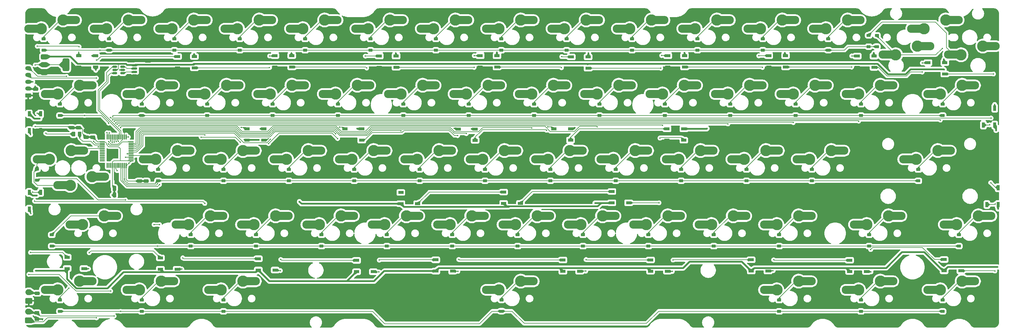
<source format=gbr>
%TF.GenerationSoftware,KiCad,Pcbnew,8.99.0-946-gf00a1ab517*%
%TF.CreationDate,2024-06-06T17:05:11+07:00*%
%TF.ProjectId,Sebas_nuxros,53656261-735f-46e7-9578-726f732e6b69,rev?*%
%TF.SameCoordinates,Original*%
%TF.FileFunction,Copper,L2,Bot*%
%TF.FilePolarity,Positive*%
%FSLAX46Y46*%
G04 Gerber Fmt 4.6, Leading zero omitted, Abs format (unit mm)*
G04 Created by KiCad (PCBNEW 8.99.0-946-gf00a1ab517) date 2024-06-06 17:05:11*
%MOMM*%
%LPD*%
G01*
G04 APERTURE LIST*
G04 Aperture macros list*
%AMRoundRect*
0 Rectangle with rounded corners*
0 $1 Rounding radius*
0 $2 $3 $4 $5 $6 $7 $8 $9 X,Y pos of 4 corners*
0 Add a 4 corners polygon primitive as box body*
4,1,4,$2,$3,$4,$5,$6,$7,$8,$9,$2,$3,0*
0 Add four circle primitives for the rounded corners*
1,1,$1+$1,$2,$3*
1,1,$1+$1,$4,$5*
1,1,$1+$1,$6,$7*
1,1,$1+$1,$8,$9*
0 Add four rect primitives between the rounded corners*
20,1,$1+$1,$2,$3,$4,$5,0*
20,1,$1+$1,$4,$5,$6,$7,0*
20,1,$1+$1,$6,$7,$8,$9,0*
20,1,$1+$1,$8,$9,$2,$3,0*%
G04 Aperture macros list end*
%TA.AperFunction,ComponentPad*%
%ADD10C,3.300000*%
%TD*%
%TA.AperFunction,SMDPad,CuDef*%
%ADD11O,5.500000X2.410000*%
%TD*%
%TA.AperFunction,ComponentPad*%
%ADD12C,0.400000*%
%TD*%
%TA.AperFunction,ComponentPad*%
%ADD13RoundRect,0.250000X0.750000X-0.600000X0.750000X0.600000X-0.750000X0.600000X-0.750000X-0.600000X0*%
%TD*%
%TA.AperFunction,ComponentPad*%
%ADD14O,2.000000X1.700000*%
%TD*%
%TA.AperFunction,ComponentPad*%
%ADD15RoundRect,0.250000X0.625000X-0.350000X0.625000X0.350000X-0.625000X0.350000X-0.625000X-0.350000X0*%
%TD*%
%TA.AperFunction,ComponentPad*%
%ADD16O,1.750000X1.200000*%
%TD*%
%TA.AperFunction,SMDPad,CuDef*%
%ADD17R,1.500000X0.900000*%
%TD*%
%TA.AperFunction,SMDPad,CuDef*%
%ADD18RoundRect,0.250000X-0.450000X0.262500X-0.450000X-0.262500X0.450000X-0.262500X0.450000X0.262500X0*%
%TD*%
%TA.AperFunction,SMDPad,CuDef*%
%ADD19RoundRect,0.225000X0.375000X-0.225000X0.375000X0.225000X-0.375000X0.225000X-0.375000X-0.225000X0*%
%TD*%
%TA.AperFunction,SMDPad,CuDef*%
%ADD20RoundRect,0.250000X-0.475000X0.250000X-0.475000X-0.250000X0.475000X-0.250000X0.475000X0.250000X0*%
%TD*%
%TA.AperFunction,SMDPad,CuDef*%
%ADD21R,0.900000X1.500000*%
%TD*%
%TA.AperFunction,SMDPad,CuDef*%
%ADD22RoundRect,0.150000X0.512500X0.150000X-0.512500X0.150000X-0.512500X-0.150000X0.512500X-0.150000X0*%
%TD*%
%TA.AperFunction,SMDPad,CuDef*%
%ADD23RoundRect,0.250000X0.475000X-0.250000X0.475000X0.250000X-0.475000X0.250000X-0.475000X-0.250000X0*%
%TD*%
%TA.AperFunction,SMDPad,CuDef*%
%ADD24RoundRect,0.250000X0.262500X0.450000X-0.262500X0.450000X-0.262500X-0.450000X0.262500X-0.450000X0*%
%TD*%
%TA.AperFunction,SMDPad,CuDef*%
%ADD25RoundRect,0.150000X-0.625000X0.150000X-0.625000X-0.150000X0.625000X-0.150000X0.625000X0.150000X0*%
%TD*%
%TA.AperFunction,SMDPad,CuDef*%
%ADD26RoundRect,0.250000X-0.650000X0.350000X-0.650000X-0.350000X0.650000X-0.350000X0.650000X0.350000X0*%
%TD*%
%TA.AperFunction,SMDPad,CuDef*%
%ADD27RoundRect,0.250000X-0.250000X-0.475000X0.250000X-0.475000X0.250000X0.475000X-0.250000X0.475000X0*%
%TD*%
%TA.AperFunction,SMDPad,CuDef*%
%ADD28RoundRect,0.375000X-0.625000X-0.375000X0.625000X-0.375000X0.625000X0.375000X-0.625000X0.375000X0*%
%TD*%
%TA.AperFunction,SMDPad,CuDef*%
%ADD29RoundRect,0.500000X-0.500000X-1.400000X0.500000X-1.400000X0.500000X1.400000X-0.500000X1.400000X0*%
%TD*%
%TA.AperFunction,SMDPad,CuDef*%
%ADD30RoundRect,0.075000X0.075000X-0.662500X0.075000X0.662500X-0.075000X0.662500X-0.075000X-0.662500X0*%
%TD*%
%TA.AperFunction,SMDPad,CuDef*%
%ADD31RoundRect,0.075000X0.662500X-0.075000X0.662500X0.075000X-0.662500X0.075000X-0.662500X-0.075000X0*%
%TD*%
%TA.AperFunction,ViaPad*%
%ADD32C,0.400000*%
%TD*%
%TA.AperFunction,Conductor*%
%ADD33C,0.200000*%
%TD*%
%TA.AperFunction,Conductor*%
%ADD34C,0.500000*%
%TD*%
G04 APERTURE END LIST*
D10*
%TO.P,SW1,2,2*%
%TO.N,C0*%
X7797500Y-30340000D03*
D11*
X5607500Y-30330000D03*
D12*
X5507500Y-30980000D03*
X5507500Y-30280000D03*
X5507500Y-29580000D03*
X4707500Y-30980000D03*
X4707500Y-30280000D03*
X4707500Y-29580000D03*
X3857500Y-30980000D03*
X3857500Y-30280000D03*
X3857500Y-29580000D03*
%TO.P,SW1,1,1*%
%TO.N,Net-(D1-A)*%
X18107500Y-28580000D03*
X18107500Y-27845000D03*
X18107500Y-27080000D03*
X17207500Y-28580000D03*
X17207500Y-27845000D03*
X17207500Y-27080000D03*
D11*
X16357500Y-27845000D03*
D12*
X16332500Y-28580000D03*
X16332500Y-27845000D03*
X16307500Y-27080000D03*
D10*
X14147500Y-27800000D03*
%TD*%
%TO.P,SW51,1,1*%
%TO.N,Net-(D51-A)*%
X171310000Y-84950000D03*
D12*
X173470000Y-84230000D03*
X173495000Y-84995000D03*
X173495000Y-85730000D03*
D11*
X173520000Y-84995000D03*
D12*
X174370000Y-84230000D03*
X174370000Y-84995000D03*
X174370000Y-85730000D03*
X175270000Y-84230000D03*
X175270000Y-84995000D03*
X175270000Y-85730000D03*
%TO.P,SW51,2,2*%
%TO.N,C8*%
X161020000Y-86730000D03*
X161020000Y-87430000D03*
X161020000Y-88130000D03*
X161870000Y-86730000D03*
X161870000Y-87430000D03*
X161870000Y-88130000D03*
X162670000Y-86730000D03*
X162670000Y-87430000D03*
X162670000Y-88130000D03*
D11*
X162770000Y-87480000D03*
D10*
X164960000Y-87490000D03*
%TD*%
%TO.P,SW4,1,1*%
%TO.N,Net-(D4-A)*%
X71297500Y-27800000D03*
D12*
X73457500Y-27080000D03*
X73482500Y-27845000D03*
X73482500Y-28580000D03*
D11*
X73507500Y-27845000D03*
D12*
X74357500Y-27080000D03*
X74357500Y-27845000D03*
X74357500Y-28580000D03*
X75257500Y-27080000D03*
X75257500Y-27845000D03*
X75257500Y-28580000D03*
%TO.P,SW4,2,2*%
%TO.N,C3*%
X61007500Y-29580000D03*
X61007500Y-30280000D03*
X61007500Y-30980000D03*
X61857500Y-29580000D03*
X61857500Y-30280000D03*
X61857500Y-30980000D03*
X62657500Y-29580000D03*
X62657500Y-30280000D03*
X62657500Y-30980000D03*
D11*
X62757500Y-30330000D03*
D10*
X64947500Y-30340000D03*
%TD*%
%TO.P,SW21,1,1*%
%TO.N,Net-(D21-A)*%
X118922500Y-46850000D03*
D12*
X121082500Y-46130000D03*
X121107500Y-46895000D03*
X121107500Y-47630000D03*
D11*
X121132500Y-46895000D03*
D12*
X121982500Y-46130000D03*
X121982500Y-46895000D03*
X121982500Y-47630000D03*
X122882500Y-46130000D03*
X122882500Y-46895000D03*
X122882500Y-47630000D03*
%TO.P,SW21,2,2*%
%TO.N,C5*%
X108632500Y-48630000D03*
X108632500Y-49330000D03*
X108632500Y-50030000D03*
X109482500Y-48630000D03*
X109482500Y-49330000D03*
X109482500Y-50030000D03*
X110282500Y-48630000D03*
X110282500Y-49330000D03*
X110282500Y-50030000D03*
D11*
X110382500Y-49380000D03*
D10*
X112572500Y-49390000D03*
%TD*%
%TO.P,SW57,1,1*%
%TO.N,Net-(D57-A)*%
X18910500Y-104000000D03*
D12*
X21070500Y-103280000D03*
X21095500Y-104045000D03*
X21095500Y-104780000D03*
D11*
X21120500Y-104045000D03*
D12*
X21970500Y-103280000D03*
X21970500Y-104045000D03*
X21970500Y-104780000D03*
X22870500Y-103280000D03*
X22870500Y-104045000D03*
X22870500Y-104780000D03*
%TO.P,SW57,2,2*%
%TO.N,C0*%
X8620500Y-105780000D03*
X8620500Y-106480000D03*
X8620500Y-107180000D03*
X9470500Y-105780000D03*
X9470500Y-106480000D03*
X9470500Y-107180000D03*
X10270500Y-105780000D03*
X10270500Y-106480000D03*
X10270500Y-107180000D03*
D11*
X10370500Y-106530000D03*
D10*
X12560500Y-106540000D03*
%TD*%
%TO.P,SW58,1,1*%
%TO.N,Net-(D58-A)*%
X42722500Y-104000000D03*
D12*
X44882500Y-103280000D03*
X44907500Y-104045000D03*
X44907500Y-104780000D03*
D11*
X44932500Y-104045000D03*
D12*
X45782500Y-103280000D03*
X45782500Y-104045000D03*
X45782500Y-104780000D03*
X46682500Y-103280000D03*
X46682500Y-104045000D03*
X46682500Y-104780000D03*
%TO.P,SW58,2,2*%
%TO.N,C1*%
X32432500Y-105780000D03*
X32432500Y-106480000D03*
X32432500Y-107180000D03*
X33282500Y-105780000D03*
X33282500Y-106480000D03*
X33282500Y-107180000D03*
X34082500Y-105780000D03*
X34082500Y-106480000D03*
X34082500Y-107180000D03*
D11*
X34182500Y-106530000D03*
D10*
X36372500Y-106540000D03*
%TD*%
%TO.P,SW49,1,1*%
%TO.N,Net-(D49-A)*%
X133210000Y-84950000D03*
D12*
X135370000Y-84230000D03*
X135395000Y-84995000D03*
X135395000Y-85730000D03*
D11*
X135420000Y-84995000D03*
D12*
X136270000Y-84230000D03*
X136270000Y-84995000D03*
X136270000Y-85730000D03*
X137170000Y-84230000D03*
X137170000Y-84995000D03*
X137170000Y-85730000D03*
%TO.P,SW49,2,2*%
%TO.N,C6*%
X122920000Y-86730000D03*
X122920000Y-87430000D03*
X122920000Y-88130000D03*
X123770000Y-86730000D03*
X123770000Y-87430000D03*
X123770000Y-88130000D03*
X124570000Y-86730000D03*
X124570000Y-87430000D03*
X124570000Y-88130000D03*
D11*
X124670000Y-87480000D03*
D10*
X126860000Y-87490000D03*
%TD*%
%TO.P,SW20,1,1*%
%TO.N,Net-(D20-A)*%
X99872500Y-46850000D03*
D12*
X102032500Y-46130000D03*
X102057500Y-46895000D03*
X102057500Y-47630000D03*
D11*
X102082500Y-46895000D03*
D12*
X102932500Y-46130000D03*
X102932500Y-46895000D03*
X102932500Y-47630000D03*
X103832500Y-46130000D03*
X103832500Y-46895000D03*
X103832500Y-47630000D03*
%TO.P,SW20,2,2*%
%TO.N,C4*%
X89582500Y-48630000D03*
X89582500Y-49330000D03*
X89582500Y-50030000D03*
X90432500Y-48630000D03*
X90432500Y-49330000D03*
X90432500Y-50030000D03*
X91232500Y-48630000D03*
X91232500Y-49330000D03*
X91232500Y-50030000D03*
D11*
X91332500Y-49380000D03*
D10*
X93522500Y-49390000D03*
%TD*%
%TO.P,SW35,1,1*%
%TO.N,Net-(D35-A)*%
X123685000Y-65900000D03*
D12*
X125845000Y-65180000D03*
X125870000Y-65945000D03*
X125870000Y-66680000D03*
D11*
X125895000Y-65945000D03*
D12*
X126745000Y-65180000D03*
X126745000Y-65945000D03*
X126745000Y-66680000D03*
X127645000Y-65180000D03*
X127645000Y-65945000D03*
X127645000Y-66680000D03*
%TO.P,SW35,2,2*%
%TO.N,C5*%
X113395000Y-67680000D03*
X113395000Y-68380000D03*
X113395000Y-69080000D03*
X114245000Y-67680000D03*
X114245000Y-68380000D03*
X114245000Y-69080000D03*
X115045000Y-67680000D03*
X115045000Y-68380000D03*
X115045000Y-69080000D03*
D11*
X115145000Y-68430000D03*
D10*
X117335000Y-68440000D03*
%TD*%
%TO.P,SW17,1,1*%
%TO.N,Net-(D17-A)*%
X42722500Y-46850000D03*
D12*
X44882500Y-46130000D03*
X44907500Y-46895000D03*
X44907500Y-47630000D03*
D11*
X44932500Y-46895000D03*
D12*
X45782500Y-46130000D03*
X45782500Y-46895000D03*
X45782500Y-47630000D03*
X46682500Y-46130000D03*
X46682500Y-46895000D03*
X46682500Y-47630000D03*
%TO.P,SW17,2,2*%
%TO.N,C1*%
X32432500Y-48630000D03*
X32432500Y-49330000D03*
X32432500Y-50030000D03*
X33282500Y-48630000D03*
X33282500Y-49330000D03*
X33282500Y-50030000D03*
X34082500Y-48630000D03*
X34082500Y-49330000D03*
X34082500Y-50030000D03*
D11*
X34182500Y-49380000D03*
D10*
X36372500Y-49390000D03*
%TD*%
%TO.P,SW12,1,1*%
%TO.N,Net-(D12-A)*%
X223697500Y-27800000D03*
D12*
X225857500Y-27080000D03*
X225882500Y-27845000D03*
X225882500Y-28580000D03*
D11*
X225907500Y-27845000D03*
D12*
X226757500Y-27080000D03*
X226757500Y-27845000D03*
X226757500Y-28580000D03*
X227657500Y-27080000D03*
X227657500Y-27845000D03*
X227657500Y-28580000D03*
%TO.P,SW12,2,2*%
%TO.N,C11*%
X213407500Y-29580000D03*
X213407500Y-30280000D03*
X213407500Y-30980000D03*
X214257500Y-29580000D03*
X214257500Y-30280000D03*
X214257500Y-30980000D03*
X215057500Y-29580000D03*
X215057500Y-30280000D03*
X215057500Y-30980000D03*
D11*
X215157500Y-30330000D03*
D10*
X217347500Y-30340000D03*
%TD*%
%TO.P,SW16,1,1*%
%TO.N,Net-(D16-A)*%
X18910500Y-46850000D03*
D12*
X21070500Y-46130000D03*
X21095500Y-46895000D03*
X21095500Y-47630000D03*
D11*
X21120500Y-46895000D03*
D12*
X21970500Y-46130000D03*
X21970500Y-46895000D03*
X21970500Y-47630000D03*
X22870500Y-46130000D03*
X22870500Y-46895000D03*
X22870500Y-47630000D03*
%TO.P,SW16,2,2*%
%TO.N,C0*%
X8620500Y-48630000D03*
X8620500Y-49330000D03*
X8620500Y-50030000D03*
X9470500Y-48630000D03*
X9470500Y-49330000D03*
X9470500Y-50030000D03*
X10270500Y-48630000D03*
X10270500Y-49330000D03*
X10270500Y-50030000D03*
D11*
X10370500Y-49380000D03*
D10*
X12560500Y-49390000D03*
%TD*%
%TO.P,SW33,1,1*%
%TO.N,Net-(D33-A)*%
X85585000Y-65900000D03*
D12*
X87745000Y-65180000D03*
X87770000Y-65945000D03*
X87770000Y-66680000D03*
D11*
X87795000Y-65945000D03*
D12*
X88645000Y-65180000D03*
X88645000Y-65945000D03*
X88645000Y-66680000D03*
X89545000Y-65180000D03*
X89545000Y-65945000D03*
X89545000Y-66680000D03*
%TO.P,SW33,2,2*%
%TO.N,C3*%
X75295000Y-67680000D03*
X75295000Y-68380000D03*
X75295000Y-69080000D03*
X76145000Y-67680000D03*
X76145000Y-68380000D03*
X76145000Y-69080000D03*
X76945000Y-67680000D03*
X76945000Y-68380000D03*
X76945000Y-69080000D03*
D11*
X77045000Y-68430000D03*
D10*
X79235000Y-68440000D03*
%TD*%
%TO.P,SW13,1,1*%
%TO.N,Net-(D13-A)*%
X242747500Y-27800000D03*
D12*
X244907500Y-27080000D03*
X244932500Y-27845000D03*
X244932500Y-28580000D03*
D11*
X244957500Y-27845000D03*
D12*
X245807500Y-27080000D03*
X245807500Y-27845000D03*
X245807500Y-28580000D03*
X246707500Y-27080000D03*
X246707500Y-27845000D03*
X246707500Y-28580000D03*
%TO.P,SW13,2,2*%
%TO.N,C12*%
X232457500Y-29580000D03*
X232457500Y-30280000D03*
X232457500Y-30980000D03*
X233307500Y-29580000D03*
X233307500Y-30280000D03*
X233307500Y-30980000D03*
X234107500Y-29580000D03*
X234107500Y-30280000D03*
X234107500Y-30980000D03*
D11*
X234207500Y-30330000D03*
D10*
X236397500Y-30340000D03*
%TD*%
D13*
%TO.P,SWb\u00F4trst1,1,1*%
%TO.N,GND*%
X4135000Y-109730000D03*
D14*
%TO.P,SWb\u00F4trst1,2,2*%
%TO.N,RST*%
X4135000Y-107230000D03*
%TD*%
D10*
%TO.P,SW37,1,1*%
%TO.N,Net-(D37-A)*%
X161785000Y-65900000D03*
D12*
X163945000Y-65180000D03*
X163970000Y-65945000D03*
X163970000Y-66680000D03*
D11*
X163995000Y-65945000D03*
D12*
X164845000Y-65180000D03*
X164845000Y-65945000D03*
X164845000Y-66680000D03*
X165745000Y-65180000D03*
X165745000Y-65945000D03*
X165745000Y-66680000D03*
%TO.P,SW37,2,2*%
%TO.N,C7*%
X151495000Y-67680000D03*
X151495000Y-68380000D03*
X151495000Y-69080000D03*
X152345000Y-67680000D03*
X152345000Y-68380000D03*
X152345000Y-69080000D03*
X153145000Y-67680000D03*
X153145000Y-68380000D03*
X153145000Y-69080000D03*
D11*
X153245000Y-68430000D03*
D10*
X155435000Y-68440000D03*
%TD*%
%TO.P,SW8,1,1*%
%TO.N,Net-(D8-A)*%
X147497500Y-27800000D03*
D12*
X149657500Y-27080000D03*
X149682500Y-27845000D03*
X149682500Y-28580000D03*
D11*
X149707500Y-27845000D03*
D12*
X150557500Y-27080000D03*
X150557500Y-27845000D03*
X150557500Y-28580000D03*
X151457500Y-27080000D03*
X151457500Y-27845000D03*
X151457500Y-28580000D03*
%TO.P,SW8,2,2*%
%TO.N,C7*%
X137207500Y-29580000D03*
X137207500Y-30280000D03*
X137207500Y-30980000D03*
X138057500Y-29580000D03*
X138057500Y-30280000D03*
X138057500Y-30980000D03*
X138857500Y-29580000D03*
X138857500Y-30280000D03*
X138857500Y-30980000D03*
D11*
X138957500Y-30330000D03*
D10*
X141147500Y-30340000D03*
%TD*%
%TO.P,SW10,1,1*%
%TO.N,Net-(D10-A)*%
X185597500Y-27800000D03*
D12*
X187757500Y-27080000D03*
X187782500Y-27845000D03*
X187782500Y-28580000D03*
D11*
X187807500Y-27845000D03*
D12*
X188657500Y-27080000D03*
X188657500Y-27845000D03*
X188657500Y-28580000D03*
X189557500Y-27080000D03*
X189557500Y-27845000D03*
X189557500Y-28580000D03*
%TO.P,SW10,2,2*%
%TO.N,C9*%
X175307500Y-29580000D03*
X175307500Y-30280000D03*
X175307500Y-30980000D03*
X176157500Y-29580000D03*
X176157500Y-30280000D03*
X176157500Y-30980000D03*
X176957500Y-29580000D03*
X176957500Y-30280000D03*
X176957500Y-30980000D03*
D11*
X177057500Y-30330000D03*
D10*
X179247500Y-30340000D03*
%TD*%
%TO.P,SW55,1,1*%
%TO.N,Net-(D55-A)*%
X254654000Y-84950000D03*
D12*
X256814000Y-84230000D03*
X256839000Y-84995000D03*
X256839000Y-85730000D03*
D11*
X256864000Y-84995000D03*
D12*
X257714000Y-84230000D03*
X257714000Y-84995000D03*
X257714000Y-85730000D03*
X258614000Y-84230000D03*
X258614000Y-84995000D03*
X258614000Y-85730000D03*
%TO.P,SW55,2,2*%
%TO.N,C12*%
X244364000Y-86730000D03*
X244364000Y-87430000D03*
X244364000Y-88130000D03*
X245214000Y-86730000D03*
X245214000Y-87430000D03*
X245214000Y-88130000D03*
X246014000Y-86730000D03*
X246014000Y-87430000D03*
X246014000Y-88130000D03*
D11*
X246114000Y-87480000D03*
D10*
X248304000Y-87490000D03*
%TD*%
%TO.P,SW27,1,1*%
%TO.N,Net-(D27-A)*%
X233222500Y-46850000D03*
D12*
X235382500Y-46130000D03*
X235407500Y-46895000D03*
X235407500Y-47630000D03*
D11*
X235432500Y-46895000D03*
D12*
X236282500Y-46130000D03*
X236282500Y-46895000D03*
X236282500Y-47630000D03*
X237182500Y-46130000D03*
X237182500Y-46895000D03*
X237182500Y-47630000D03*
%TO.P,SW27,2,2*%
%TO.N,C11*%
X222932500Y-48630000D03*
X222932500Y-49330000D03*
X222932500Y-50030000D03*
X223782500Y-48630000D03*
X223782500Y-49330000D03*
X223782500Y-50030000D03*
X224582500Y-48630000D03*
X224582500Y-49330000D03*
X224582500Y-50030000D03*
D11*
X224682500Y-49380000D03*
D10*
X226872500Y-49390000D03*
%TD*%
%TO.P,SW25,1,1*%
%TO.N,Net-(D25-A)*%
X195122500Y-46850000D03*
D12*
X197282500Y-46130000D03*
X197307500Y-46895000D03*
X197307500Y-47630000D03*
D11*
X197332500Y-46895000D03*
D12*
X198182500Y-46130000D03*
X198182500Y-46895000D03*
X198182500Y-47630000D03*
X199082500Y-46130000D03*
X199082500Y-46895000D03*
X199082500Y-47630000D03*
%TO.P,SW25,2,2*%
%TO.N,C9*%
X184832500Y-48630000D03*
X184832500Y-49330000D03*
X184832500Y-50030000D03*
X185682500Y-48630000D03*
X185682500Y-49330000D03*
X185682500Y-50030000D03*
X186482500Y-48630000D03*
X186482500Y-49330000D03*
X186482500Y-50030000D03*
D11*
X186582500Y-49380000D03*
D10*
X188772500Y-49390000D03*
%TD*%
%TO.P,SW36,1,1*%
%TO.N,Net-(D36-A)*%
X142735000Y-65900000D03*
D12*
X144895000Y-65180000D03*
X144920000Y-65945000D03*
X144920000Y-66680000D03*
D11*
X144945000Y-65945000D03*
D12*
X145795000Y-65180000D03*
X145795000Y-65945000D03*
X145795000Y-66680000D03*
X146695000Y-65180000D03*
X146695000Y-65945000D03*
X146695000Y-66680000D03*
%TO.P,SW36,2,2*%
%TO.N,C6*%
X132445000Y-67680000D03*
X132445000Y-68380000D03*
X132445000Y-69080000D03*
X133295000Y-67680000D03*
X133295000Y-68380000D03*
X133295000Y-69080000D03*
X134095000Y-67680000D03*
X134095000Y-68380000D03*
X134095000Y-69080000D03*
D11*
X134195000Y-68430000D03*
D10*
X136385000Y-68440000D03*
%TD*%
%TO.P,SW46,1,1*%
%TO.N,Net-(D46-A)*%
X76060000Y-84950000D03*
D12*
X78220000Y-84230000D03*
X78245000Y-84995000D03*
X78245000Y-85730000D03*
D11*
X78270000Y-84995000D03*
D12*
X79120000Y-84230000D03*
X79120000Y-84995000D03*
X79120000Y-85730000D03*
X80020000Y-84230000D03*
X80020000Y-84995000D03*
X80020000Y-85730000D03*
%TO.P,SW46,2,2*%
%TO.N,C3*%
X65770000Y-86730000D03*
X65770000Y-87430000D03*
X65770000Y-88130000D03*
X66620000Y-86730000D03*
X66620000Y-87430000D03*
X66620000Y-88130000D03*
X67420000Y-86730000D03*
X67420000Y-87430000D03*
X67420000Y-88130000D03*
D11*
X67520000Y-87480000D03*
D10*
X69710000Y-87490000D03*
%TD*%
%TO.P,SW6,1,1*%
%TO.N,Net-(D6-A)*%
X109397500Y-27800000D03*
D12*
X111557500Y-27080000D03*
X111582500Y-27845000D03*
X111582500Y-28580000D03*
D11*
X111607500Y-27845000D03*
D12*
X112457500Y-27080000D03*
X112457500Y-27845000D03*
X112457500Y-28580000D03*
X113357500Y-27080000D03*
X113357500Y-27845000D03*
X113357500Y-28580000D03*
%TO.P,SW6,2,2*%
%TO.N,C5*%
X99107500Y-29580000D03*
X99107500Y-30280000D03*
X99107500Y-30980000D03*
X99957500Y-29580000D03*
X99957500Y-30280000D03*
X99957500Y-30980000D03*
X100757500Y-29580000D03*
X100757500Y-30280000D03*
X100757500Y-30980000D03*
D11*
X100857500Y-30330000D03*
D10*
X103047500Y-30340000D03*
%TD*%
%TO.P,SW30,1,1*%
%TO.N,Net-(D30-A)*%
X16211500Y-76060000D03*
D12*
X14051500Y-76780000D03*
X14026500Y-76015000D03*
X14026500Y-75280000D03*
D11*
X14001500Y-76015000D03*
D12*
X13151500Y-76780000D03*
X13151500Y-76015000D03*
X13151500Y-75280000D03*
X12251500Y-76780000D03*
X12251500Y-76015000D03*
X12251500Y-75280000D03*
%TO.P,SW30,2,2*%
%TO.N,C0*%
X26501500Y-74280000D03*
X26501500Y-73580000D03*
X26501500Y-72880000D03*
X25651500Y-74280000D03*
X25651500Y-73580000D03*
X25651500Y-72880000D03*
X24851500Y-74280000D03*
X24851500Y-73580000D03*
X24851500Y-72880000D03*
D11*
X24751500Y-73530000D03*
D10*
X22561500Y-73520000D03*
%TD*%
%TO.P,SW40,1,1*%
%TO.N,Net-(D40-A)*%
X218935000Y-65900000D03*
D12*
X221095000Y-65180000D03*
X221120000Y-65945000D03*
X221120000Y-66680000D03*
D11*
X221145000Y-65945000D03*
D12*
X221995000Y-65180000D03*
X221995000Y-65945000D03*
X221995000Y-66680000D03*
X222895000Y-65180000D03*
X222895000Y-65945000D03*
X222895000Y-66680000D03*
%TO.P,SW40,2,2*%
%TO.N,C10*%
X208645000Y-67680000D03*
X208645000Y-68380000D03*
X208645000Y-69080000D03*
X209495000Y-67680000D03*
X209495000Y-68380000D03*
X209495000Y-69080000D03*
X210295000Y-67680000D03*
X210295000Y-68380000D03*
X210295000Y-69080000D03*
D11*
X210395000Y-68430000D03*
D10*
X212585000Y-68440000D03*
%TD*%
%TO.P,SW7,1,1*%
%TO.N,Net-(D7-A)*%
X128447500Y-27800000D03*
D12*
X130607500Y-27080000D03*
X130632500Y-27845000D03*
X130632500Y-28580000D03*
D11*
X130657500Y-27845000D03*
D12*
X131507500Y-27080000D03*
X131507500Y-27845000D03*
X131507500Y-28580000D03*
X132407500Y-27080000D03*
X132407500Y-27845000D03*
X132407500Y-28580000D03*
%TO.P,SW7,2,2*%
%TO.N,C6*%
X118157500Y-29580000D03*
X118157500Y-30280000D03*
X118157500Y-30980000D03*
X119007500Y-29580000D03*
X119007500Y-30280000D03*
X119007500Y-30980000D03*
X119807500Y-29580000D03*
X119807500Y-30280000D03*
X119807500Y-30980000D03*
D11*
X119907500Y-30330000D03*
D10*
X122097500Y-30340000D03*
%TD*%
%TO.P,SW41,1,1*%
%TO.N,Net-(D41-A)*%
X237985000Y-65900000D03*
D12*
X240145000Y-65180000D03*
X240170000Y-65945000D03*
X240170000Y-66680000D03*
D11*
X240195000Y-65945000D03*
D12*
X241045000Y-65180000D03*
X241045000Y-65945000D03*
X241045000Y-66680000D03*
X241945000Y-65180000D03*
X241945000Y-65945000D03*
X241945000Y-66680000D03*
%TO.P,SW41,2,2*%
%TO.N,C11*%
X227695000Y-67680000D03*
X227695000Y-68380000D03*
X227695000Y-69080000D03*
X228545000Y-67680000D03*
X228545000Y-68380000D03*
X228545000Y-69080000D03*
X229345000Y-67680000D03*
X229345000Y-68380000D03*
X229345000Y-69080000D03*
D11*
X229445000Y-68430000D03*
D10*
X231635000Y-68440000D03*
%TD*%
%TO.P,SW38,1,1*%
%TO.N,Net-(D38-A)*%
X180835000Y-65900000D03*
D12*
X182995000Y-65180000D03*
X183020000Y-65945000D03*
X183020000Y-66680000D03*
D11*
X183045000Y-65945000D03*
D12*
X183895000Y-65180000D03*
X183895000Y-65945000D03*
X183895000Y-66680000D03*
X184795000Y-65180000D03*
X184795000Y-65945000D03*
X184795000Y-66680000D03*
%TO.P,SW38,2,2*%
%TO.N,C8*%
X170545000Y-67680000D03*
X170545000Y-68380000D03*
X170545000Y-69080000D03*
X171395000Y-67680000D03*
X171395000Y-68380000D03*
X171395000Y-69080000D03*
X172195000Y-67680000D03*
X172195000Y-68380000D03*
X172195000Y-69080000D03*
D11*
X172295000Y-68430000D03*
D10*
X174485000Y-68440000D03*
%TD*%
%TO.P,SW52,1,1*%
%TO.N,Net-(D52-A)*%
X190360000Y-84950000D03*
D12*
X192520000Y-84230000D03*
X192545000Y-84995000D03*
X192545000Y-85730000D03*
D11*
X192570000Y-84995000D03*
D12*
X193420000Y-84230000D03*
X193420000Y-84995000D03*
X193420000Y-85730000D03*
X194320000Y-84230000D03*
X194320000Y-84995000D03*
X194320000Y-85730000D03*
%TO.P,SW52,2,2*%
%TO.N,C9*%
X180070000Y-86730000D03*
X180070000Y-87430000D03*
X180070000Y-88130000D03*
X180920000Y-86730000D03*
X180920000Y-87430000D03*
X180920000Y-88130000D03*
X181720000Y-86730000D03*
X181720000Y-87430000D03*
X181720000Y-88130000D03*
D11*
X181820000Y-87480000D03*
D10*
X184010000Y-87490000D03*
%TD*%
%TO.P,SW15,1,1*%
%TO.N,Net-(D15-A)*%
X275767500Y-37960000D03*
D12*
X273607500Y-38680000D03*
X273582500Y-37915000D03*
X273582500Y-37180000D03*
D11*
X273557500Y-37915000D03*
D12*
X272707500Y-38680000D03*
X272707500Y-37915000D03*
X272707500Y-37180000D03*
X271807500Y-38680000D03*
X271807500Y-37915000D03*
X271807500Y-37180000D03*
%TO.P,SW15,2,2*%
%TO.N,C14*%
X286057500Y-36180000D03*
X286057500Y-35480000D03*
X286057500Y-34780000D03*
X285207500Y-36180000D03*
X285207500Y-35480000D03*
X285207500Y-34780000D03*
X284407500Y-36180000D03*
X284407500Y-35480000D03*
X284407500Y-34780000D03*
D11*
X284307500Y-35430000D03*
D10*
X282117500Y-35420000D03*
%TD*%
%TO.P,SW29,1,1*%
%TO.N,Net-(D29-A)*%
X276085500Y-46850000D03*
D12*
X278245500Y-46130000D03*
X278270500Y-46895000D03*
X278270500Y-47630000D03*
D11*
X278295500Y-46895000D03*
D12*
X279145500Y-46130000D03*
X279145500Y-46895000D03*
X279145500Y-47630000D03*
X280045500Y-46130000D03*
X280045500Y-46895000D03*
X280045500Y-47630000D03*
%TO.P,SW29,2,2*%
%TO.N,C13*%
X265795500Y-48630000D03*
X265795500Y-49330000D03*
X265795500Y-50030000D03*
X266645500Y-48630000D03*
X266645500Y-49330000D03*
X266645500Y-50030000D03*
X267445500Y-48630000D03*
X267445500Y-49330000D03*
X267445500Y-50030000D03*
D11*
X267545500Y-49380000D03*
D10*
X269735500Y-49390000D03*
%TD*%
%TO.P,SW43,1,1*%
%TO.N,Net-(D43-A)*%
X269015600Y-65900000D03*
D12*
X271175600Y-65180000D03*
X271200600Y-65945000D03*
X271200600Y-66680000D03*
D11*
X271225600Y-65945000D03*
D12*
X272075600Y-65180000D03*
X272075600Y-65945000D03*
X272075600Y-66680000D03*
X272975600Y-65180000D03*
X272975600Y-65945000D03*
X272975600Y-66680000D03*
%TO.P,SW43,2,2*%
%TO.N,C13*%
X258725600Y-67680000D03*
X258725600Y-68380000D03*
X258725600Y-69080000D03*
X259575600Y-67680000D03*
X259575600Y-68380000D03*
X259575600Y-69080000D03*
X260375600Y-67680000D03*
X260375600Y-68380000D03*
X260375600Y-69080000D03*
D11*
X260475600Y-68430000D03*
D10*
X262665600Y-68440000D03*
%TD*%
%TO.P,SW32,1,1*%
%TO.N,Net-(D32-A)*%
X66535000Y-65900000D03*
D12*
X68695000Y-65180000D03*
X68720000Y-65945000D03*
X68720000Y-66680000D03*
D11*
X68745000Y-65945000D03*
D12*
X69595000Y-65180000D03*
X69595000Y-65945000D03*
X69595000Y-66680000D03*
X70495000Y-65180000D03*
X70495000Y-65945000D03*
X70495000Y-66680000D03*
%TO.P,SW32,2,2*%
%TO.N,C2*%
X56245000Y-67680000D03*
X56245000Y-68380000D03*
X56245000Y-69080000D03*
X57095000Y-67680000D03*
X57095000Y-68380000D03*
X57095000Y-69080000D03*
X57895000Y-67680000D03*
X57895000Y-68380000D03*
X57895000Y-69080000D03*
D11*
X57995000Y-68430000D03*
D10*
X60185000Y-68440000D03*
%TD*%
%TO.P,SW11,1,1*%
%TO.N,Net-(D11-A)*%
X204647500Y-27800000D03*
D12*
X206807500Y-27080000D03*
X206832500Y-27845000D03*
X206832500Y-28580000D03*
D11*
X206857500Y-27845000D03*
D12*
X207707500Y-27080000D03*
X207707500Y-27845000D03*
X207707500Y-28580000D03*
X208607500Y-27080000D03*
X208607500Y-27845000D03*
X208607500Y-28580000D03*
%TO.P,SW11,2,2*%
%TO.N,C10*%
X194357500Y-29580000D03*
X194357500Y-30280000D03*
X194357500Y-30980000D03*
X195207500Y-29580000D03*
X195207500Y-30280000D03*
X195207500Y-30980000D03*
X196007500Y-29580000D03*
X196007500Y-30280000D03*
X196007500Y-30980000D03*
D11*
X196107500Y-30330000D03*
D10*
X198297500Y-30340000D03*
%TD*%
%TO.P,SW1002,1,1*%
%TO.N,Net-(D14-A)*%
X271322500Y-27800000D03*
D12*
X273482500Y-27080000D03*
X273507500Y-27845000D03*
X273507500Y-28580000D03*
D11*
X273532500Y-27845000D03*
D12*
X274382500Y-27080000D03*
X274382500Y-27845000D03*
X274382500Y-28580000D03*
X275282500Y-27080000D03*
X275282500Y-27845000D03*
X275282500Y-28580000D03*
%TO.P,SW1002,2,2*%
%TO.N,C13*%
X261032500Y-29580000D03*
X261032500Y-30280000D03*
X261032500Y-30980000D03*
X261882500Y-29580000D03*
X261882500Y-30280000D03*
X261882500Y-30980000D03*
X262682500Y-29580000D03*
X262682500Y-30280000D03*
X262682500Y-30980000D03*
D11*
X262782500Y-30330000D03*
D10*
X264972500Y-30340000D03*
%TD*%
%TO.P,SW56,1,1*%
%TO.N,Net-(D56-A)*%
X280847500Y-84950000D03*
D12*
X283007500Y-84230000D03*
X283032500Y-84995000D03*
X283032500Y-85730000D03*
D11*
X283057500Y-84995000D03*
D12*
X283907500Y-84230000D03*
X283907500Y-84995000D03*
X283907500Y-85730000D03*
X284807500Y-84230000D03*
X284807500Y-84995000D03*
X284807500Y-85730000D03*
%TO.P,SW56,2,2*%
%TO.N,C13*%
X270557500Y-86730000D03*
X270557500Y-87430000D03*
X270557500Y-88130000D03*
X271407500Y-86730000D03*
X271407500Y-87430000D03*
X271407500Y-88130000D03*
X272207500Y-86730000D03*
X272207500Y-87430000D03*
X272207500Y-88130000D03*
D11*
X272307500Y-87480000D03*
D10*
X274497500Y-87490000D03*
%TD*%
%TO.P,SW59,1,1*%
%TO.N,Net-(D59-A)*%
X66535500Y-104000000D03*
D12*
X68695500Y-103280000D03*
X68720500Y-104045000D03*
X68720500Y-104780000D03*
D11*
X68745500Y-104045000D03*
D12*
X69595500Y-103280000D03*
X69595500Y-104045000D03*
X69595500Y-104780000D03*
X70495500Y-103280000D03*
X70495500Y-104045000D03*
X70495500Y-104780000D03*
%TO.P,SW59,2,2*%
%TO.N,C2*%
X56245500Y-105780000D03*
X56245500Y-106480000D03*
X56245500Y-107180000D03*
X57095500Y-105780000D03*
X57095500Y-106480000D03*
X57095500Y-107180000D03*
X57895500Y-105780000D03*
X57895500Y-106480000D03*
X57895500Y-107180000D03*
D11*
X57995500Y-106530000D03*
D10*
X60185500Y-106540000D03*
%TD*%
%TO.P,SW18,1,1*%
%TO.N,Net-(D18-A)*%
X61772500Y-46850000D03*
D12*
X63932500Y-46130000D03*
X63957500Y-46895000D03*
X63957500Y-47630000D03*
D11*
X63982500Y-46895000D03*
D12*
X64832500Y-46130000D03*
X64832500Y-46895000D03*
X64832500Y-47630000D03*
X65732500Y-46130000D03*
X65732500Y-46895000D03*
X65732500Y-47630000D03*
%TO.P,SW18,2,2*%
%TO.N,C2*%
X51482500Y-48630000D03*
X51482500Y-49330000D03*
X51482500Y-50030000D03*
X52332500Y-48630000D03*
X52332500Y-49330000D03*
X52332500Y-50030000D03*
X53132500Y-48630000D03*
X53132500Y-49330000D03*
X53132500Y-50030000D03*
D11*
X53232500Y-49380000D03*
D10*
X55422500Y-49390000D03*
%TD*%
%TO.P,SW3,1,1*%
%TO.N,Net-(D3-A)*%
X52247500Y-27800000D03*
D12*
X54407500Y-27080000D03*
X54432500Y-27845000D03*
X54432500Y-28580000D03*
D11*
X54457500Y-27845000D03*
D12*
X55307500Y-27080000D03*
X55307500Y-27845000D03*
X55307500Y-28580000D03*
X56207500Y-27080000D03*
X56207500Y-27845000D03*
X56207500Y-28580000D03*
%TO.P,SW3,2,2*%
%TO.N,C2*%
X41957500Y-29580000D03*
X41957500Y-30280000D03*
X41957500Y-30980000D03*
X42807500Y-29580000D03*
X42807500Y-30280000D03*
X42807500Y-30980000D03*
X43607500Y-29580000D03*
X43607500Y-30280000D03*
X43607500Y-30980000D03*
D11*
X43707500Y-30330000D03*
D10*
X45897500Y-30340000D03*
%TD*%
%TO.P,SW39,1,1*%
%TO.N,Net-(D39-A)*%
X199885000Y-65900000D03*
D12*
X202045000Y-65180000D03*
X202070000Y-65945000D03*
X202070000Y-66680000D03*
D11*
X202095000Y-65945000D03*
D12*
X202945000Y-65180000D03*
X202945000Y-65945000D03*
X202945000Y-66680000D03*
X203845000Y-65180000D03*
X203845000Y-65945000D03*
X203845000Y-66680000D03*
%TO.P,SW39,2,2*%
%TO.N,C9*%
X189595000Y-67680000D03*
X189595000Y-68380000D03*
X189595000Y-69080000D03*
X190445000Y-67680000D03*
X190445000Y-68380000D03*
X190445000Y-69080000D03*
X191245000Y-67680000D03*
X191245000Y-68380000D03*
X191245000Y-69080000D03*
D11*
X191345000Y-68430000D03*
D10*
X193535000Y-68440000D03*
%TD*%
%TO.P,SW47,1,1*%
%TO.N,Net-(D47-A)*%
X95110000Y-84950000D03*
D12*
X97270000Y-84230000D03*
X97295000Y-84995000D03*
X97295000Y-85730000D03*
D11*
X97320000Y-84995000D03*
D12*
X98170000Y-84230000D03*
X98170000Y-84995000D03*
X98170000Y-85730000D03*
X99070000Y-84230000D03*
X99070000Y-84995000D03*
X99070000Y-85730000D03*
%TO.P,SW47,2,2*%
%TO.N,C4*%
X84820000Y-86730000D03*
X84820000Y-87430000D03*
X84820000Y-88130000D03*
X85670000Y-86730000D03*
X85670000Y-87430000D03*
X85670000Y-88130000D03*
X86470000Y-86730000D03*
X86470000Y-87430000D03*
X86470000Y-88130000D03*
D11*
X86570000Y-87480000D03*
D10*
X88760000Y-87490000D03*
%TD*%
%TO.P,SW5,1,1*%
%TO.N,Net-(D5-A)*%
X90347500Y-27800000D03*
D12*
X92507500Y-27080000D03*
X92532500Y-27845000D03*
X92532500Y-28580000D03*
D11*
X92557500Y-27845000D03*
D12*
X93407500Y-27080000D03*
X93407500Y-27845000D03*
X93407500Y-28580000D03*
X94307500Y-27080000D03*
X94307500Y-27845000D03*
X94307500Y-28580000D03*
%TO.P,SW5,2,2*%
%TO.N,C4*%
X80057500Y-29580000D03*
X80057500Y-30280000D03*
X80057500Y-30980000D03*
X80907500Y-29580000D03*
X80907500Y-30280000D03*
X80907500Y-30980000D03*
X81707500Y-29580000D03*
X81707500Y-30280000D03*
X81707500Y-30980000D03*
D11*
X81807500Y-30330000D03*
D10*
X83997500Y-30340000D03*
%TD*%
%TO.P,SW2,1,1*%
%TO.N,Net-(D2-A)*%
X33197500Y-27800000D03*
D12*
X35357500Y-27080000D03*
X35382500Y-27845000D03*
X35382500Y-28580000D03*
D11*
X35407500Y-27845000D03*
D12*
X36257500Y-27080000D03*
X36257500Y-27845000D03*
X36257500Y-28580000D03*
X37157500Y-27080000D03*
X37157500Y-27845000D03*
X37157500Y-28580000D03*
%TO.P,SW2,2,2*%
%TO.N,C1*%
X22907500Y-29580000D03*
X22907500Y-30280000D03*
X22907500Y-30980000D03*
X23757500Y-29580000D03*
X23757500Y-30280000D03*
X23757500Y-30980000D03*
X24557500Y-29580000D03*
X24557500Y-30280000D03*
X24557500Y-30980000D03*
D11*
X24657500Y-30330000D03*
D10*
X26847500Y-30340000D03*
%TD*%
%TO.P,SW23,1,1*%
%TO.N,Net-(D23-A)*%
X157022500Y-46850000D03*
D12*
X159182500Y-46130000D03*
X159207500Y-46895000D03*
X159207500Y-47630000D03*
D11*
X159232500Y-46895000D03*
D12*
X160082500Y-46130000D03*
X160082500Y-46895000D03*
X160082500Y-47630000D03*
X160982500Y-46130000D03*
X160982500Y-46895000D03*
X160982500Y-47630000D03*
%TO.P,SW23,2,2*%
%TO.N,C7*%
X146732500Y-48630000D03*
X146732500Y-49330000D03*
X146732500Y-50030000D03*
X147582500Y-48630000D03*
X147582500Y-49330000D03*
X147582500Y-50030000D03*
X148382500Y-48630000D03*
X148382500Y-49330000D03*
X148382500Y-50030000D03*
D11*
X148482500Y-49380000D03*
D10*
X150672500Y-49390000D03*
%TD*%
%TO.P,SW53,1,1*%
%TO.N,Net-(D53-A)*%
X209410000Y-84950000D03*
D12*
X211570000Y-84230000D03*
X211595000Y-84995000D03*
X211595000Y-85730000D03*
D11*
X211620000Y-84995000D03*
D12*
X212470000Y-84230000D03*
X212470000Y-84995000D03*
X212470000Y-85730000D03*
X213370000Y-84230000D03*
X213370000Y-84995000D03*
X213370000Y-85730000D03*
%TO.P,SW53,2,2*%
%TO.N,C10*%
X199120000Y-86730000D03*
X199120000Y-87430000D03*
X199120000Y-88130000D03*
X199970000Y-86730000D03*
X199970000Y-87430000D03*
X199970000Y-88130000D03*
X200770000Y-86730000D03*
X200770000Y-87430000D03*
X200770000Y-88130000D03*
D11*
X200870000Y-87480000D03*
D10*
X203060000Y-87490000D03*
%TD*%
D13*
%TO.P,SWb\u00F4t1,1,1*%
%TO.N,+3.3V*%
X4070000Y-115430000D03*
D14*
%TO.P,SWb\u00F4t1,2,2*%
%TO.N,boot*%
X4070000Y-112930000D03*
%TD*%
D10*
%TO.P,SW31,1,1*%
%TO.N,Net-(D31-A)*%
X47485000Y-65900000D03*
D12*
X49645000Y-65180000D03*
X49670000Y-65945000D03*
X49670000Y-66680000D03*
D11*
X49695000Y-65945000D03*
D12*
X50545000Y-65180000D03*
X50545000Y-65945000D03*
X50545000Y-66680000D03*
X51445000Y-65180000D03*
X51445000Y-65945000D03*
X51445000Y-66680000D03*
%TO.P,SW31,2,2*%
%TO.N,C1*%
X37195000Y-67680000D03*
X37195000Y-68380000D03*
X37195000Y-69080000D03*
X38045000Y-67680000D03*
X38045000Y-68380000D03*
X38045000Y-69080000D03*
X38845000Y-67680000D03*
X38845000Y-68380000D03*
X38845000Y-69080000D03*
D11*
X38945000Y-68430000D03*
D10*
X41135000Y-68440000D03*
%TD*%
%TO.P,SW1001,1,1*%
%TO.N,C0*%
X16528500Y-65900000D03*
D12*
X18688500Y-65180000D03*
X18713500Y-65945000D03*
X18713500Y-66680000D03*
D11*
X18738500Y-65945000D03*
D12*
X19588500Y-65180000D03*
X19588500Y-65945000D03*
X19588500Y-66680000D03*
X20488500Y-65180000D03*
X20488500Y-65945000D03*
X20488500Y-66680000D03*
%TO.P,SW1001,2,2*%
%TO.N,Net-(D30-A)*%
X6238500Y-67680000D03*
X6238500Y-68380000D03*
X6238500Y-69080000D03*
X7088500Y-67680000D03*
X7088500Y-68380000D03*
X7088500Y-69080000D03*
X7888500Y-67680000D03*
X7888500Y-68380000D03*
X7888500Y-69080000D03*
D11*
X7988500Y-68430000D03*
D10*
X10178500Y-68440000D03*
%TD*%
%TO.P,SW50,1,1*%
%TO.N,Net-(D50-A)*%
X152260000Y-84950000D03*
D12*
X154420000Y-84230000D03*
X154445000Y-84995000D03*
X154445000Y-85730000D03*
D11*
X154470000Y-84995000D03*
D12*
X155320000Y-84230000D03*
X155320000Y-84995000D03*
X155320000Y-85730000D03*
X156220000Y-84230000D03*
X156220000Y-84995000D03*
X156220000Y-85730000D03*
%TO.P,SW50,2,2*%
%TO.N,C7*%
X141970000Y-86730000D03*
X141970000Y-87430000D03*
X141970000Y-88130000D03*
X142820000Y-86730000D03*
X142820000Y-87430000D03*
X142820000Y-88130000D03*
X143620000Y-86730000D03*
X143620000Y-87430000D03*
X143620000Y-88130000D03*
D11*
X143720000Y-87480000D03*
D10*
X145910000Y-87490000D03*
%TD*%
%TO.P,SW62,1,1*%
%TO.N,Net-(D62-A)*%
X147497500Y-104000000D03*
D12*
X149657500Y-103280000D03*
X149682500Y-104045000D03*
X149682500Y-104780000D03*
D11*
X149707500Y-104045000D03*
D12*
X150557500Y-103280000D03*
X150557500Y-104045000D03*
X150557500Y-104780000D03*
X151457500Y-103280000D03*
X151457500Y-104045000D03*
X151457500Y-104780000D03*
%TO.P,SW62,2,2*%
%TO.N,C7*%
X137207500Y-105780000D03*
X137207500Y-106480000D03*
X137207500Y-107180000D03*
X138057500Y-105780000D03*
X138057500Y-106480000D03*
X138057500Y-107180000D03*
X138857500Y-105780000D03*
X138857500Y-106480000D03*
X138857500Y-107180000D03*
D11*
X138957500Y-106530000D03*
D10*
X141147500Y-106540000D03*
%TD*%
%TO.P,SW70,1,1*%
%TO.N,Net-(D70-A)*%
X276085500Y-104000000D03*
D12*
X278245500Y-103280000D03*
X278270500Y-104045000D03*
X278270500Y-104780000D03*
D11*
X278295500Y-104045000D03*
D12*
X279145500Y-103280000D03*
X279145500Y-104045000D03*
X279145500Y-104780000D03*
X280045500Y-103280000D03*
X280045500Y-104045000D03*
X280045500Y-104780000D03*
%TO.P,SW70,2,2*%
%TO.N,C13*%
X265795500Y-105780000D03*
X265795500Y-106480000D03*
X265795500Y-107180000D03*
X266645500Y-105780000D03*
X266645500Y-106480000D03*
X266645500Y-107180000D03*
X267445500Y-105780000D03*
X267445500Y-106480000D03*
X267445500Y-107180000D03*
D11*
X267545500Y-106530000D03*
D10*
X269735500Y-106540000D03*
%TD*%
%TO.P,SW69,1,1*%
%TO.N,Net-(D69-A)*%
X252272500Y-104000000D03*
D12*
X254432500Y-103280000D03*
X254457500Y-104045000D03*
X254457500Y-104780000D03*
D11*
X254482500Y-104045000D03*
D12*
X255332500Y-103280000D03*
X255332500Y-104045000D03*
X255332500Y-104780000D03*
X256232500Y-103280000D03*
X256232500Y-104045000D03*
X256232500Y-104780000D03*
%TO.P,SW69,2,2*%
%TO.N,C12*%
X241982500Y-105780000D03*
X241982500Y-106480000D03*
X241982500Y-107180000D03*
X242832500Y-105780000D03*
X242832500Y-106480000D03*
X242832500Y-107180000D03*
X243632500Y-105780000D03*
X243632500Y-106480000D03*
X243632500Y-107180000D03*
D11*
X243732500Y-106530000D03*
D10*
X245922500Y-106540000D03*
%TD*%
%TO.P,SW22,1,1*%
%TO.N,Net-(D22-A)*%
X137972500Y-46850000D03*
D12*
X140132500Y-46130000D03*
X140157500Y-46895000D03*
X140157500Y-47630000D03*
D11*
X140182500Y-46895000D03*
D12*
X141032500Y-46130000D03*
X141032500Y-46895000D03*
X141032500Y-47630000D03*
X141932500Y-46130000D03*
X141932500Y-46895000D03*
X141932500Y-47630000D03*
%TO.P,SW22,2,2*%
%TO.N,C6*%
X127682500Y-48630000D03*
X127682500Y-49330000D03*
X127682500Y-50030000D03*
X128532500Y-48630000D03*
X128532500Y-49330000D03*
X128532500Y-50030000D03*
X129332500Y-48630000D03*
X129332500Y-49330000D03*
X129332500Y-50030000D03*
D11*
X129432500Y-49380000D03*
D10*
X131622500Y-49390000D03*
%TD*%
%TO.P,SW68,1,1*%
%TO.N,Net-(D68-A)*%
X228460500Y-104000000D03*
D12*
X230620500Y-103280000D03*
X230645500Y-104045000D03*
X230645500Y-104780000D03*
D11*
X230670500Y-104045000D03*
D12*
X231520500Y-103280000D03*
X231520500Y-104045000D03*
X231520500Y-104780000D03*
X232420500Y-103280000D03*
X232420500Y-104045000D03*
X232420500Y-104780000D03*
%TO.P,SW68,2,2*%
%TO.N,C11*%
X218170500Y-105780000D03*
X218170500Y-106480000D03*
X218170500Y-107180000D03*
X219020500Y-105780000D03*
X219020500Y-106480000D03*
X219020500Y-107180000D03*
X219820500Y-105780000D03*
X219820500Y-106480000D03*
X219820500Y-107180000D03*
D11*
X219920500Y-106530000D03*
D10*
X222110500Y-106540000D03*
%TD*%
%TO.P,SW28,1,1*%
%TO.N,Net-(D28-A)*%
X252272500Y-46850000D03*
D12*
X254432500Y-46130000D03*
X254457500Y-46895000D03*
X254457500Y-47630000D03*
D11*
X254482500Y-46895000D03*
D12*
X255332500Y-46130000D03*
X255332500Y-46895000D03*
X255332500Y-47630000D03*
X256232500Y-46130000D03*
X256232500Y-46895000D03*
X256232500Y-47630000D03*
%TO.P,SW28,2,2*%
%TO.N,C12*%
X241982500Y-48630000D03*
X241982500Y-49330000D03*
X241982500Y-50030000D03*
X242832500Y-48630000D03*
X242832500Y-49330000D03*
X242832500Y-50030000D03*
X243632500Y-48630000D03*
X243632500Y-49330000D03*
X243632500Y-50030000D03*
D11*
X243732500Y-49380000D03*
D10*
X245922500Y-49390000D03*
%TD*%
%TO.P,SW1000,1,1*%
%TO.N,Net-(D42-A)*%
X26128100Y-84950000D03*
D12*
X28288100Y-84230000D03*
X28313100Y-84995000D03*
X28313100Y-85730000D03*
D11*
X28338100Y-84995000D03*
D12*
X29188100Y-84230000D03*
X29188100Y-84995000D03*
X29188100Y-85730000D03*
X30088100Y-84230000D03*
X30088100Y-84995000D03*
X30088100Y-85730000D03*
%TO.P,SW1000,2,2*%
%TO.N,C0*%
X15838100Y-86730000D03*
X15838100Y-87430000D03*
X15838100Y-88130000D03*
X16688100Y-86730000D03*
X16688100Y-87430000D03*
X16688100Y-88130000D03*
X17488100Y-86730000D03*
X17488100Y-87430000D03*
X17488100Y-88130000D03*
D11*
X17588100Y-87480000D03*
D10*
X19778100Y-87490000D03*
%TD*%
%TO.P,SW14,1,1*%
%TO.N,Net-(D14-A)*%
X256717500Y-37960000D03*
D12*
X254557500Y-38680000D03*
X254532500Y-37915000D03*
X254532500Y-37180000D03*
D11*
X254507500Y-37915000D03*
D12*
X253657500Y-38680000D03*
X253657500Y-37915000D03*
X253657500Y-37180000D03*
X252757500Y-38680000D03*
X252757500Y-37915000D03*
X252757500Y-37180000D03*
%TO.P,SW14,2,2*%
%TO.N,C13*%
X267007500Y-36180000D03*
X267007500Y-35480000D03*
X267007500Y-34780000D03*
X266157500Y-36180000D03*
X266157500Y-35480000D03*
X266157500Y-34780000D03*
X265357500Y-36180000D03*
X265357500Y-35480000D03*
X265357500Y-34780000D03*
D11*
X265257500Y-35430000D03*
D10*
X263067500Y-35420000D03*
%TD*%
D15*
%TO.P,J2,1,Pin_1*%
%TO.N,GND*%
X3970000Y-49830000D03*
D16*
%TO.P,J2,2,Pin_2*%
%TO.N,+3.3V*%
X3970000Y-47830000D03*
%TO.P,J2,3,Pin_3*%
%TO.N,RST*%
X3970000Y-45830000D03*
%TO.P,J2,4,Pin_4*%
%TO.N,DIO*%
X3970000Y-43830000D03*
%TO.P,J2,5,Pin_5*%
%TO.N,CLK*%
X3970000Y-41830000D03*
%TD*%
D10*
%TO.P,SW34,1,1*%
%TO.N,Net-(D34-A)*%
X104635000Y-65900000D03*
D12*
X106795000Y-65180000D03*
X106820000Y-65945000D03*
X106820000Y-66680000D03*
D11*
X106845000Y-65945000D03*
D12*
X107695000Y-65180000D03*
X107695000Y-65945000D03*
X107695000Y-66680000D03*
X108595000Y-65180000D03*
X108595000Y-65945000D03*
X108595000Y-66680000D03*
%TO.P,SW34,2,2*%
%TO.N,C4*%
X94345000Y-67680000D03*
X94345000Y-68380000D03*
X94345000Y-69080000D03*
X95195000Y-67680000D03*
X95195000Y-68380000D03*
X95195000Y-69080000D03*
X95995000Y-67680000D03*
X95995000Y-68380000D03*
X95995000Y-69080000D03*
D11*
X96095000Y-68430000D03*
D10*
X98285000Y-68440000D03*
%TD*%
%TO.P,SW26,1,1*%
%TO.N,Net-(D26-A)*%
X214172500Y-46850000D03*
D12*
X216332500Y-46130000D03*
X216357500Y-46895000D03*
X216357500Y-47630000D03*
D11*
X216382500Y-46895000D03*
D12*
X217232500Y-46130000D03*
X217232500Y-46895000D03*
X217232500Y-47630000D03*
X218132500Y-46130000D03*
X218132500Y-46895000D03*
X218132500Y-47630000D03*
%TO.P,SW26,2,2*%
%TO.N,C10*%
X203882500Y-48630000D03*
X203882500Y-49330000D03*
X203882500Y-50030000D03*
X204732500Y-48630000D03*
X204732500Y-49330000D03*
X204732500Y-50030000D03*
X205532500Y-48630000D03*
X205532500Y-49330000D03*
X205532500Y-50030000D03*
D11*
X205632500Y-49380000D03*
D10*
X207822500Y-49390000D03*
%TD*%
%TO.P,SW45,1,1*%
%TO.N,Net-(D45-A)*%
X57010000Y-84950000D03*
D12*
X59170000Y-84230000D03*
X59195000Y-84995000D03*
X59195000Y-85730000D03*
D11*
X59220000Y-84995000D03*
D12*
X60070000Y-84230000D03*
X60070000Y-84995000D03*
X60070000Y-85730000D03*
X60970000Y-84230000D03*
X60970000Y-84995000D03*
X60970000Y-85730000D03*
%TO.P,SW45,2,2*%
%TO.N,C2*%
X46720000Y-86730000D03*
X46720000Y-87430000D03*
X46720000Y-88130000D03*
X47570000Y-86730000D03*
X47570000Y-87430000D03*
X47570000Y-88130000D03*
X48370000Y-86730000D03*
X48370000Y-87430000D03*
X48370000Y-88130000D03*
D11*
X48470000Y-87480000D03*
D10*
X50660000Y-87490000D03*
%TD*%
%TO.P,SW24,1,1*%
%TO.N,Net-(D24-A)*%
X176072500Y-46850000D03*
D12*
X178232500Y-46130000D03*
X178257500Y-46895000D03*
X178257500Y-47630000D03*
D11*
X178282500Y-46895000D03*
D12*
X179132500Y-46130000D03*
X179132500Y-46895000D03*
X179132500Y-47630000D03*
X180032500Y-46130000D03*
X180032500Y-46895000D03*
X180032500Y-47630000D03*
%TO.P,SW24,2,2*%
%TO.N,C8*%
X165782500Y-48630000D03*
X165782500Y-49330000D03*
X165782500Y-50030000D03*
X166632500Y-48630000D03*
X166632500Y-49330000D03*
X166632500Y-50030000D03*
X167432500Y-48630000D03*
X167432500Y-49330000D03*
X167432500Y-50030000D03*
D11*
X167532500Y-49380000D03*
D10*
X169722500Y-49390000D03*
%TD*%
%TO.P,SW19,1,1*%
%TO.N,Net-(D19-A)*%
X80822500Y-46850000D03*
D12*
X82982500Y-46130000D03*
X83007500Y-46895000D03*
X83007500Y-47630000D03*
D11*
X83032500Y-46895000D03*
D12*
X83882500Y-46130000D03*
X83882500Y-46895000D03*
X83882500Y-47630000D03*
X84782500Y-46130000D03*
X84782500Y-46895000D03*
X84782500Y-47630000D03*
%TO.P,SW19,2,2*%
%TO.N,C3*%
X70532500Y-48630000D03*
X70532500Y-49330000D03*
X70532500Y-50030000D03*
X71382500Y-48630000D03*
X71382500Y-49330000D03*
X71382500Y-50030000D03*
X72182500Y-48630000D03*
X72182500Y-49330000D03*
X72182500Y-50030000D03*
D11*
X72282500Y-49380000D03*
D10*
X74472500Y-49390000D03*
%TD*%
%TO.P,SW54,1,1*%
%TO.N,Net-(D54-A)*%
X228460000Y-84950000D03*
D12*
X230620000Y-84230000D03*
X230645000Y-84995000D03*
X230645000Y-85730000D03*
D11*
X230670000Y-84995000D03*
D12*
X231520000Y-84230000D03*
X231520000Y-84995000D03*
X231520000Y-85730000D03*
X232420000Y-84230000D03*
X232420000Y-84995000D03*
X232420000Y-85730000D03*
%TO.P,SW54,2,2*%
%TO.N,C11*%
X218170000Y-86730000D03*
X218170000Y-87430000D03*
X218170000Y-88130000D03*
X219020000Y-86730000D03*
X219020000Y-87430000D03*
X219020000Y-88130000D03*
X219820000Y-86730000D03*
X219820000Y-87430000D03*
X219820000Y-88130000D03*
D11*
X219920000Y-87480000D03*
D10*
X222110000Y-87490000D03*
%TD*%
%TO.P,SW48,1,1*%
%TO.N,Net-(D48-A)*%
X114160000Y-84950000D03*
D12*
X116320000Y-84230000D03*
X116345000Y-84995000D03*
X116345000Y-85730000D03*
D11*
X116370000Y-84995000D03*
D12*
X117220000Y-84230000D03*
X117220000Y-84995000D03*
X117220000Y-85730000D03*
X118120000Y-84230000D03*
X118120000Y-84995000D03*
X118120000Y-85730000D03*
%TO.P,SW48,2,2*%
%TO.N,C5*%
X103870000Y-86730000D03*
X103870000Y-87430000D03*
X103870000Y-88130000D03*
X104720000Y-86730000D03*
X104720000Y-87430000D03*
X104720000Y-88130000D03*
X105520000Y-86730000D03*
X105520000Y-87430000D03*
X105520000Y-88130000D03*
D11*
X105620000Y-87480000D03*
D10*
X107810000Y-87490000D03*
%TD*%
%TO.P,SW9,1,1*%
%TO.N,Net-(D9-A)*%
X166547500Y-27800000D03*
D12*
X168707500Y-27080000D03*
X168732500Y-27845000D03*
X168732500Y-28580000D03*
D11*
X168757500Y-27845000D03*
D12*
X169607500Y-27080000D03*
X169607500Y-27845000D03*
X169607500Y-28580000D03*
X170507500Y-27080000D03*
X170507500Y-27845000D03*
X170507500Y-28580000D03*
%TO.P,SW9,2,2*%
%TO.N,C8*%
X156257500Y-29580000D03*
X156257500Y-30280000D03*
X156257500Y-30980000D03*
X157107500Y-29580000D03*
X157107500Y-30280000D03*
X157107500Y-30980000D03*
X157907500Y-29580000D03*
X157907500Y-30280000D03*
X157907500Y-30980000D03*
D11*
X158007500Y-30330000D03*
D10*
X160197500Y-30340000D03*
%TD*%
D17*
%TO.P,Drgb15,1,VDD*%
%TO.N,+5V*%
X185300000Y-101110000D03*
%TO.P,Drgb15,2,DOUT*%
%TO.N,Net-(Drgb15-DOUT)*%
X185300000Y-97810000D03*
%TO.P,Drgb15,3,VSS*%
%TO.N,GND*%
X190200000Y-97810000D03*
%TO.P,Drgb15,4,DIN*%
%TO.N,Net-(Drgb14-DOUT)*%
X190200000Y-101110000D03*
%TD*%
D18*
%TO.P,R1,1*%
%TO.N,boot*%
X6520000Y-113267500D03*
%TO.P,R1,2*%
%TO.N,GND*%
X6520000Y-115092500D03*
%TD*%
D17*
%TO.P,Drgb12,1,VDD*%
%TO.N,+5V*%
X270840000Y-100990000D03*
%TO.P,Drgb12,2,DOUT*%
%TO.N,Net-(Drgb12-DOUT)*%
X270840000Y-97690000D03*
%TO.P,Drgb12,3,VSS*%
%TO.N,GND*%
X275740000Y-97690000D03*
%TO.P,Drgb12,4,DIN*%
%TO.N,Net-(Drgb11-DOUT)*%
X275740000Y-100990000D03*
%TD*%
D19*
%TO.P,D45,1,K*%
%TO.N,R3*%
X51332500Y-93780000D03*
%TO.P,D45,2,A*%
%TO.N,Net-(D45-A)*%
X51332500Y-90480000D03*
%TD*%
%TO.P,D39,1,K*%
%TO.N,R2*%
X194207500Y-74730000D03*
%TO.P,D39,2,A*%
%TO.N,Net-(D39-A)*%
X194207500Y-71430000D03*
%TD*%
D17*
%TO.P,Drgb19,1,VDD*%
%TO.N,+5V*%
X71010000Y-100770000D03*
%TO.P,Drgb19,2,DOUT*%
%TO.N,Net-(Drgb19-DOUT)*%
X71010000Y-97470000D03*
%TO.P,Drgb19,3,VSS*%
%TO.N,GND*%
X75910000Y-97470000D03*
%TO.P,Drgb19,4,DIN*%
%TO.N,Net-(Drgb18-DOUT)*%
X75910000Y-100770000D03*
%TD*%
D20*
%TO.P,C10,1*%
%TO.N,RST*%
X6620000Y-107530000D03*
%TO.P,C10,2*%
%TO.N,GND*%
X6620000Y-109430000D03*
%TD*%
D17*
%TO.P,Drgb5,1,VDD*%
%TO.N,+5V*%
X167100000Y-38580000D03*
%TO.P,Drgb5,2,DOUT*%
%TO.N,Net-(Drgb5-DOUT)*%
X167100000Y-41880000D03*
%TO.P,Drgb5,3,VSS*%
%TO.N,GND*%
X162200000Y-41880000D03*
%TO.P,Drgb5,4,DIN*%
%TO.N,Net-(Drgb4-DOUT)*%
X162200000Y-38580000D03*
%TD*%
D21*
%TO.P,Drgb10,1,VDD*%
%TO.N,+5V*%
X285580000Y-58460000D03*
%TO.P,Drgb10,2,DOUT*%
%TO.N,Net-(Drgb10-DOUT)*%
X282280000Y-58460000D03*
%TO.P,Drgb10,3,VSS*%
%TO.N,GND*%
X282280000Y-53560000D03*
%TO.P,Drgb10,4,DIN*%
%TO.N,Net-(Drgb10-DIN)*%
X285580000Y-53560000D03*
%TD*%
D22*
%TO.P,U3,1,I/O1*%
%TO.N,Net-(J1-Pin_2)*%
X31507500Y-41430000D03*
%TO.P,U3,2,GND*%
%TO.N,GND*%
X31507500Y-42380000D03*
%TO.P,U3,3,I/O2*%
%TO.N,Net-(J1-Pin_3)*%
X31507500Y-43330000D03*
%TO.P,U3,4,I/O2*%
%TO.N,D+*%
X29232500Y-43330000D03*
%TO.P,U3,5,VBUS*%
%TO.N,+5V*%
X29232500Y-42380000D03*
%TO.P,U3,6,I/O1*%
%TO.N,D-*%
X29232500Y-41430000D03*
%TD*%
D17*
%TO.P,Drgb7,1,VDD*%
%TO.N,+5V*%
X224640000Y-38210000D03*
%TO.P,Drgb7,2,DOUT*%
%TO.N,Net-(Drgb7-DOUT)*%
X224640000Y-41510000D03*
%TO.P,Drgb7,3,VSS*%
%TO.N,GND*%
X219740000Y-41510000D03*
%TO.P,Drgb7,4,DIN*%
%TO.N,Net-(Drgb6-DOUT)*%
X219740000Y-38210000D03*
%TD*%
D19*
%TO.P,D4,1,K*%
%TO.N,R0*%
X65620000Y-36630000D03*
%TO.P,D4,2,A*%
%TO.N,Net-(D4-A)*%
X65620000Y-33330000D03*
%TD*%
D17*
%TO.P,Drgb2,1,VDD*%
%TO.N,+5V*%
X80750000Y-38210000D03*
%TO.P,Drgb2,2,DOUT*%
%TO.N,Net-(Drgb2-DOUT)*%
X80750000Y-41510000D03*
%TO.P,Drgb2,3,VSS*%
%TO.N,GND*%
X75850000Y-41510000D03*
%TO.P,Drgb2,4,DIN*%
%TO.N,Net-(Drgb1-DOUT)*%
X75850000Y-38210000D03*
%TD*%
D19*
%TO.P,D11,1,K*%
%TO.N,R0*%
X198970000Y-36630000D03*
%TO.P,D11,2,A*%
%TO.N,Net-(D11-A)*%
X198970000Y-33330000D03*
%TD*%
D23*
%TO.P,C5,1*%
%TO.N,GND*%
X6190000Y-49880000D03*
%TO.P,C5,2*%
%TO.N,+3.3V*%
X6190000Y-47980000D03*
%TD*%
D19*
%TO.P,D50,1,K*%
%TO.N,R3*%
X146582500Y-93780000D03*
%TO.P,D50,2,A*%
%TO.N,Net-(D50-A)*%
X146582500Y-90480000D03*
%TD*%
%TO.P,D36,1,K*%
%TO.N,R2*%
X137057500Y-74730000D03*
%TO.P,D36,2,A*%
%TO.N,Net-(D36-A)*%
X137057500Y-71430000D03*
%TD*%
D17*
%TO.P,Drgb26,1,VDD*%
%TO.N,+5V*%
X101160000Y-59580000D03*
%TO.P,Drgb26,2,DOUT*%
%TO.N,Net-(Drgb26-DOUT)*%
X101160000Y-62880000D03*
%TO.P,Drgb26,3,VSS*%
%TO.N,GND*%
X96260000Y-62880000D03*
%TO.P,Drgb26,4,DIN*%
%TO.N,Net-(Drgb25-DOUT)*%
X96260000Y-59580000D03*
%TD*%
D24*
%TO.P,R2,1*%
%TO.N,RGB*%
X18980000Y-61060000D03*
%TO.P,R2,2*%
%TO.N,Net-(Drgb20-DIN)*%
X17155000Y-61060000D03*
%TD*%
D19*
%TO.P,D6,1,K*%
%TO.N,R0*%
X103720000Y-36630000D03*
%TO.P,D6,2,A*%
%TO.N,Net-(D6-A)*%
X103720000Y-33330000D03*
%TD*%
%TO.P,D43,1,K*%
%TO.N,R2*%
X263338100Y-74730000D03*
%TO.P,D43,2,A*%
%TO.N,Net-(D43-A)*%
X263338100Y-71430000D03*
%TD*%
%TO.P,D5,1,K*%
%TO.N,R0*%
X84670000Y-36630000D03*
%TO.P,D5,2,A*%
%TO.N,Net-(D5-A)*%
X84670000Y-33330000D03*
%TD*%
%TO.P,D28,1,K*%
%TO.N,R1*%
X246595000Y-55680000D03*
%TO.P,D28,2,A*%
%TO.N,Net-(D28-A)*%
X246595000Y-52380000D03*
%TD*%
D17*
%TO.P,Drgb8,1,VDD*%
%TO.N,+5V*%
X250410000Y-38340000D03*
%TO.P,Drgb8,2,DOUT*%
%TO.N,Net-(Drgb8-DOUT)*%
X250410000Y-41640000D03*
%TO.P,Drgb8,3,VSS*%
%TO.N,GND*%
X245510000Y-41640000D03*
%TO.P,Drgb8,4,DIN*%
%TO.N,Net-(Drgb7-DOUT)*%
X245510000Y-38340000D03*
%TD*%
D19*
%TO.P,D3,1,K*%
%TO.N,R0*%
X46570000Y-36630000D03*
%TO.P,D3,2,A*%
%TO.N,Net-(D3-A)*%
X46570000Y-33330000D03*
%TD*%
D17*
%TO.P,Drgb20,1,VDD*%
%TO.N,+5V*%
X23590000Y-38240000D03*
%TO.P,Drgb20,2,DOUT*%
%TO.N,Net-(Drgb1-DIN)*%
X23590000Y-41540000D03*
%TO.P,Drgb20,3,VSS*%
%TO.N,GND*%
X18690000Y-41540000D03*
%TO.P,Drgb20,4,DIN*%
%TO.N,Net-(Drgb20-DIN)*%
X18690000Y-38240000D03*
%TD*%
D19*
%TO.P,D56,1,K*%
%TO.N,R3*%
X275170000Y-93780000D03*
%TO.P,D56,2,A*%
%TO.N,Net-(D56-A)*%
X275170000Y-90480000D03*
%TD*%
%TO.P,D70,1,K*%
%TO.N,R4*%
X270408000Y-112830000D03*
%TO.P,D70,2,A*%
%TO.N,Net-(D70-A)*%
X270408000Y-109530000D03*
%TD*%
%TO.P,D48,1,K*%
%TO.N,R3*%
X108482500Y-93780000D03*
%TO.P,D48,2,A*%
%TO.N,Net-(D48-A)*%
X108482500Y-90480000D03*
%TD*%
D20*
%TO.P,C1,1*%
%TO.N,GND*%
X36410000Y-72880000D03*
%TO.P,C1,2*%
%TO.N,+3.3V*%
X36410000Y-74780000D03*
%TD*%
D19*
%TO.P,D16,1,K*%
%TO.N,R1*%
X13233000Y-55680000D03*
%TO.P,D16,2,A*%
%TO.N,Net-(D16-A)*%
X13233000Y-52380000D03*
%TD*%
%TO.P,D52,1,K*%
%TO.N,R3*%
X184682500Y-93780000D03*
%TO.P,D52,2,A*%
%TO.N,Net-(D52-A)*%
X184682500Y-90480000D03*
%TD*%
%TO.P,D31,1,K*%
%TO.N,R2*%
X41807500Y-74730000D03*
%TO.P,D31,2,A*%
%TO.N,Net-(D31-A)*%
X41807500Y-71430000D03*
%TD*%
%TO.P,D12,1,K*%
%TO.N,R0*%
X218020000Y-36630000D03*
%TO.P,D12,2,A*%
%TO.N,Net-(D12-A)*%
X218020000Y-33330000D03*
%TD*%
%TO.P,D13,1,K*%
%TO.N,R0*%
X237070000Y-36630000D03*
%TO.P,D13,2,A*%
%TO.N,Net-(D13-A)*%
X237070000Y-33330000D03*
%TD*%
%TO.P,D47,1,K*%
%TO.N,R3*%
X89432500Y-93780000D03*
%TO.P,D47,2,A*%
%TO.N,Net-(D47-A)*%
X89432500Y-90480000D03*
%TD*%
D20*
%TO.P,C6,1*%
%TO.N,GND*%
X38370000Y-72880000D03*
%TO.P,C6,2*%
%TO.N,+3.3V*%
X38370000Y-74780000D03*
%TD*%
D19*
%TO.P,D1,1,K*%
%TO.N,R0*%
X8470000Y-36630000D03*
%TO.P,D1,2,A*%
%TO.N,Net-(D1-A)*%
X8470000Y-33330000D03*
%TD*%
D17*
%TO.P,Drgb30,1,VDD*%
%TO.N,+5V*%
X174030000Y-81150000D03*
%TO.P,Drgb30,2,DOUT*%
%TO.N,Net-(Drgb30-DOUT)*%
X174030000Y-77850000D03*
%TO.P,Drgb30,3,VSS*%
%TO.N,GND*%
X178930000Y-77850000D03*
%TO.P,Drgb30,4,DIN*%
%TO.N,Net-(Drgb29-DOUT)*%
X178930000Y-81150000D03*
%TD*%
D20*
%TO.P,C9,1*%
%TO.N,GND*%
X18650000Y-57350000D03*
%TO.P,C9,2*%
%TO.N,+3.3V*%
X18650000Y-59250000D03*
%TD*%
D17*
%TO.P,Drgb32,1,VDD*%
%TO.N,+5V*%
X112550000Y-81410000D03*
%TO.P,Drgb32,2,DOUT*%
%TO.N,unconnected-(Drgb32-DOUT-Pad2)*%
X112550000Y-78110000D03*
%TO.P,Drgb32,3,VSS*%
%TO.N,GND*%
X117450000Y-78110000D03*
%TO.P,Drgb32,4,DIN*%
%TO.N,Net-(Drgb31-DOUT)*%
X117450000Y-81410000D03*
%TD*%
D19*
%TO.P,D59,1,K*%
%TO.N,R4*%
X60858000Y-112830000D03*
%TO.P,D59,2,A*%
%TO.N,Net-(D59-A)*%
X60858000Y-109530000D03*
%TD*%
%TO.P,D26,1,K*%
%TO.N,R1*%
X208495000Y-55680000D03*
%TO.P,D26,2,A*%
%TO.N,Net-(D26-A)*%
X208495000Y-52380000D03*
%TD*%
D17*
%TO.P,Drgb18,1,VDD*%
%TO.N,+5V*%
X99660000Y-101250000D03*
%TO.P,Drgb18,2,DOUT*%
%TO.N,Net-(Drgb18-DOUT)*%
X99660000Y-97950000D03*
%TO.P,Drgb18,3,VSS*%
%TO.N,GND*%
X104560000Y-97950000D03*
%TO.P,Drgb18,4,DIN*%
%TO.N,Net-(Drgb17-DOUT)*%
X104560000Y-101250000D03*
%TD*%
D19*
%TO.P,D57,1,K*%
%TO.N,R4*%
X13233000Y-112830000D03*
%TO.P,D57,2,A*%
%TO.N,Net-(D57-A)*%
X13233000Y-109530000D03*
%TD*%
D17*
%TO.P,Drgb28,1,VDD*%
%TO.N,+5V*%
X162000000Y-59560000D03*
%TO.P,Drgb28,2,DOUT*%
%TO.N,Net-(Drgb28-DOUT)*%
X162000000Y-62860000D03*
%TO.P,Drgb28,3,VSS*%
%TO.N,GND*%
X157100000Y-62860000D03*
%TO.P,Drgb28,4,DIN*%
%TO.N,Net-(Drgb27-DOUT)*%
X157100000Y-59560000D03*
%TD*%
D19*
%TO.P,D54,1,K*%
%TO.N,R3*%
X222782500Y-93780000D03*
%TO.P,D54,2,A*%
%TO.N,Net-(D54-A)*%
X222782500Y-90480000D03*
%TD*%
%TO.P,D68,1,K*%
%TO.N,R4*%
X222783000Y-112830000D03*
%TO.P,D68,2,A*%
%TO.N,Net-(D68-A)*%
X222783000Y-109530000D03*
%TD*%
%TO.P,D25,1,K*%
%TO.N,R1*%
X189445000Y-55680000D03*
%TO.P,D25,2,A*%
%TO.N,Net-(D25-A)*%
X189445000Y-52380000D03*
%TD*%
%TO.P,D18,1,K*%
%TO.N,R1*%
X56095000Y-55680000D03*
%TO.P,D18,2,A*%
%TO.N,Net-(D18-A)*%
X56095000Y-52380000D03*
%TD*%
D21*
%TO.P,Drgb11,1,VDD*%
%TO.N,+5V*%
X286600000Y-81640000D03*
%TO.P,Drgb11,2,DOUT*%
%TO.N,Net-(Drgb11-DOUT)*%
X283300000Y-81640000D03*
%TO.P,Drgb11,3,VSS*%
%TO.N,GND*%
X283300000Y-76740000D03*
%TO.P,Drgb11,4,DIN*%
%TO.N,Net-(Drgb10-DOUT)*%
X286600000Y-76740000D03*
%TD*%
D20*
%TO.P,C3,1*%
%TO.N,GND*%
X20820000Y-60080000D03*
%TO.P,C3,2*%
%TO.N,+3.3V*%
X20820000Y-61980000D03*
%TD*%
D19*
%TO.P,D14,1,K*%
%TO.N,R0*%
X251240000Y-35577500D03*
%TO.P,D14,2,A*%
%TO.N,Net-(D14-A)*%
X251240000Y-32277500D03*
%TD*%
%TO.P,D53,1,K*%
%TO.N,R3*%
X203732500Y-93780000D03*
%TO.P,D53,2,A*%
%TO.N,Net-(D53-A)*%
X203732500Y-90480000D03*
%TD*%
%TO.P,D62,1,K*%
%TO.N,R4*%
X141870000Y-112780000D03*
%TO.P,D62,2,A*%
%TO.N,Net-(D62-A)*%
X141870000Y-109480000D03*
%TD*%
D17*
%TO.P,Drgb1,1,VDD*%
%TO.N,+5V*%
X52380000Y-38470000D03*
%TO.P,Drgb1,2,DOUT*%
%TO.N,Net-(Drgb1-DOUT)*%
X52380000Y-41770000D03*
%TO.P,Drgb1,3,VSS*%
%TO.N,GND*%
X47480000Y-41770000D03*
%TO.P,Drgb1,4,DIN*%
%TO.N,Net-(Drgb1-DIN)*%
X47480000Y-38470000D03*
%TD*%
D19*
%TO.P,D24,1,K*%
%TO.N,R1*%
X170395000Y-55680000D03*
%TO.P,D24,2,A*%
%TO.N,Net-(D24-A)*%
X170395000Y-52380000D03*
%TD*%
D17*
%TO.P,Drgb6,1,VDD*%
%TO.N,+5V*%
X195200000Y-38240000D03*
%TO.P,Drgb6,2,DOUT*%
%TO.N,Net-(Drgb6-DOUT)*%
X195200000Y-41540000D03*
%TO.P,Drgb6,3,VSS*%
%TO.N,GND*%
X190300000Y-41540000D03*
%TO.P,Drgb6,4,DIN*%
%TO.N,Net-(Drgb5-DOUT)*%
X190300000Y-38240000D03*
%TD*%
%TO.P,Drgb9,1,VDD*%
%TO.N,+5V*%
X271030000Y-40260000D03*
%TO.P,Drgb9,2,DOUT*%
%TO.N,Net-(Drgb10-DIN)*%
X271030000Y-43560000D03*
%TO.P,Drgb9,3,VSS*%
%TO.N,GND*%
X266130000Y-43560000D03*
%TO.P,Drgb9,4,DIN*%
%TO.N,Net-(Drgb8-DOUT)*%
X266130000Y-40260000D03*
%TD*%
D25*
%TO.P,J1,1,Pin_1*%
%TO.N,+5V*%
X34970000Y-40980000D03*
%TO.P,J1,2,Pin_2*%
%TO.N,Net-(J1-Pin_2)*%
X34970000Y-41980000D03*
%TO.P,J1,3,Pin_3*%
%TO.N,Net-(J1-Pin_3)*%
X34970000Y-42980000D03*
D26*
%TO.P,J1,4,Pin_4*%
%TO.N,GND*%
X38845000Y-39680000D03*
D25*
X34970000Y-43980000D03*
D26*
X38845000Y-45280000D03*
%TD*%
D19*
%TO.P,D27,1,K*%
%TO.N,R1*%
X227545000Y-55680000D03*
%TO.P,D27,2,A*%
%TO.N,Net-(D27-A)*%
X227545000Y-52380000D03*
%TD*%
D17*
%TO.P,Drgb17,1,VDD*%
%TO.N,+5V*%
X122730000Y-101080000D03*
%TO.P,Drgb17,2,DOUT*%
%TO.N,Net-(Drgb17-DOUT)*%
X122730000Y-97780000D03*
%TO.P,Drgb17,3,VSS*%
%TO.N,GND*%
X127630000Y-97780000D03*
%TO.P,Drgb17,4,DIN*%
%TO.N,Net-(Drgb16-DOUT)*%
X127630000Y-101080000D03*
%TD*%
D21*
%TO.P,Drgb24,1,VDD*%
%TO.N,+5V*%
X4290000Y-55190000D03*
%TO.P,Drgb24,2,DOUT*%
%TO.N,Net-(Drgb24-DOUT)*%
X7590000Y-55190000D03*
%TO.P,Drgb24,3,VSS*%
%TO.N,GND*%
X7590000Y-60090000D03*
%TO.P,Drgb24,4,DIN*%
%TO.N,Net-(Drgb23-DOUT)*%
X4290000Y-60090000D03*
%TD*%
D19*
%TO.P,D58,1,K*%
%TO.N,R4*%
X37045000Y-112830000D03*
%TO.P,D58,2,A*%
%TO.N,Net-(D58-A)*%
X37045000Y-109530000D03*
%TD*%
%TO.P,D10,1,K*%
%TO.N,R0*%
X179920000Y-36630000D03*
%TO.P,D10,2,A*%
%TO.N,Net-(D10-A)*%
X179920000Y-33330000D03*
%TD*%
D27*
%TO.P,C7,1*%
%TO.N,GND*%
X27190000Y-76910000D03*
%TO.P,C7,2*%
%TO.N,+3.3V*%
X29090000Y-76910000D03*
%TD*%
D19*
%TO.P,D46,1,K*%
%TO.N,R3*%
X70382500Y-93780000D03*
%TO.P,D46,2,A*%
%TO.N,Net-(D46-A)*%
X70382500Y-90480000D03*
%TD*%
D27*
%TO.P,C2,1*%
%TO.N,GND*%
X27190000Y-78880000D03*
%TO.P,C2,2*%
%TO.N,+3.3V*%
X29090000Y-78880000D03*
%TD*%
D19*
%TO.P,D21,1,K*%
%TO.N,R1*%
X113245000Y-55680000D03*
%TO.P,D21,2,A*%
%TO.N,Net-(D21-A)*%
X113245000Y-52380000D03*
%TD*%
D17*
%TO.P,Drgb21,1,VDD*%
%TO.N,+5V*%
X42490000Y-100520000D03*
%TO.P,Drgb21,2,DOUT*%
%TO.N,Net-(Drgb21-DOUT)*%
X42490000Y-97220000D03*
%TO.P,Drgb21,3,VSS*%
%TO.N,GND*%
X47390000Y-97220000D03*
%TO.P,Drgb21,4,DIN*%
%TO.N,Net-(Drgb19-DOUT)*%
X47390000Y-100520000D03*
%TD*%
D19*
%TO.P,D7,1,K*%
%TO.N,R0*%
X122770000Y-36630000D03*
%TO.P,D7,2,A*%
%TO.N,Net-(D7-A)*%
X122770000Y-33330000D03*
%TD*%
%TO.P,D8,1,K*%
%TO.N,R0*%
X141820000Y-36630000D03*
%TO.P,D8,2,A*%
%TO.N,Net-(D8-A)*%
X141820000Y-33330000D03*
%TD*%
D28*
%TO.P,U2,1,ADJ*%
%TO.N,GND*%
X8660000Y-43150000D03*
%TO.P,U2,2,VO*%
%TO.N,+3.3V*%
X8660000Y-40850000D03*
D29*
X14960000Y-40850000D03*
D28*
%TO.P,U2,3,VI*%
%TO.N,+5V*%
X8660000Y-38550000D03*
%TD*%
D17*
%TO.P,Drgb14,1,VDD*%
%TO.N,+5V*%
X214640000Y-101070000D03*
%TO.P,Drgb14,2,DOUT*%
%TO.N,Net-(Drgb14-DOUT)*%
X214640000Y-97770000D03*
%TO.P,Drgb14,3,VSS*%
%TO.N,GND*%
X219540000Y-97770000D03*
%TO.P,Drgb14,4,DIN*%
%TO.N,Net-(Drgb13-DOUT)*%
X219540000Y-101070000D03*
%TD*%
D30*
%TO.P,Ud1,1,VBAT*%
%TO.N,+3.3V*%
X32500000Y-70252500D03*
%TO.P,Ud1,2,PC13*%
%TO.N,R2*%
X32000000Y-70252500D03*
%TO.P,Ud1,3,PC14/OSC32_IN*%
%TO.N,R3*%
X31500000Y-70252500D03*
%TO.P,Ud1,4,PC15/OSC32_OUT*%
%TO.N,R4*%
X31000000Y-70252500D03*
%TO.P,Ud1,5,PF0/OSC_IN*%
%TO.N,unconnected-(Ud1-PF0{slash}OSC_IN-Pad5)*%
X30500000Y-70252500D03*
%TO.P,Ud1,6,PF1/OSC_OUT*%
%TO.N,unconnected-(Ud1-PF1{slash}OSC_OUT-Pad6)*%
X30000000Y-70252500D03*
%TO.P,Ud1,7,NRST*%
%TO.N,RST*%
X29500000Y-70252500D03*
%TO.P,Ud1,8,VSSA*%
%TO.N,GND*%
X29000000Y-70252500D03*
%TO.P,Ud1,9,VDDA*%
%TO.N,+3.3V*%
X28500000Y-70252500D03*
%TO.P,Ud1,10,PA0/ADC_IN0*%
%TO.N,unconnected-(Ud1-PA0{slash}ADC_IN0-Pad10)*%
X28000000Y-70252500D03*
%TO.P,Ud1,11,PA1/ADC_IN1*%
%TO.N,unconnected-(Ud1-PA1{slash}ADC_IN1-Pad11)*%
X27500000Y-70252500D03*
%TO.P,Ud1,12,PA2/ADC_IN2*%
%TO.N,unconnected-(Ud1-PA2{slash}ADC_IN2-Pad12)*%
X27000000Y-70252500D03*
D31*
%TO.P,Ud1,13,PA3/TIM15_CH2/ADC_IN3*%
%TO.N,unconnected-(Ud1-PA3{slash}TIM15_CH2{slash}ADC_IN3-Pad13)*%
X25587500Y-68840000D03*
%TO.P,Ud1,14,PA4/TIM14_CH1/ADC_IN4*%
%TO.N,unconnected-(Ud1-PA4{slash}TIM14_CH1{slash}ADC_IN4-Pad14)*%
X25587500Y-68340000D03*
%TO.P,Ud1,15,PA5/ADC_IN5/DAC_OUT2*%
%TO.N,unconnected-(Ud1-PA5{slash}ADC_IN5{slash}DAC_OUT2-Pad15)*%
X25587500Y-67840000D03*
%TO.P,Ud1,16,PA6/ADC_IN6/TIM3_CH1/TIM16_CH1*%
%TO.N,unconnected-(Ud1-PA6{slash}ADC_IN6{slash}TIM3_CH1{slash}TIM16_CH1-Pad16)*%
X25587500Y-67340000D03*
%TO.P,Ud1,17,PA7/TIM3_CH2/TIM14_CH1/ADC_IN7*%
%TO.N,unconnected-(Ud1-PA7{slash}TIM3_CH2{slash}TIM14_CH1{slash}ADC_IN7-Pad17)*%
X25587500Y-66840000D03*
%TO.P,Ud1,18,PB0/TIM3_CH3/ADC_IN8*%
%TO.N,unconnected-(Ud1-PB0{slash}TIM3_CH3{slash}ADC_IN8-Pad18)*%
X25587500Y-66340000D03*
%TO.P,Ud1,19,PB1/TIM3_CH4/TIM14_CH1/ADC_IN9*%
%TO.N,unconnected-(Ud1-PB1{slash}TIM3_CH4{slash}TIM14_CH1{slash}ADC_IN9-Pad19)*%
X25587500Y-65840000D03*
%TO.P,Ud1,20,PB2*%
%TO.N,C0*%
X25587500Y-65340000D03*
%TO.P,Ud1,21,PB10/SPI2_SCK/I2C2_SCL/TIM2_CH3*%
%TO.N,R1*%
X25587500Y-64840000D03*
%TO.P,Ud1,22,PB11/TIM2_CH4/I2C2_SDA*%
%TO.N,RGB*%
X25587500Y-64340000D03*
%TO.P,Ud1,23,VSS*%
%TO.N,GND*%
X25587500Y-63840000D03*
%TO.P,Ud1,24,VDD*%
%TO.N,+3.3V*%
X25587500Y-63340000D03*
D30*
%TO.P,Ud1,25,PB12*%
%TO.N,C14*%
X27000000Y-61927500D03*
%TO.P,Ud1,26,SPI2_SCK/I2S2_CK/I2C2_SCL/PB13*%
%TO.N,C13*%
X27500000Y-61927500D03*
%TO.P,Ud1,27,PB14/SPI2_MISO/I2S2_MCK/I2C2_SDA/TIM15_CH1/PB15*%
%TO.N,C12*%
X28000000Y-61927500D03*
%TO.P,Ud1,28,SPI2_MOSI/I2S2_SD/PB15*%
%TO.N,C11*%
X28500000Y-61927500D03*
%TO.P,Ud1,29,TIM1_CH1/PA8*%
%TO.N,C10*%
X29000000Y-61927500D03*
%TO.P,Ud1,30,TIM1_CH2/PA9*%
%TO.N,C9*%
X29500000Y-61927500D03*
%TO.P,Ud1,31,TIM1_CH3/PA10*%
%TO.N,C8*%
X30000000Y-61927500D03*
%TO.P,Ud1,32,USB_DM/TIM1_CH4/PA11*%
%TO.N,D-*%
X30500000Y-61927500D03*
%TO.P,Ud1,33,USB_DP/PA12*%
%TO.N,D+*%
X31000000Y-61927500D03*
%TO.P,Ud1,34,SWDIO/PA13*%
%TO.N,DIO*%
X31500000Y-61927500D03*
%TO.P,Ud1,35,VSS*%
%TO.N,GND*%
X32000000Y-61927500D03*
%TO.P,Ud1,36,VDDIO2*%
%TO.N,+3.3V*%
X32500000Y-61927500D03*
D31*
%TO.P,Ud1,37,SWCLK/PA14*%
%TO.N,CLK*%
X33912500Y-63340000D03*
%TO.P,Ud1,38,PA2*%
%TO.N,C7*%
X33912500Y-63840000D03*
%TO.P,Ud1,39,SPI1_SCK/I2S1_CK/TIM2_CH2/PB3*%
%TO.N,C6*%
X33912500Y-64340000D03*
%TO.P,Ud1,40,SPI1_MISO/I2S1_MCK/TIM3_CH1/PB4*%
%TO.N,C5*%
X33912500Y-64840000D03*
%TO.P,Ud1,41,SPI1_MOSI/I2S1_SD/TIM3_CH2/PB5*%
%TO.N,C4*%
X33912500Y-65340000D03*
%TO.P,Ud1,42,I2C1_SCL/PB6*%
%TO.N,C3*%
X33912500Y-65840000D03*
%TO.P,Ud1,43,2C1_SDA/PB7*%
%TO.N,C2*%
X33912500Y-66340000D03*
%TO.P,Ud1,44,BOOT0*%
%TO.N,boot*%
X33912500Y-66840000D03*
%TO.P,Ud1,45,I2C1_SCL/TIM16_CH1/PB8*%
%TO.N,C1*%
X33912500Y-67340000D03*
%TO.P,Ud1,46,SPI2_NSS/I2S2_WS/I2C1_SDA/TIM17_CH1/PB9*%
%TO.N,R0*%
X33912500Y-67840000D03*
%TO.P,Ud1,47,VSS*%
%TO.N,GND*%
X33912500Y-68340000D03*
%TO.P,Ud1,48,VDD*%
%TO.N,+3.3V*%
X33912500Y-68840000D03*
%TD*%
D17*
%TO.P,Drgb29,1,VDD*%
%TO.N,+5V*%
X195000000Y-59570000D03*
%TO.P,Drgb29,2,DOUT*%
%TO.N,Net-(Drgb29-DOUT)*%
X195000000Y-62870000D03*
%TO.P,Drgb29,3,VSS*%
%TO.N,GND*%
X190100000Y-62870000D03*
%TO.P,Drgb29,4,DIN*%
%TO.N,Net-(Drgb28-DOUT)*%
X190100000Y-59570000D03*
%TD*%
D19*
%TO.P,D32,1,K*%
%TO.N,R2*%
X60857500Y-74730000D03*
%TO.P,D32,2,A*%
%TO.N,Net-(D32-A)*%
X60857500Y-71430000D03*
%TD*%
D20*
%TO.P,C8,1*%
%TO.N,GND*%
X22800000Y-60080000D03*
%TO.P,C8,2*%
%TO.N,+3.3V*%
X22800000Y-61980000D03*
%TD*%
D19*
%TO.P,D33,1,K*%
%TO.N,R2*%
X79907500Y-74730000D03*
%TO.P,D33,2,A*%
%TO.N,Net-(D33-A)*%
X79907500Y-71430000D03*
%TD*%
%TO.P,D20,1,K*%
%TO.N,R1*%
X94195000Y-55680000D03*
%TO.P,D20,2,A*%
%TO.N,Net-(D20-A)*%
X94195000Y-52380000D03*
%TD*%
D17*
%TO.P,Drgb22,1,VDD*%
%TO.N,+5V*%
X15340000Y-100340000D03*
%TO.P,Drgb22,2,DOUT*%
%TO.N,Net-(Drgb22-DOUT)*%
X15340000Y-97040000D03*
%TO.P,Drgb22,3,VSS*%
%TO.N,GND*%
X20240000Y-97040000D03*
%TO.P,Drgb22,4,DIN*%
%TO.N,Net-(Drgb21-DOUT)*%
X20240000Y-100340000D03*
%TD*%
%TO.P,Drgb31,1,VDD*%
%TO.N,+5V*%
X142510000Y-81310000D03*
%TO.P,Drgb31,2,DOUT*%
%TO.N,Net-(Drgb31-DOUT)*%
X142510000Y-78010000D03*
%TO.P,Drgb31,3,VSS*%
%TO.N,GND*%
X147410000Y-78010000D03*
%TO.P,Drgb31,4,DIN*%
%TO.N,Net-(Drgb30-DOUT)*%
X147410000Y-81310000D03*
%TD*%
D19*
%TO.P,D55,1,K*%
%TO.N,R3*%
X248976500Y-93780000D03*
%TO.P,D55,2,A*%
%TO.N,Net-(D55-A)*%
X248976500Y-90480000D03*
%TD*%
%TO.P,D30,1,K*%
%TO.N,R2*%
X6540000Y-74590000D03*
%TO.P,D30,2,A*%
%TO.N,Net-(D30-A)*%
X6540000Y-71290000D03*
%TD*%
D17*
%TO.P,Drgb3,1,VDD*%
%TO.N,+5V*%
X111170000Y-38310000D03*
%TO.P,Drgb3,2,DOUT*%
%TO.N,Net-(Drgb3-DOUT)*%
X111170000Y-41610000D03*
%TO.P,Drgb3,3,VSS*%
%TO.N,GND*%
X106270000Y-41610000D03*
%TO.P,Drgb3,4,DIN*%
%TO.N,Net-(Drgb2-DOUT)*%
X106270000Y-38310000D03*
%TD*%
D19*
%TO.P,D37,1,K*%
%TO.N,R2*%
X156107500Y-74730000D03*
%TO.P,D37,2,A*%
%TO.N,Net-(D37-A)*%
X156107500Y-71430000D03*
%TD*%
D17*
%TO.P,Drgb13,1,VDD*%
%TO.N,+5V*%
X243300000Y-101200000D03*
%TO.P,Drgb13,2,DOUT*%
%TO.N,Net-(Drgb13-DOUT)*%
X243300000Y-97900000D03*
%TO.P,Drgb13,3,VSS*%
%TO.N,GND*%
X248200000Y-97900000D03*
%TO.P,Drgb13,4,DIN*%
%TO.N,Net-(Drgb12-DOUT)*%
X248200000Y-101200000D03*
%TD*%
D19*
%TO.P,D2,1,K*%
%TO.N,R0*%
X27520000Y-36630000D03*
%TO.P,D2,2,A*%
%TO.N,Net-(D2-A)*%
X27520000Y-33330000D03*
%TD*%
%TO.P,D35,1,K*%
%TO.N,R2*%
X118007500Y-74730000D03*
%TO.P,D35,2,A*%
%TO.N,Net-(D35-A)*%
X118007500Y-71430000D03*
%TD*%
%TO.P,D17,1,K*%
%TO.N,R1*%
X37045000Y-55680000D03*
%TO.P,D17,2,A*%
%TO.N,Net-(D17-A)*%
X37045000Y-52380000D03*
%TD*%
D21*
%TO.P,Drgb23,1,VDD*%
%TO.N,+5V*%
X4290000Y-78090000D03*
%TO.P,Drgb23,2,DOUT*%
%TO.N,Net-(Drgb23-DOUT)*%
X7590000Y-78090000D03*
%TO.P,Drgb23,3,VSS*%
%TO.N,GND*%
X7590000Y-82990000D03*
%TO.P,Drgb23,4,DIN*%
%TO.N,Net-(Drgb22-DOUT)*%
X4290000Y-82990000D03*
%TD*%
D19*
%TO.P,D49,1,K*%
%TO.N,R3*%
X127532500Y-93780000D03*
%TO.P,D49,2,A*%
%TO.N,Net-(D49-A)*%
X127532500Y-90480000D03*
%TD*%
%TO.P,D9,1,K*%
%TO.N,R0*%
X160870000Y-36630000D03*
%TO.P,D9,2,A*%
%TO.N,Net-(D9-A)*%
X160870000Y-33330000D03*
%TD*%
D17*
%TO.P,Drgb27,1,VDD*%
%TO.N,+5V*%
X134200000Y-59610000D03*
%TO.P,Drgb27,2,DOUT*%
%TO.N,Net-(Drgb27-DOUT)*%
X134200000Y-62910000D03*
%TO.P,Drgb27,3,VSS*%
%TO.N,GND*%
X129300000Y-62910000D03*
%TO.P,Drgb27,4,DIN*%
%TO.N,Net-(Drgb26-DOUT)*%
X129300000Y-59610000D03*
%TD*%
D19*
%TO.P,D34,1,K*%
%TO.N,R2*%
X98957500Y-74730000D03*
%TO.P,D34,2,A*%
%TO.N,Net-(D34-A)*%
X98957500Y-71430000D03*
%TD*%
%TO.P,D42,1,K*%
%TO.N,R3*%
X10851000Y-93780000D03*
%TO.P,D42,2,A*%
%TO.N,Net-(D42-A)*%
X10851000Y-90480000D03*
%TD*%
D17*
%TO.P,Drgb16,1,VDD*%
%TO.N,+5V*%
X159770000Y-101130000D03*
%TO.P,Drgb16,2,DOUT*%
%TO.N,Net-(Drgb16-DOUT)*%
X159770000Y-97830000D03*
%TO.P,Drgb16,3,VSS*%
%TO.N,GND*%
X164670000Y-97830000D03*
%TO.P,Drgb16,4,DIN*%
%TO.N,Net-(Drgb15-DOUT)*%
X164670000Y-101130000D03*
%TD*%
D19*
%TO.P,D40,1,K*%
%TO.N,R2*%
X213257500Y-74730000D03*
%TO.P,D40,2,A*%
%TO.N,Net-(D40-A)*%
X213257500Y-71430000D03*
%TD*%
D20*
%TO.P,C4,1*%
%TO.N,GND*%
X16660000Y-57350000D03*
%TO.P,C4,2*%
%TO.N,+3.3V*%
X16660000Y-59250000D03*
%TD*%
D19*
%TO.P,D69,1,K*%
%TO.N,R4*%
X246595000Y-112830000D03*
%TO.P,D69,2,A*%
%TO.N,Net-(D69-A)*%
X246595000Y-109530000D03*
%TD*%
%TO.P,D23,1,K*%
%TO.N,R1*%
X151345000Y-55680000D03*
%TO.P,D23,2,A*%
%TO.N,Net-(D23-A)*%
X151345000Y-52380000D03*
%TD*%
%TO.P,D22,1,K*%
%TO.N,R1*%
X132295000Y-55680000D03*
%TO.P,D22,2,A*%
%TO.N,Net-(D22-A)*%
X132295000Y-52380000D03*
%TD*%
%TO.P,D15,1,K*%
%TO.N,R0*%
X248860000Y-35580000D03*
%TO.P,D15,2,A*%
%TO.N,Net-(D15-A)*%
X248860000Y-32280000D03*
%TD*%
%TO.P,D19,1,K*%
%TO.N,R1*%
X75145000Y-55680000D03*
%TO.P,D19,2,A*%
%TO.N,Net-(D19-A)*%
X75145000Y-52380000D03*
%TD*%
%TO.P,D29,1,K*%
%TO.N,R1*%
X270408000Y-55680000D03*
%TO.P,D29,2,A*%
%TO.N,Net-(D29-A)*%
X270408000Y-52380000D03*
%TD*%
%TO.P,D38,1,K*%
%TO.N,R2*%
X175157500Y-74730000D03*
%TO.P,D38,2,A*%
%TO.N,Net-(D38-A)*%
X175157500Y-71430000D03*
%TD*%
%TO.P,D41,1,K*%
%TO.N,R2*%
X232307500Y-74730000D03*
%TO.P,D41,2,A*%
%TO.N,Net-(D41-A)*%
X232307500Y-71430000D03*
%TD*%
%TO.P,D51,1,K*%
%TO.N,R3*%
X165632500Y-93780000D03*
%TO.P,D51,2,A*%
%TO.N,Net-(D51-A)*%
X165632500Y-90480000D03*
%TD*%
D17*
%TO.P,Drgb4,1,VDD*%
%TO.N,+5V*%
X140560000Y-38250000D03*
%TO.P,Drgb4,2,DOUT*%
%TO.N,Net-(Drgb4-DOUT)*%
X140560000Y-41550000D03*
%TO.P,Drgb4,3,VSS*%
%TO.N,GND*%
X135660000Y-41550000D03*
%TO.P,Drgb4,4,DIN*%
%TO.N,Net-(Drgb3-DOUT)*%
X135660000Y-38250000D03*
%TD*%
%TO.P,Drgb25,1,VDD*%
%TO.N,+5V*%
X72640000Y-59560000D03*
%TO.P,Drgb25,2,DOUT*%
%TO.N,Net-(Drgb25-DOUT)*%
X72640000Y-62860000D03*
%TO.P,Drgb25,3,VSS*%
%TO.N,GND*%
X67740000Y-62860000D03*
%TO.P,Drgb25,4,DIN*%
%TO.N,Net-(Drgb24-DOUT)*%
X67740000Y-59560000D03*
%TD*%
D32*
%TO.N,+3.3V*%
X33140000Y-61950000D03*
X5960000Y-47090000D03*
X28420000Y-78850000D03*
X5960000Y-58860000D03*
X33330000Y-69590000D03*
X6010000Y-40940000D03*
X23880000Y-114710000D03*
%TO.N,GND*%
X8240000Y-51790000D03*
X28440000Y-66240000D03*
X30640000Y-42390000D03*
X31680000Y-60020000D03*
X8090000Y-115240000D03*
X69710000Y-62760000D03*
X9430000Y-115850000D03*
X23050000Y-63230000D03*
X33900000Y-45010000D03*
X8670000Y-111750000D03*
X30660000Y-46050000D03*
X31030000Y-76480000D03*
X23340000Y-67340000D03*
X11550000Y-42910000D03*
X29480000Y-39510000D03*
%TO.N,RST*%
X28020000Y-106900000D03*
X5280000Y-45810000D03*
X4160000Y-102030000D03*
X29910000Y-71770000D03*
%TO.N,R0*%
X24850000Y-36600000D03*
X32330000Y-67870000D03*
%TO.N,Net-(D14-A)*%
X270300000Y-36080000D03*
%TO.N,Net-(D57-A)*%
X15820000Y-106070000D03*
%TO.N,+5V*%
X169130000Y-81210000D03*
X22600000Y-40640000D03*
X82910000Y-104040000D03*
X71600000Y-59570000D03*
X22600000Y-38220000D03*
X201760000Y-59450000D03*
X250380000Y-37410000D03*
X111070000Y-40690000D03*
X195130000Y-40600000D03*
X286440000Y-99880000D03*
X6170000Y-100950000D03*
X82990000Y-80790000D03*
X99840000Y-59500000D03*
X167190000Y-37470000D03*
X163240000Y-59200000D03*
X80710000Y-37430000D03*
X111110000Y-37490000D03*
X224400000Y-37400000D03*
X286570012Y-82930000D03*
X285950000Y-60040000D03*
X52350000Y-40850000D03*
X167070000Y-40740000D03*
X198240000Y-40600000D03*
X270850000Y-42290000D03*
X64830000Y-40600000D03*
X195160000Y-37350000D03*
X80720000Y-40600000D03*
X224370000Y-40600000D03*
X270790000Y-39260000D03*
X140660000Y-40600000D03*
X140540000Y-37250000D03*
X102720000Y-40600000D03*
X7380000Y-56630000D03*
X160110000Y-40600000D03*
X6480000Y-79050000D03*
X52270000Y-37710000D03*
X133160000Y-59560000D03*
X250520000Y-40710000D03*
%TO.N,DIO*%
X23840000Y-44770000D03*
X27380000Y-63310000D03*
%TO.N,CLK*%
X27320624Y-63957731D03*
X15130000Y-44250000D03*
%TO.N,boot*%
X32830000Y-66860000D03*
X29000000Y-114210000D03*
%TO.N,C2*%
X55422500Y-61330000D03*
%TO.N,C3*%
X74472500Y-62640000D03*
%TO.N,C4*%
X93522500Y-61040000D03*
%TO.N,C5*%
X112572500Y-60130000D03*
%TO.N,C6*%
X131622500Y-60950000D03*
%TO.N,C7*%
X150672500Y-59330000D03*
%TO.N,C8*%
X30911477Y-59218576D03*
X30198497Y-63167897D03*
X169722500Y-58930000D03*
%TO.N,C9*%
X188772500Y-58530000D03*
X30411477Y-58692160D03*
X29612924Y-63298692D03*
%TO.N,C10*%
X29911477Y-58195058D03*
X207822500Y-58130000D03*
X29037004Y-63466977D03*
%TO.N,C11*%
X28438448Y-63508620D03*
X226872500Y-57730000D03*
X29411477Y-57856169D03*
%TO.N,C12*%
X28990000Y-57360000D03*
X27990000Y-63110000D03*
X245922500Y-57330000D03*
%TO.N,C13*%
X269735500Y-57000000D03*
X27588554Y-60748554D03*
X28485306Y-56929999D03*
%TO.N,C14*%
X26930000Y-60700000D03*
X27930000Y-56270000D03*
X284510000Y-56410000D03*
%TO.N,Net-(Drgb1-DOUT)*%
X74310000Y-38300000D03*
X74280000Y-41700000D03*
%TO.N,Net-(Drgb1-DIN)*%
X23830000Y-39530000D03*
X23670000Y-42480000D03*
%TO.N,Net-(Drgb2-DOUT)*%
X102220000Y-38340000D03*
X102590000Y-41810000D03*
%TO.N,Net-(Drgb3-DOUT)*%
X133940000Y-38220000D03*
X133900000Y-41640000D03*
%TO.N,Net-(Drgb4-DOUT)*%
X159360000Y-41740000D03*
X159430000Y-38490000D03*
%TO.N,Net-(Drgb5-DOUT)*%
X188570000Y-38170000D03*
X188280000Y-41890000D03*
%TO.N,Net-(Drgb6-DOUT)*%
X217900000Y-41640000D03*
X216847500Y-38250000D03*
%TO.N,Net-(Drgb7-DOUT)*%
X243960000Y-38290000D03*
X243890000Y-41560000D03*
%TO.N,Net-(Drgb8-DOUT)*%
X264480000Y-40350000D03*
X264460000Y-43000000D03*
%TO.N,Net-(Drgb10-DIN)*%
X285550000Y-52450000D03*
X285210000Y-43550000D03*
%TO.N,Net-(Drgb10-DOUT)*%
X284430000Y-75270000D03*
X284110000Y-58410000D03*
%TO.N,Net-(Drgb11-DOUT)*%
X285650000Y-101060000D03*
X285749998Y-81470000D03*
%TO.N,Net-(Drgb12-DOUT)*%
X249530000Y-101280000D03*
X249440000Y-94760000D03*
%TO.N,Net-(Drgb13-DOUT)*%
X221000000Y-100980000D03*
X221180000Y-97790000D03*
%TO.N,Net-(Drgb14-DOUT)*%
X191660000Y-101160000D03*
X191860000Y-97850000D03*
%TO.N,Net-(Drgb15-DOUT)*%
X166510000Y-97720000D03*
X166450000Y-101080000D03*
%TO.N,Net-(Drgb16-DOUT)*%
X129420000Y-97690000D03*
X129190000Y-101140000D03*
%TO.N,Net-(Drgb17-DOUT)*%
X106240000Y-97870000D03*
X106130000Y-101330000D03*
%TO.N,Net-(Drgb18-DOUT)*%
X77440000Y-100940000D03*
X77570000Y-97690000D03*
%TO.N,Net-(Drgb19-DOUT)*%
X48720000Y-100460000D03*
X49000000Y-97210000D03*
%TO.N,Net-(Drgb20-DIN)*%
X18800000Y-35570000D03*
X18700000Y-37240000D03*
X9090000Y-60860000D03*
X6620000Y-35470000D03*
%TO.N,Net-(Drgb21-DOUT)*%
X21760000Y-95700000D03*
X21540000Y-100400000D03*
%TO.N,R1*%
X24410000Y-64850000D03*
X28570000Y-55890000D03*
X27417346Y-57912654D03*
X20360000Y-55680000D03*
%TO.N,R2*%
X32320000Y-80330000D03*
X32000000Y-74230000D03*
%TO.N,R3*%
X41649804Y-75594804D03*
X41660000Y-93780000D03*
%TO.N,R4*%
X42208725Y-75813002D03*
X42210000Y-87500000D03*
X40635000Y-87490000D03*
X30910000Y-112830000D03*
%TO.N,Net-(Drgb22-DOUT)*%
X4730000Y-84260000D03*
X4660000Y-95650000D03*
%TO.N,Net-(Drgb23-DOUT)*%
X5230000Y-77990000D03*
X4670000Y-61290000D03*
%TO.N,Net-(Drgb24-DOUT)*%
X66010000Y-59140000D03*
X54360000Y-61980000D03*
X5810000Y-80650000D03*
X65770000Y-63420000D03*
X55430000Y-81340000D03*
X6620000Y-55030000D03*
%TO.N,Net-(Drgb25-DOUT)*%
X94678554Y-59051446D03*
X73999634Y-63839973D03*
X94100000Y-62410000D03*
X73900000Y-62420000D03*
%TO.N,Net-(Drgb26-DOUT)*%
X129070000Y-61530000D03*
X128050000Y-59420000D03*
%TO.N,Net-(Drgb27-DOUT)*%
X155377106Y-58929999D03*
X155021446Y-59988554D03*
%TO.N,Net-(Drgb29-DOUT)*%
X188040000Y-62250000D03*
X187780000Y-81140000D03*
%TD*%
D33*
%TO.N,R4*%
X144900000Y-112780000D02*
X141870000Y-112780000D01*
X184130000Y-116330000D02*
X148450000Y-116330000D01*
X148450000Y-116330000D02*
X144900000Y-112780000D01*
X187680000Y-112780000D02*
X184130000Y-116330000D01*
X270408000Y-112830000D02*
X270358000Y-112780000D01*
X270358000Y-112780000D02*
X187680000Y-112780000D01*
%TO.N,+3.3V*%
X25587500Y-63340000D02*
X26357410Y-63340000D01*
X19375000Y-59250000D02*
X19795000Y-59670000D01*
X5960000Y-47090000D02*
X5960000Y-47750000D01*
X32910000Y-74780000D02*
X36410000Y-74780000D01*
X16660000Y-59250000D02*
X16270000Y-58860000D01*
X26810000Y-64170000D02*
X27448620Y-64808620D01*
X26357410Y-63340000D02*
X26810000Y-63792590D01*
X16660000Y-59250000D02*
X18650000Y-59250000D01*
X32500000Y-70252500D02*
X32667500Y-70252500D01*
X24160000Y-63340000D02*
X25587500Y-63340000D01*
X28500000Y-69230000D02*
X28890000Y-68840000D01*
X30830000Y-68840000D02*
X33912500Y-68840000D01*
X14960000Y-40850000D02*
X8660000Y-40850000D01*
X33912500Y-68840000D02*
X33912500Y-69007500D01*
X6190000Y-47980000D02*
X4120000Y-47980000D01*
X19795000Y-60955000D02*
X20820000Y-61980000D01*
X29090000Y-78880000D02*
X28450000Y-78880000D01*
X26810000Y-63792590D02*
X26810000Y-64170000D01*
X28890000Y-68840000D02*
X30830000Y-68840000D01*
X29090000Y-76910000D02*
X29090000Y-78880000D01*
X33117500Y-61927500D02*
X33140000Y-61950000D01*
X4545000Y-115905000D02*
X4070000Y-115430000D01*
X4120000Y-47980000D02*
X3970000Y-47830000D01*
X30830000Y-65330000D02*
X30830000Y-68840000D01*
X5960000Y-47750000D02*
X6190000Y-47980000D01*
X30308620Y-64808620D02*
X30830000Y-65330000D01*
X32500000Y-74370000D02*
X32910000Y-74780000D01*
X28450000Y-78880000D02*
X28420000Y-78850000D01*
X22800000Y-61980000D02*
X20820000Y-61980000D01*
X23880000Y-114710000D02*
X9520000Y-114710000D01*
X18650000Y-59250000D02*
X19375000Y-59250000D01*
X6010000Y-40940000D02*
X6100000Y-40850000D01*
X38370000Y-74780000D02*
X36410000Y-74780000D01*
X32667500Y-70252500D02*
X33330000Y-69590000D01*
X27448620Y-64808620D02*
X30308620Y-64808620D01*
X28500000Y-70252500D02*
X28500000Y-69230000D01*
X32500000Y-70252500D02*
X32500000Y-74370000D01*
X9520000Y-114710000D02*
X8325000Y-115905000D01*
X32500000Y-61927500D02*
X33117500Y-61927500D01*
X16270000Y-58860000D02*
X5960000Y-58860000D01*
X22800000Y-61980000D02*
X24160000Y-63340000D01*
X28500000Y-76320000D02*
X29090000Y-76910000D01*
X28500000Y-70252500D02*
X28500000Y-76320000D01*
X33912500Y-69007500D02*
X33330000Y-69590000D01*
X19795000Y-59670000D02*
X19795000Y-60955000D01*
X8325000Y-115905000D02*
X4545000Y-115905000D01*
X6100000Y-40850000D02*
X8660000Y-40850000D01*
%TO.N,GND*%
X29000000Y-70252500D02*
X29000000Y-74450000D01*
X25587500Y-63840000D02*
X23660000Y-63840000D01*
X29000000Y-74450000D02*
X31030000Y-76480000D01*
X32000000Y-60340000D02*
X31680000Y-60020000D01*
X4020000Y-49880000D02*
X3970000Y-49830000D01*
X6190000Y-49880000D02*
X4020000Y-49880000D01*
X23660000Y-63840000D02*
X23050000Y-63230000D01*
X32000000Y-61927500D02*
X32000000Y-60340000D01*
X33912500Y-68340000D02*
X35270000Y-68340000D01*
X35270000Y-68340000D02*
X35310000Y-68300000D01*
%TO.N,RST*%
X17910000Y-106900000D02*
X16450000Y-105440000D01*
X16450000Y-105440000D02*
X13040000Y-102030000D01*
X3970000Y-45830000D02*
X5260000Y-45830000D01*
X13040000Y-102030000D02*
X4160000Y-102030000D01*
X6620000Y-107530000D02*
X4435000Y-107530000D01*
X29500000Y-71360000D02*
X29910000Y-71770000D01*
X4435000Y-107530000D02*
X4135000Y-107230000D01*
X5260000Y-45830000D02*
X5280000Y-45810000D01*
X28020000Y-106900000D02*
X17910000Y-106900000D01*
X29500000Y-70252500D02*
X29500000Y-71360000D01*
%TO.N,Net-(D1-A)*%
X8470000Y-32702725D02*
X13372725Y-27800000D01*
X8470000Y-33330000D02*
X8470000Y-32702725D01*
X13372725Y-27800000D02*
X14147500Y-27800000D01*
%TO.N,R0*%
X32360000Y-67840000D02*
X32330000Y-67870000D01*
X33912500Y-67840000D02*
X32360000Y-67840000D01*
X27520000Y-36630000D02*
X8470000Y-36630000D01*
X241780000Y-36630000D02*
X242832500Y-35577500D01*
X27520000Y-36630000D02*
X237070000Y-36630000D01*
X24850000Y-36600000D02*
X25350000Y-36600000D01*
X25350000Y-36600000D02*
X25380000Y-36630000D01*
X237070000Y-36630000D02*
X241780000Y-36630000D01*
X25380000Y-36630000D02*
X27520000Y-36630000D01*
X242832500Y-35577500D02*
X251240000Y-35577500D01*
%TO.N,Net-(D2-A)*%
X32422725Y-27800000D02*
X33197500Y-27800000D01*
X27520000Y-32702725D02*
X32422725Y-27800000D01*
X27520000Y-33330000D02*
X27520000Y-32702725D01*
%TO.N,Net-(D3-A)*%
X46570000Y-32702725D02*
X51472725Y-27800000D01*
X51472725Y-27800000D02*
X52247500Y-27800000D01*
X46570000Y-33330000D02*
X46570000Y-32702725D01*
%TO.N,Net-(D4-A)*%
X70522725Y-27800000D02*
X71297500Y-27800000D01*
X65620000Y-32702725D02*
X70522725Y-27800000D01*
X65620000Y-33330000D02*
X65620000Y-32702725D01*
%TO.N,Net-(D5-A)*%
X84670000Y-33330000D02*
X84670000Y-32702725D01*
X84670000Y-32702725D02*
X89572725Y-27800000D01*
X89572725Y-27800000D02*
X90347500Y-27800000D01*
%TO.N,Net-(D6-A)*%
X108622725Y-27800000D02*
X109397500Y-27800000D01*
X103720000Y-33330000D02*
X103720000Y-32702725D01*
X103720000Y-32702725D02*
X108622725Y-27800000D01*
%TO.N,Net-(D7-A)*%
X122770000Y-32702725D02*
X127627725Y-27845000D01*
X122770000Y-33330000D02*
X122770000Y-32702725D01*
X127627725Y-27845000D02*
X130657500Y-27845000D01*
%TO.N,Net-(D8-A)*%
X141820000Y-32702725D02*
X146722725Y-27800000D01*
X146722725Y-27800000D02*
X147497500Y-27800000D01*
X141820000Y-33330000D02*
X141820000Y-32702725D01*
%TO.N,Net-(D9-A)*%
X160870000Y-33330000D02*
X160870000Y-32702725D01*
X160870000Y-32702725D02*
X165772725Y-27800000D01*
X165772725Y-27800000D02*
X166547500Y-27800000D01*
%TO.N,Net-(D10-A)*%
X179920000Y-32702725D02*
X184822725Y-27800000D01*
X179920000Y-33330000D02*
X179920000Y-32702725D01*
X184822725Y-27800000D02*
X185597500Y-27800000D01*
%TO.N,Net-(D11-A)*%
X198970000Y-32702725D02*
X203872725Y-27800000D01*
X203872725Y-27800000D02*
X204647500Y-27800000D01*
X198970000Y-33330000D02*
X198970000Y-32702725D01*
%TO.N,Net-(D12-A)*%
X222922725Y-27800000D02*
X223697500Y-27800000D01*
X218020000Y-32702725D02*
X222922725Y-27800000D01*
X218020000Y-33330000D02*
X218020000Y-32702725D01*
%TO.N,Net-(D13-A)*%
X237070000Y-32702725D02*
X241972725Y-27800000D01*
X237070000Y-33330000D02*
X237070000Y-32702725D01*
X241972725Y-27800000D02*
X242747500Y-27800000D01*
%TO.N,Net-(D14-A)*%
X256717500Y-37960000D02*
X268420000Y-37960000D01*
X268420000Y-37960000D02*
X270300000Y-36080000D01*
X251240000Y-32277500D02*
X251240000Y-32482500D01*
X251240000Y-32482500D02*
X256717500Y-37960000D01*
%TO.N,Net-(D15-A)*%
X271540000Y-31610000D02*
X271540000Y-35897500D01*
X248860000Y-32280000D02*
X252750000Y-28390000D01*
X252750000Y-28390000D02*
X268320000Y-28390000D01*
X271540000Y-35897500D02*
X273557500Y-37915000D01*
X268320000Y-28390000D02*
X271540000Y-31610000D01*
%TO.N,Net-(D16-A)*%
X13233000Y-51744098D02*
X18127098Y-46850000D01*
X18127098Y-46850000D02*
X18910500Y-46850000D01*
X13233000Y-52380000D02*
X13233000Y-51744098D01*
%TO.N,Net-(D17-A)*%
X37045000Y-51752725D02*
X41947725Y-46850000D01*
X37045000Y-52380000D02*
X37045000Y-51752725D01*
X41947725Y-46850000D02*
X42722500Y-46850000D01*
%TO.N,Net-(D18-A)*%
X56095000Y-52380000D02*
X56095000Y-51752725D01*
X60997725Y-46850000D02*
X61772500Y-46850000D01*
X56095000Y-51752725D02*
X60997725Y-46850000D01*
%TO.N,Net-(D19-A)*%
X80047725Y-46850000D02*
X80822500Y-46850000D01*
X75145000Y-52380000D02*
X75145000Y-51752725D01*
X75145000Y-51752725D02*
X80047725Y-46850000D01*
%TO.N,Net-(D20-A)*%
X94195000Y-52380000D02*
X94195000Y-51719912D01*
X99064912Y-46850000D02*
X99872500Y-46850000D01*
X94195000Y-51719912D02*
X99064912Y-46850000D01*
%TO.N,Net-(D21-A)*%
X113245000Y-52380000D02*
X113245000Y-51752725D01*
X118147725Y-46850000D02*
X118922500Y-46850000D01*
X113245000Y-51752725D02*
X118147725Y-46850000D01*
%TO.N,Net-(D22-A)*%
X132295000Y-51752725D02*
X137197725Y-46850000D01*
X137197725Y-46850000D02*
X137972500Y-46850000D01*
X132295000Y-52380000D02*
X132295000Y-51752725D01*
%TO.N,Net-(D23-A)*%
X156247725Y-46850000D02*
X157022500Y-46850000D01*
X151345000Y-51752725D02*
X156247725Y-46850000D01*
X151345000Y-52380000D02*
X151345000Y-51752725D01*
%TO.N,Net-(D24-A)*%
X170395000Y-52380000D02*
X170395000Y-51752725D01*
X175297725Y-46850000D02*
X176072500Y-46850000D01*
X170395000Y-51752725D02*
X175297725Y-46850000D01*
%TO.N,Net-(D25-A)*%
X189445000Y-52380000D02*
X189445000Y-51752725D01*
X194347725Y-46850000D02*
X195122500Y-46850000D01*
X189445000Y-51752725D02*
X194347725Y-46850000D01*
%TO.N,Net-(D26-A)*%
X208495000Y-52380000D02*
X208495000Y-51752725D01*
X208495000Y-51752725D02*
X213397725Y-46850000D01*
X213397725Y-46850000D02*
X214172500Y-46850000D01*
%TO.N,Net-(D27-A)*%
X232447725Y-46850000D02*
X233222500Y-46850000D01*
X227545000Y-51752725D02*
X232447725Y-46850000D01*
X227545000Y-52380000D02*
X227545000Y-51752725D01*
%TO.N,Net-(D28-A)*%
X246595000Y-52380000D02*
X246595000Y-51719912D01*
X251464912Y-46850000D02*
X252272500Y-46850000D01*
X246595000Y-51719912D02*
X251464912Y-46850000D01*
%TO.N,Net-(D29-A)*%
X270408000Y-51744098D02*
X275302098Y-46850000D01*
X275302098Y-46850000D02*
X276085500Y-46850000D01*
X270408000Y-52380000D02*
X270408000Y-51744098D01*
%TO.N,Net-(D30-A)*%
X5640000Y-72190000D02*
X5640000Y-75038696D01*
X6540000Y-71290000D02*
X6540000Y-69878500D01*
X5640000Y-75038696D02*
X6661304Y-76060000D01*
X6540000Y-71290000D02*
X5640000Y-72190000D01*
X6540000Y-69878500D02*
X7988500Y-68430000D01*
X6661304Y-76060000D02*
X16211500Y-76060000D01*
%TO.N,Net-(D31-A)*%
X46710225Y-65900000D02*
X47485000Y-65900000D01*
X41807500Y-70802725D02*
X46710225Y-65900000D01*
X41807500Y-71430000D02*
X41807500Y-70802725D01*
%TO.N,Net-(D32-A)*%
X60857500Y-70802725D02*
X65760225Y-65900000D01*
X65760225Y-65900000D02*
X66535000Y-65900000D01*
X60857500Y-71430000D02*
X60857500Y-70802725D01*
%TO.N,Net-(D33-A)*%
X79907500Y-71430000D02*
X79907500Y-70802725D01*
X79907500Y-70802725D02*
X84810225Y-65900000D01*
X84810225Y-65900000D02*
X85585000Y-65900000D01*
%TO.N,Net-(D34-A)*%
X98957500Y-70802725D02*
X103860225Y-65900000D01*
X103860225Y-65900000D02*
X104635000Y-65900000D01*
X98957500Y-71430000D02*
X98957500Y-70802725D01*
%TO.N,Net-(D35-A)*%
X118007500Y-71430000D02*
X118007500Y-70802725D01*
X118007500Y-70802725D02*
X122910225Y-65900000D01*
X122910225Y-65900000D02*
X123685000Y-65900000D01*
%TO.N,Net-(D36-A)*%
X141960225Y-65900000D02*
X142735000Y-65900000D01*
X137057500Y-70802725D02*
X141960225Y-65900000D01*
X137057500Y-71430000D02*
X137057500Y-70802725D01*
%TO.N,Net-(D37-A)*%
X156107500Y-70802725D02*
X161010225Y-65900000D01*
X161010225Y-65900000D02*
X161785000Y-65900000D01*
X156107500Y-71430000D02*
X156107500Y-70802725D01*
%TO.N,Net-(D38-A)*%
X175157500Y-71430000D02*
X175157500Y-70802725D01*
X175157500Y-70802725D02*
X180060225Y-65900000D01*
X180060225Y-65900000D02*
X180835000Y-65900000D01*
%TO.N,Net-(D39-A)*%
X199110225Y-65900000D02*
X199885000Y-65900000D01*
X194207500Y-71430000D02*
X194207500Y-70802725D01*
X194207500Y-70802725D02*
X199110225Y-65900000D01*
%TO.N,Net-(D40-A)*%
X218160225Y-65900000D02*
X218935000Y-65900000D01*
X213257500Y-70802725D02*
X218160225Y-65900000D01*
X213257500Y-71430000D02*
X213257500Y-70802725D01*
%TO.N,Net-(D41-A)*%
X232307500Y-70802725D02*
X237210225Y-65900000D01*
X232307500Y-71430000D02*
X232307500Y-70802725D01*
X237210225Y-65900000D02*
X237985000Y-65900000D01*
%TO.N,Net-(D42-A)*%
X10851000Y-90480000D02*
X16381000Y-84950000D01*
X16381000Y-84950000D02*
X26128100Y-84950000D01*
%TO.N,Net-(D43-A)*%
X268240825Y-65900000D02*
X269015600Y-65900000D01*
X263338100Y-70802725D02*
X268240825Y-65900000D01*
X263338100Y-71430000D02*
X263338100Y-70802725D01*
%TO.N,Net-(D45-A)*%
X51332500Y-89852725D02*
X56235225Y-84950000D01*
X56235225Y-84950000D02*
X57010000Y-84950000D01*
X51332500Y-90480000D02*
X51332500Y-89852725D01*
%TO.N,Net-(D46-A)*%
X70382500Y-89852725D02*
X75285225Y-84950000D01*
X70382500Y-90480000D02*
X70382500Y-89852725D01*
X75285225Y-84950000D02*
X76060000Y-84950000D01*
%TO.N,Net-(D47-A)*%
X94335225Y-84950000D02*
X95110000Y-84950000D01*
X89432500Y-90480000D02*
X89432500Y-89852725D01*
X89432500Y-89852725D02*
X94335225Y-84950000D01*
%TO.N,Net-(D48-A)*%
X113385225Y-84950000D02*
X114160000Y-84950000D01*
X108482500Y-90480000D02*
X108482500Y-89852725D01*
X108482500Y-89852725D02*
X113385225Y-84950000D01*
%TO.N,Net-(D49-A)*%
X127532500Y-90480000D02*
X127532500Y-89852725D01*
X132435225Y-84950000D02*
X133210000Y-84950000D01*
X127532500Y-89852725D02*
X132435225Y-84950000D01*
%TO.N,Net-(D50-A)*%
X151440225Y-84995000D02*
X154470000Y-84995000D01*
X146582500Y-89852725D02*
X151440225Y-84995000D01*
X146582500Y-90480000D02*
X146582500Y-89852725D01*
%TO.N,Net-(D51-A)*%
X165632500Y-89852725D02*
X170535225Y-84950000D01*
X170535225Y-84950000D02*
X171310000Y-84950000D01*
X165632500Y-90480000D02*
X165632500Y-89852725D01*
%TO.N,Net-(D52-A)*%
X189585225Y-84950000D02*
X190360000Y-84950000D01*
X184682500Y-89852725D02*
X189585225Y-84950000D01*
X184682500Y-90480000D02*
X184682500Y-89852725D01*
%TO.N,Net-(D53-A)*%
X203732500Y-89819912D02*
X208602412Y-84950000D01*
X208602412Y-84950000D02*
X209410000Y-84950000D01*
X203732500Y-90480000D02*
X203732500Y-89819912D01*
%TO.N,Net-(D54-A)*%
X222782500Y-89852725D02*
X227685225Y-84950000D01*
X222782500Y-90480000D02*
X222782500Y-89852725D01*
X227685225Y-84950000D02*
X228460000Y-84950000D01*
%TO.N,Net-(D55-A)*%
X248976500Y-89852725D02*
X253879225Y-84950000D01*
X253879225Y-84950000D02*
X254654000Y-84950000D01*
X248976500Y-90480000D02*
X248976500Y-89852725D01*
%TO.N,Net-(D56-A)*%
X275170000Y-89852725D02*
X280072725Y-84950000D01*
X280072725Y-84950000D02*
X280847500Y-84950000D01*
X275170000Y-90480000D02*
X275170000Y-89852725D01*
%TO.N,Net-(D57-A)*%
X13233000Y-109530000D02*
X13233000Y-108657000D01*
X13233000Y-108657000D02*
X15820000Y-106070000D01*
%TO.N,Net-(D58-A)*%
X41947725Y-104000000D02*
X42722500Y-104000000D01*
X37045000Y-108902725D02*
X41947725Y-104000000D01*
X37045000Y-109530000D02*
X37045000Y-108902725D01*
%TO.N,Net-(D59-A)*%
X60858000Y-108894098D02*
X65752098Y-104000000D01*
X60858000Y-109530000D02*
X60858000Y-108894098D01*
X65752098Y-104000000D02*
X66535500Y-104000000D01*
%TO.N,Net-(D62-A)*%
X146722725Y-104000000D02*
X147497500Y-104000000D01*
X141870000Y-108852725D02*
X146722725Y-104000000D01*
X141870000Y-109480000D02*
X141870000Y-108852725D01*
%TO.N,Net-(D68-A)*%
X227677098Y-104000000D02*
X228460500Y-104000000D01*
X222783000Y-109530000D02*
X222783000Y-108894098D01*
X222783000Y-108894098D02*
X227677098Y-104000000D01*
%TO.N,Net-(D69-A)*%
X246595000Y-108902725D02*
X251497725Y-104000000D01*
X251497725Y-104000000D02*
X252272500Y-104000000D01*
X246595000Y-109530000D02*
X246595000Y-108902725D01*
%TO.N,Net-(D70-A)*%
X275302098Y-104000000D02*
X276085500Y-104000000D01*
X270408000Y-108894098D02*
X275302098Y-104000000D01*
X270408000Y-109530000D02*
X270408000Y-108894098D01*
%TO.N,Net-(J1-Pin_2)*%
X32190000Y-41430000D02*
X31507500Y-41430000D01*
X34970000Y-41980000D02*
X32740000Y-41980000D01*
X32740000Y-41980000D02*
X32190000Y-41430000D01*
D34*
%TO.N,+5V*%
X194820000Y-100180000D02*
X196680000Y-98320000D01*
X5730000Y-56630000D02*
X4290000Y-55190000D01*
X166930000Y-40600000D02*
X167070000Y-40740000D01*
X166330000Y-40600000D02*
X166930000Y-40600000D01*
X211890000Y-98320000D02*
X214640000Y-101070000D01*
X143410000Y-82210000D02*
X142510000Y-81310000D01*
X71610000Y-59560000D02*
X71600000Y-59570000D01*
X99920000Y-59580000D02*
X99840000Y-59500000D01*
X251470000Y-40600000D02*
X254498900Y-43628900D01*
X195130000Y-40600000D02*
X198240000Y-40600000D01*
X169950000Y-82210000D02*
X144120000Y-82210000D01*
X195000000Y-59570000D02*
X201640000Y-59570000D01*
X110980000Y-40600000D02*
X111070000Y-40690000D01*
X140060000Y-40600000D02*
X160110000Y-40600000D01*
X64830000Y-40600000D02*
X80260000Y-40600000D01*
X170950000Y-81210000D02*
X169950000Y-82210000D01*
X71010000Y-100770000D02*
X70360000Y-101420000D01*
X170950000Y-81210000D02*
X173970000Y-81210000D01*
X254498900Y-43628900D02*
X259621100Y-43628900D01*
X23590000Y-38240000D02*
X22620000Y-38240000D01*
X95880000Y-104040000D02*
X104760000Y-104040000D01*
X253950000Y-100170000D02*
X258561091Y-95558909D01*
X85900000Y-104040000D02*
X95880000Y-104040000D01*
X52240000Y-40600000D02*
X64830000Y-40600000D01*
X52270000Y-37710000D02*
X52270000Y-38360000D01*
X140540000Y-37250000D02*
X140540000Y-38230000D01*
X85900000Y-104040000D02*
X74280000Y-104040000D01*
X34970000Y-40980000D02*
X35080000Y-40870000D01*
X249900000Y-40600000D02*
X250410000Y-40600000D01*
X198240000Y-40600000D02*
X249900000Y-40600000D01*
X144120000Y-82210000D02*
X143410000Y-82210000D01*
X157450000Y-100180000D02*
X183310000Y-100180000D01*
X6480000Y-79050000D02*
X5250000Y-79050000D01*
X271950000Y-99880000D02*
X286440000Y-99880000D01*
X110550000Y-40600000D02*
X140060000Y-40600000D01*
X8710000Y-38500000D02*
X8660000Y-38550000D01*
X111110000Y-38250000D02*
X111170000Y-38310000D01*
X259621100Y-43628900D02*
X261060000Y-42190000D01*
D33*
X29232500Y-42380000D02*
X29894999Y-42380000D01*
D34*
X201640000Y-59570000D02*
X201760000Y-59450000D01*
X101160000Y-59580000D02*
X99920000Y-59580000D01*
X250410000Y-40600000D02*
X250520000Y-40710000D01*
X140060000Y-40600000D02*
X140660000Y-40600000D01*
X184370000Y-100180000D02*
X185300000Y-101110000D01*
X224400000Y-37970000D02*
X224640000Y-38210000D01*
D33*
X30210000Y-42064999D02*
X30210000Y-40640000D01*
D34*
X140540000Y-38230000D02*
X140560000Y-38250000D01*
X241320000Y-100170000D02*
X242270000Y-100170000D01*
X242270000Y-100170000D02*
X243300000Y-101200000D01*
X15340000Y-101640000D02*
X15340000Y-100340000D01*
X16210000Y-38500000D02*
X8710000Y-38500000D01*
D33*
X29894999Y-42380000D02*
X30210000Y-42064999D01*
D34*
X173970000Y-81210000D02*
X174030000Y-81150000D01*
X18350000Y-40640000D02*
X16210000Y-38500000D01*
X261060000Y-42190000D02*
X270750000Y-42190000D01*
X157450000Y-100180000D02*
X158820000Y-100180000D01*
X250380000Y-38310000D02*
X250410000Y-38340000D01*
X158820000Y-100180000D02*
X159770000Y-101130000D01*
X144020000Y-82310000D02*
X113450000Y-82310000D01*
X111110000Y-37490000D02*
X111110000Y-38250000D01*
X18020000Y-106100000D02*
X15340000Y-103420000D01*
X270750000Y-42190000D02*
X270850000Y-42290000D01*
X123630000Y-100180000D02*
X157450000Y-100180000D01*
X32760000Y-40920000D02*
X32480000Y-40640000D01*
X52330000Y-40870000D02*
X52350000Y-40850000D01*
X270840000Y-100990000D02*
X271950000Y-99880000D01*
X95880000Y-104040000D02*
X96870000Y-104040000D01*
X133210000Y-59610000D02*
X133160000Y-59560000D01*
X285950000Y-60040000D02*
X285950000Y-58830000D01*
X7380000Y-56630000D02*
X5730000Y-56630000D01*
X43910000Y-101420000D02*
X43390000Y-101420000D01*
X30210000Y-40640000D02*
X22600000Y-40640000D01*
X15340000Y-101640000D02*
X14650000Y-100950000D01*
X83610000Y-81410000D02*
X82990000Y-80790000D01*
X144120000Y-82210000D02*
X144020000Y-82310000D01*
X15340000Y-103420000D02*
X15340000Y-101640000D01*
X183310000Y-100180000D02*
X194820000Y-100180000D01*
X270790000Y-40020000D02*
X271030000Y-40260000D01*
X196680000Y-98320000D02*
X211890000Y-98320000D01*
X22620000Y-38240000D02*
X22600000Y-38220000D01*
X43910000Y-101420000D02*
X31730000Y-101420000D01*
X82910000Y-104040000D02*
X85900000Y-104040000D01*
X167190000Y-37470000D02*
X167190000Y-38490000D01*
X80260000Y-40600000D02*
X80720000Y-40600000D01*
X31730000Y-101420000D02*
X27050000Y-106100000D01*
X215540000Y-100170000D02*
X241320000Y-100170000D01*
X51970000Y-40870000D02*
X52240000Y-40600000D01*
X32480000Y-40640000D02*
X30210000Y-40640000D01*
X162880000Y-59560000D02*
X163240000Y-59200000D01*
X80260000Y-40600000D02*
X102720000Y-40600000D01*
X195200000Y-38240000D02*
X195200000Y-37390000D01*
X102720000Y-40600000D02*
X110550000Y-40600000D01*
X35080000Y-40870000D02*
X51970000Y-40870000D01*
X96870000Y-104040000D02*
X99660000Y-101250000D01*
X5250000Y-79050000D02*
X4290000Y-78090000D01*
X160110000Y-40600000D02*
X166330000Y-40600000D01*
X214640000Y-101070000D02*
X215540000Y-100170000D01*
X265101091Y-95558909D02*
X270532182Y-100990000D01*
X27050000Y-106100000D02*
X18020000Y-106100000D01*
X112550000Y-81410000D02*
X83610000Y-81410000D01*
X166330000Y-40600000D02*
X195130000Y-40600000D01*
X286570012Y-82930000D02*
X286570012Y-81640000D01*
X34910000Y-40920000D02*
X32760000Y-40920000D01*
X107720000Y-101080000D02*
X122730000Y-101080000D01*
X241320000Y-100170000D02*
X253950000Y-100170000D01*
X74280000Y-104040000D02*
X71010000Y-100770000D01*
X250380000Y-37410000D02*
X250380000Y-38310000D01*
X162000000Y-59560000D02*
X162880000Y-59560000D01*
X169130000Y-81210000D02*
X170950000Y-81210000D01*
X70360000Y-101420000D02*
X43910000Y-101420000D01*
X134200000Y-59610000D02*
X133210000Y-59610000D01*
X113450000Y-82310000D02*
X112550000Y-81410000D01*
X72640000Y-59560000D02*
X71610000Y-59560000D01*
X80710000Y-38170000D02*
X80750000Y-38210000D01*
X270790000Y-39260000D02*
X270790000Y-40020000D01*
X183310000Y-100180000D02*
X184370000Y-100180000D01*
X51970000Y-40870000D02*
X52330000Y-40870000D01*
X224400000Y-37400000D02*
X224400000Y-37970000D01*
X104760000Y-104040000D02*
X107720000Y-101080000D01*
X43390000Y-101420000D02*
X42490000Y-100520000D01*
X110550000Y-40600000D02*
X110980000Y-40600000D01*
X270532182Y-100990000D02*
X270840000Y-100990000D01*
X22600000Y-40640000D02*
X18350000Y-40640000D01*
X285950000Y-58830000D02*
X285580000Y-58460000D01*
X258561091Y-95558909D02*
X265101091Y-95558909D01*
X34970000Y-40980000D02*
X34910000Y-40920000D01*
X14650000Y-100950000D02*
X6170000Y-100950000D01*
X195200000Y-37390000D02*
X195160000Y-37350000D01*
X122730000Y-101080000D02*
X123630000Y-100180000D01*
X249900000Y-40600000D02*
X251470000Y-40600000D01*
X167190000Y-38490000D02*
X167100000Y-38580000D01*
X80710000Y-37430000D02*
X80710000Y-38170000D01*
X52270000Y-38360000D02*
X52380000Y-38470000D01*
D33*
%TO.N,Net-(J1-Pin_3)*%
X32120000Y-43330000D02*
X31507500Y-43330000D01*
X32470000Y-42980000D02*
X32120000Y-43330000D01*
X34970000Y-42980000D02*
X32470000Y-42980000D01*
%TO.N,DIO*%
X31500000Y-61927500D02*
X31500000Y-62697410D01*
X28078620Y-64008620D02*
X27380000Y-63310000D01*
X31500000Y-62697410D02*
X30188790Y-64008620D01*
X30188790Y-64008620D02*
X28078620Y-64008620D01*
X23840000Y-44770000D02*
X4910000Y-44770000D01*
X4910000Y-44770000D02*
X3970000Y-43830000D01*
%TO.N,CLK*%
X4220000Y-41830000D02*
X3970000Y-41830000D01*
X31423096Y-63340000D02*
X30354476Y-64408620D01*
X6640000Y-44250000D02*
X4220000Y-41830000D01*
X30354476Y-64408620D02*
X27771513Y-64408620D01*
X27771513Y-64408620D02*
X27320624Y-63957731D01*
X15130000Y-44250000D02*
X6640000Y-44250000D01*
X33912500Y-63340000D02*
X31423096Y-63340000D01*
%TO.N,boot*%
X29000000Y-114210000D02*
X7462500Y-114210000D01*
X4407500Y-113267500D02*
X4070000Y-112930000D01*
X7462500Y-114210000D02*
X6520000Y-113267500D01*
X32850000Y-66840000D02*
X32830000Y-66860000D01*
X33912500Y-66840000D02*
X32850000Y-66840000D01*
X6520000Y-113267500D02*
X4407500Y-113267500D01*
%TO.N,C0*%
X25577500Y-65350000D02*
X19333500Y-65350000D01*
X25587500Y-65340000D02*
X25577500Y-65350000D01*
X19333500Y-65350000D02*
X18738500Y-65945000D01*
%TO.N,C1*%
X33912500Y-67340000D02*
X37855000Y-67340000D01*
X37855000Y-67340000D02*
X38945000Y-68430000D01*
%TO.N,C2*%
X37400000Y-64470000D02*
X37400000Y-61280000D01*
X37450000Y-61230000D02*
X55322500Y-61230000D01*
X55322500Y-61230000D02*
X55422500Y-61330000D01*
X35530000Y-66340000D02*
X37400000Y-64470000D01*
X33912500Y-66340000D02*
X35530000Y-66340000D01*
X37400000Y-61280000D02*
X37450000Y-61230000D01*
%TO.N,C3*%
X66771570Y-63610000D02*
X73522500Y-63610000D01*
X33912500Y-65840000D02*
X35432744Y-65840000D01*
X63991570Y-60830000D02*
X66771570Y-63610000D01*
X73522500Y-63610000D02*
X74472500Y-62660000D01*
X37222744Y-60830000D02*
X63991570Y-60830000D01*
X37000000Y-64272744D02*
X37000000Y-61052744D01*
X35432744Y-65840000D02*
X37000000Y-64272744D01*
X74472500Y-62660000D02*
X74472500Y-62640000D01*
X37000000Y-61052744D02*
X37222744Y-60830000D01*
%TO.N,C4*%
X37057058Y-60430000D02*
X64157256Y-60430000D01*
X36600000Y-64107058D02*
X36600000Y-60887058D01*
X33912500Y-65340000D02*
X35367058Y-65340000D01*
X74392741Y-61920000D02*
X75882741Y-60430000D01*
X64157256Y-60430000D02*
X65647256Y-61920000D01*
X65647256Y-61920000D02*
X74392741Y-61920000D01*
X36600000Y-60887058D02*
X37057058Y-60430000D01*
X35367058Y-65340000D02*
X36600000Y-64107058D01*
X92912500Y-60430000D02*
X93522500Y-61040000D01*
X75882741Y-60430000D02*
X92912500Y-60430000D01*
%TO.N,C5*%
X93252942Y-60030000D02*
X94752942Y-61530000D01*
X74227056Y-61520000D02*
X75717056Y-60030000D01*
X102941372Y-61295685D02*
X103175686Y-61061370D01*
X112472500Y-60030000D02*
X112572500Y-60130000D01*
X33912500Y-64840000D02*
X35301372Y-64840000D01*
X75717056Y-60030000D02*
X93252942Y-60030000D01*
X36200000Y-60721372D02*
X36891372Y-60030000D01*
X102707057Y-61530000D02*
X102941372Y-61295685D01*
X94752942Y-61530000D02*
X102707057Y-61530000D01*
X64322942Y-60030000D02*
X65812942Y-61520000D01*
X104207056Y-60030000D02*
X112472500Y-60030000D01*
X35301372Y-64840000D02*
X36200000Y-63941372D01*
X103175686Y-61061370D02*
X104207056Y-60030000D01*
X65812942Y-61520000D02*
X74227056Y-61520000D01*
X36891372Y-60030000D02*
X64322942Y-60030000D01*
X36200000Y-63941372D02*
X36200000Y-60721372D01*
%TO.N,C6*%
X94918628Y-61130000D02*
X102541372Y-61130000D01*
X102775686Y-60895685D02*
X104041371Y-59630000D01*
X33912500Y-64340000D02*
X35235686Y-64340000D01*
X36725686Y-59630000D02*
X64488628Y-59630000D01*
X131522500Y-60850000D02*
X131622500Y-60950000D01*
X102541372Y-61130000D02*
X102775686Y-60895685D01*
X65968628Y-61110000D02*
X74071371Y-61110000D01*
X93418628Y-59630000D02*
X94918628Y-61130000D01*
X74071371Y-61110000D02*
X75551371Y-59630000D01*
X128044314Y-60850000D02*
X131522500Y-60850000D01*
X35800000Y-60555686D02*
X36725686Y-59630000D01*
X126824314Y-59630000D02*
X128044314Y-60850000D01*
X35235686Y-64340000D02*
X35800000Y-63775686D01*
X35800000Y-63775686D02*
X35800000Y-60555686D01*
X104041371Y-59630000D02*
X126824314Y-59630000D01*
X75551371Y-59630000D02*
X93418628Y-59630000D01*
X64488628Y-59630000D02*
X65968628Y-61110000D01*
%TO.N,C7*%
X68280000Y-60710000D02*
X73905685Y-60710000D01*
X36560000Y-59230000D02*
X36640000Y-59230000D01*
X136380000Y-59230000D02*
X150572500Y-59230000D01*
X35370000Y-63640000D02*
X35400000Y-63610000D01*
X64654314Y-59230000D02*
X65147157Y-59722843D01*
X102375686Y-60730000D02*
X103662843Y-59442843D01*
X128210000Y-60450000D02*
X134490000Y-60450000D01*
X95084314Y-60730000D02*
X99840000Y-60730000D01*
X66134314Y-60710000D02*
X68280000Y-60710000D01*
X134490000Y-60450000D02*
X135160000Y-60450000D01*
X99840000Y-60730000D02*
X102375686Y-60730000D01*
X135160000Y-60450000D02*
X135740000Y-59870000D01*
X36640000Y-59230000D02*
X64654314Y-59230000D01*
X107890000Y-59230000D02*
X126990000Y-59230000D01*
X35400000Y-60390000D02*
X36560000Y-59230000D01*
X35400000Y-63610000D02*
X35400000Y-62690000D01*
X75385685Y-59230000D02*
X81530000Y-59230000D01*
X135740000Y-59870000D02*
X136380000Y-59230000D01*
X65147157Y-59722843D02*
X66134314Y-60710000D01*
X150572500Y-59230000D02*
X150672500Y-59330000D01*
X93584314Y-59230000D02*
X94177157Y-59822843D01*
X35170000Y-63840000D02*
X35370000Y-63640000D01*
X33912500Y-63840000D02*
X35170000Y-63840000D01*
X35400000Y-62690000D02*
X35400000Y-60390000D01*
X74652842Y-59962843D02*
X75385685Y-59230000D01*
X103875686Y-59230000D02*
X107890000Y-59230000D01*
X103662843Y-59442843D02*
X103875686Y-59230000D01*
X135740000Y-59870000D02*
X135840000Y-59770000D01*
X126990000Y-59230000D02*
X127870000Y-60110000D01*
X94177157Y-59822843D02*
X95084314Y-60730000D01*
X127870000Y-60110000D02*
X128210000Y-60450000D01*
X81530000Y-59230000D02*
X93584314Y-59230000D01*
X73905685Y-60710000D02*
X74652842Y-59962843D01*
%TO.N,C8*%
X30000000Y-61927500D02*
X30000000Y-62969400D01*
X164630000Y-58830000D02*
X169622500Y-58830000D01*
X102210000Y-60330000D02*
X103710000Y-58830000D01*
X95250000Y-60330000D02*
X102210000Y-60330000D01*
X75220000Y-58830000D02*
X93750000Y-58830000D01*
X163150000Y-60310000D02*
X164630000Y-58830000D01*
X30911477Y-59078523D02*
X31160000Y-58830000D01*
X73740000Y-60310000D02*
X75220000Y-58830000D01*
X169622500Y-58830000D02*
X169722500Y-58930000D01*
X154570000Y-58830000D02*
X156050000Y-60310000D01*
X30911477Y-59218576D02*
X30911477Y-59078523D01*
X93750000Y-58830000D02*
X95250000Y-60330000D01*
X31160000Y-58830000D02*
X64820000Y-58830000D01*
X30000000Y-62969400D02*
X30198497Y-63167897D01*
X64820000Y-58830000D02*
X66300000Y-60310000D01*
X103710000Y-58830000D02*
X154570000Y-58830000D01*
X66300000Y-60310000D02*
X73740000Y-60310000D01*
X156050000Y-60310000D02*
X163150000Y-60310000D01*
%TO.N,C9*%
X30460000Y-58580000D02*
X30610000Y-58430000D01*
X188672500Y-58430000D02*
X188772500Y-58530000D01*
X30610000Y-58430000D02*
X188672500Y-58430000D01*
X30411477Y-58692160D02*
X30460000Y-58643637D01*
X30460000Y-58643637D02*
X30460000Y-58580000D01*
X29500000Y-61927500D02*
X29500000Y-63185768D01*
X29500000Y-63185768D02*
X29612924Y-63298692D01*
%TO.N,C10*%
X29911477Y-58188523D02*
X30070000Y-58030000D01*
X207722500Y-58030000D02*
X207822500Y-58130000D01*
X29000000Y-61927500D02*
X29000000Y-63429973D01*
X29911477Y-58195058D02*
X29911477Y-58188523D01*
X30070000Y-58030000D02*
X207722500Y-58030000D01*
X29000000Y-63429973D02*
X29037004Y-63466977D01*
%TO.N,C11*%
X28500000Y-61927500D02*
X28500000Y-63447068D01*
X28500000Y-63447068D02*
X28438448Y-63508620D01*
X29443831Y-57856169D02*
X29670000Y-57630000D01*
X29411477Y-57856169D02*
X29443831Y-57856169D01*
X29670000Y-57630000D02*
X226772500Y-57630000D01*
X226772500Y-57630000D02*
X226872500Y-57730000D01*
%TO.N,C12*%
X245822500Y-57230000D02*
X245922500Y-57330000D01*
X28990000Y-57360000D02*
X29120000Y-57230000D01*
X29120000Y-57230000D02*
X245822500Y-57230000D01*
X28000000Y-63100000D02*
X27990000Y-63110000D01*
X28000000Y-61927500D02*
X28000000Y-63100000D01*
%TO.N,C13*%
X27500000Y-61927500D02*
X27500000Y-60837108D01*
X28485306Y-56929999D02*
X28585305Y-56830000D01*
X28585305Y-56830000D02*
X269565500Y-56830000D01*
X27500000Y-60837108D02*
X27588554Y-60748554D01*
X269565500Y-56830000D02*
X269735500Y-57000000D01*
%TO.N,C14*%
X28090000Y-56430000D02*
X284490000Y-56430000D01*
X27930000Y-56270000D02*
X28090000Y-56430000D01*
X284490000Y-56430000D02*
X284510000Y-56410000D01*
X27000000Y-60770000D02*
X26930000Y-60700000D01*
X27000000Y-61927500D02*
X27000000Y-60770000D01*
%TO.N,D+*%
X28035000Y-43330000D02*
X27275000Y-44090000D01*
X24825000Y-48433200D02*
X27275000Y-45983200D01*
X31000000Y-61927500D02*
X31000000Y-60821249D01*
X30975000Y-60126800D02*
X24825000Y-53976800D01*
X27275000Y-45983200D02*
X27275000Y-44090000D01*
X29232500Y-43330000D02*
X28035000Y-43330000D01*
X30975000Y-60796249D02*
X30975000Y-60126800D01*
X24825000Y-53976800D02*
X24825000Y-48433200D01*
X31000000Y-60821249D02*
X30975000Y-60796249D01*
%TO.N,D-*%
X26825000Y-45796800D02*
X24375000Y-48246800D01*
X30525000Y-60313200D02*
X30525000Y-60796249D01*
X24375000Y-48246800D02*
X24375000Y-54163200D01*
X30500000Y-60821249D02*
X30500000Y-61927500D01*
X26825000Y-43126800D02*
X26825000Y-45796800D01*
X29232500Y-41430000D02*
X28521800Y-41430000D01*
X24375000Y-54163200D02*
X30525000Y-60313200D01*
X28521800Y-41430000D02*
X26825000Y-43126800D01*
X30525000Y-60796249D02*
X30500000Y-60821249D01*
%TO.N,Net-(Drgb1-DOUT)*%
X75760000Y-38300000D02*
X75850000Y-38210000D01*
X74310000Y-38300000D02*
X75760000Y-38300000D01*
X52380000Y-41770000D02*
X74210000Y-41770000D01*
X74210000Y-41770000D02*
X74280000Y-41700000D01*
%TO.N,Net-(Drgb1-DIN)*%
X23670000Y-41620000D02*
X23590000Y-41540000D01*
X47480000Y-38470000D02*
X25160000Y-38470000D01*
X24100000Y-39530000D02*
X23830000Y-39530000D01*
X23670000Y-42480000D02*
X23670000Y-41620000D01*
X25160000Y-38470000D02*
X24100000Y-39530000D01*
%TO.N,Net-(Drgb2-DOUT)*%
X102250000Y-38310000D02*
X106270000Y-38310000D01*
X102220000Y-38340000D02*
X102250000Y-38310000D01*
X102290000Y-41510000D02*
X102590000Y-41810000D01*
X80750000Y-41510000D02*
X102290000Y-41510000D01*
%TO.N,Net-(Drgb3-DOUT)*%
X133870000Y-41610000D02*
X133900000Y-41640000D01*
X135630000Y-38220000D02*
X135660000Y-38250000D01*
X133940000Y-38220000D02*
X135630000Y-38220000D01*
X111170000Y-41610000D02*
X133870000Y-41610000D01*
%TO.N,Net-(Drgb4-DOUT)*%
X159430000Y-38490000D02*
X159520000Y-38580000D01*
X159170000Y-41550000D02*
X159360000Y-41740000D01*
X140560000Y-41550000D02*
X159170000Y-41550000D01*
X159520000Y-38580000D02*
X162200000Y-38580000D01*
%TO.N,Net-(Drgb5-DOUT)*%
X167100000Y-41880000D02*
X188270000Y-41880000D01*
X188270000Y-41880000D02*
X188280000Y-41890000D01*
X190230000Y-38170000D02*
X190300000Y-38240000D01*
X188570000Y-38170000D02*
X190230000Y-38170000D01*
%TO.N,Net-(Drgb6-DOUT)*%
X216847500Y-38250000D02*
X218610000Y-38250000D01*
X217800000Y-41540000D02*
X217900000Y-41640000D01*
X218650000Y-38210000D02*
X219740000Y-38210000D01*
X195200000Y-41540000D02*
X217800000Y-41540000D01*
X218610000Y-38250000D02*
X218650000Y-38210000D01*
%TO.N,Net-(Drgb7-DOUT)*%
X245460000Y-38290000D02*
X245510000Y-38340000D01*
X224640000Y-41510000D02*
X243840000Y-41510000D01*
X243960000Y-38290000D02*
X245460000Y-38290000D01*
X243840000Y-41510000D02*
X243890000Y-41560000D01*
%TO.N,Net-(Drgb8-DOUT)*%
X257940000Y-44178900D02*
X259848918Y-44178900D01*
X254271082Y-44178900D02*
X257940000Y-44178900D01*
X259848918Y-44178900D02*
X260171100Y-43856717D01*
X252636091Y-42543909D02*
X254271082Y-44178900D01*
X260171100Y-43856717D02*
X261027817Y-43000000D01*
X266040000Y-40350000D02*
X266130000Y-40260000D01*
X250410000Y-41640000D02*
X251732182Y-41640000D01*
X251732182Y-41640000D02*
X252636091Y-42543909D01*
X264480000Y-40350000D02*
X266040000Y-40350000D01*
X261027817Y-43000000D02*
X264460000Y-43000000D01*
%TO.N,Net-(Drgb10-DIN)*%
X271030000Y-43560000D02*
X285200000Y-43560000D01*
X285200000Y-43560000D02*
X285210000Y-43550000D01*
X285550000Y-52450000D02*
X285550000Y-53530000D01*
X285550000Y-53530000D02*
X285580000Y-53560000D01*
%TO.N,Net-(Drgb10-DOUT)*%
X284430000Y-75270000D02*
X285900000Y-76740000D01*
X285900000Y-76740000D02*
X286600000Y-76740000D01*
X282280000Y-58460000D02*
X284060000Y-58460000D01*
X284060000Y-58460000D02*
X284110000Y-58410000D01*
%TO.N,Net-(Drgb11-DOUT)*%
X285579998Y-81640000D02*
X285749998Y-81470000D01*
X283300000Y-81640000D02*
X285579998Y-81640000D01*
X285650000Y-101060000D02*
X285580000Y-100990000D01*
X285580000Y-100990000D02*
X275740000Y-100990000D01*
%TO.N,Net-(Drgb12-DOUT)*%
X265700000Y-95380000D02*
X264500000Y-94180000D01*
X248280000Y-101280000D02*
X248200000Y-101200000D01*
X250020000Y-94180000D02*
X249440000Y-94760000D01*
X249530000Y-101280000D02*
X248280000Y-101280000D01*
X268010000Y-97690000D02*
X265700000Y-95380000D01*
X270840000Y-97690000D02*
X268010000Y-97690000D01*
X258940000Y-94180000D02*
X250020000Y-94180000D01*
X264500000Y-94180000D02*
X258940000Y-94180000D01*
%TO.N,Net-(Drgb13-DOUT)*%
X219630000Y-100980000D02*
X219540000Y-101070000D01*
X221290000Y-97900000D02*
X221180000Y-97790000D01*
X221000000Y-100980000D02*
X219630000Y-100980000D01*
X243300000Y-97900000D02*
X221290000Y-97900000D01*
%TO.N,Net-(Drgb14-DOUT)*%
X190250000Y-101160000D02*
X190200000Y-101110000D01*
X191660000Y-101160000D02*
X190250000Y-101160000D01*
X214640000Y-97770000D02*
X191940000Y-97770000D01*
X191940000Y-97770000D02*
X191860000Y-97850000D01*
%TO.N,Net-(Drgb15-DOUT)*%
X164720000Y-101080000D02*
X164670000Y-101130000D01*
X166450000Y-101080000D02*
X164720000Y-101080000D01*
X166600000Y-97810000D02*
X166510000Y-97720000D01*
X185300000Y-97810000D02*
X166600000Y-97810000D01*
%TO.N,Net-(Drgb16-DOUT)*%
X129190000Y-101140000D02*
X127690000Y-101140000D01*
X159770000Y-97830000D02*
X129560000Y-97830000D01*
X129560000Y-97830000D02*
X129420000Y-97690000D01*
X127690000Y-101140000D02*
X127630000Y-101080000D01*
%TO.N,Net-(Drgb17-DOUT)*%
X106130000Y-101330000D02*
X104640000Y-101330000D01*
X106330000Y-97780000D02*
X106240000Y-97870000D01*
X104640000Y-101330000D02*
X104560000Y-101250000D01*
X122730000Y-97780000D02*
X106330000Y-97780000D01*
%TO.N,Net-(Drgb18-DOUT)*%
X76080000Y-100940000D02*
X75910000Y-100770000D01*
X77830000Y-97950000D02*
X77570000Y-97690000D01*
X99660000Y-97950000D02*
X77830000Y-97950000D01*
X77440000Y-100940000D02*
X76080000Y-100940000D01*
%TO.N,Net-(Drgb19-DOUT)*%
X49260000Y-97470000D02*
X49000000Y-97210000D01*
X47450000Y-100460000D02*
X47390000Y-100520000D01*
X71010000Y-97470000D02*
X49260000Y-97470000D01*
X48720000Y-100460000D02*
X47450000Y-100460000D01*
%TO.N,Net-(Drgb20-DIN)*%
X17155000Y-61060000D02*
X9290000Y-61060000D01*
X18700000Y-35470000D02*
X18800000Y-35570000D01*
X9290000Y-61060000D02*
X9090000Y-60860000D01*
X18700000Y-38230000D02*
X18690000Y-38240000D01*
X6620000Y-35470000D02*
X18700000Y-35470000D01*
X18700000Y-37240000D02*
X18700000Y-38230000D01*
%TO.N,Net-(Drgb21-DOUT)*%
X42490000Y-97220000D02*
X40440000Y-95170000D01*
X21540000Y-100400000D02*
X20300000Y-100400000D01*
X20300000Y-100400000D02*
X20240000Y-100340000D01*
X28160000Y-95170000D02*
X22290000Y-95170000D01*
X22290000Y-95170000D02*
X21760000Y-95700000D01*
X40440000Y-95170000D02*
X28160000Y-95170000D01*
%TO.N,RGB*%
X25587500Y-64340000D02*
X23390000Y-64340000D01*
X22290000Y-63240000D02*
X19900000Y-63240000D01*
X18980000Y-62320000D02*
X18980000Y-61060000D01*
X19900000Y-63240000D02*
X18980000Y-62320000D01*
X23390000Y-64340000D02*
X22290000Y-63240000D01*
%TO.N,R1*%
X20360000Y-55680000D02*
X13233000Y-55680000D01*
X37065949Y-55700949D02*
X270387051Y-55700949D01*
X37045000Y-55680000D02*
X28780000Y-55680000D01*
X270387051Y-55700949D02*
X270408000Y-55680000D01*
X27417346Y-57771232D02*
X25326114Y-55680000D01*
X28780000Y-55680000D02*
X28570000Y-55890000D01*
X37045000Y-55680000D02*
X37065949Y-55700949D01*
X27417346Y-57912654D02*
X27417346Y-57771232D01*
X24420000Y-64840000D02*
X24410000Y-64850000D01*
X25587500Y-64840000D02*
X24420000Y-64840000D01*
X25326114Y-55680000D02*
X20360000Y-55680000D01*
%TO.N,R2*%
X40957500Y-75580000D02*
X41807500Y-74730000D01*
X18080000Y-74110000D02*
X20950000Y-76980000D01*
X32000000Y-70252500D02*
X32000000Y-74230000D01*
X41807500Y-74730000D02*
X263338100Y-74730000D01*
X32000000Y-74530000D02*
X33050000Y-75580000D01*
X33050000Y-75580000D02*
X40957500Y-75580000D01*
X20950000Y-76980000D02*
X24300000Y-80330000D01*
X24300000Y-80330000D02*
X32320000Y-80330000D01*
X6540000Y-74590000D02*
X7020000Y-74110000D01*
X32000000Y-74230000D02*
X32000000Y-74530000D01*
X7020000Y-74110000D02*
X18080000Y-74110000D01*
%TO.N,R3*%
X31500000Y-70252500D02*
X31500000Y-74595686D01*
X32884314Y-75980000D02*
X34090000Y-75980000D01*
X34090000Y-75980000D02*
X41264608Y-75980000D01*
X275170000Y-93780000D02*
X41660000Y-93780000D01*
X41264608Y-75980000D02*
X41649804Y-75594804D01*
X31500000Y-74595686D02*
X32884314Y-75980000D01*
X41660000Y-93780000D02*
X10851000Y-93780000D01*
%TO.N,R4*%
X107860000Y-116420000D02*
X135490000Y-116420000D01*
X31000000Y-70252500D02*
X31000000Y-74661372D01*
X31000000Y-74661372D02*
X32718628Y-76380000D01*
X104270000Y-112830000D02*
X107860000Y-116420000D01*
X42210000Y-87500000D02*
X40645000Y-87500000D01*
X40645000Y-87500000D02*
X40635000Y-87490000D01*
X13233000Y-112830000D02*
X30910000Y-112830000D01*
X32718628Y-76380000D02*
X41641727Y-76380000D01*
X139130000Y-112780000D02*
X141870000Y-112780000D01*
X30910000Y-112830000D02*
X104270000Y-112830000D01*
X135490000Y-116420000D02*
X139130000Y-112780000D01*
X41641727Y-76380000D02*
X42208725Y-75813002D01*
%TO.N,Net-(Drgb22-DOUT)*%
X15340000Y-97040000D02*
X13950000Y-95650000D01*
X13950000Y-95650000D02*
X4660000Y-95650000D01*
X4730000Y-83430000D02*
X4290000Y-82990000D01*
X4730000Y-84260000D02*
X4730000Y-83430000D01*
%TO.N,Net-(Drgb23-DOUT)*%
X4670000Y-61290000D02*
X4670000Y-60470000D01*
X5330000Y-78090000D02*
X5230000Y-77990000D01*
X4670000Y-60470000D02*
X4290000Y-60090000D01*
X7590000Y-78090000D02*
X5330000Y-78090000D01*
%TO.N,Net-(Drgb24-DOUT)*%
X66010000Y-59140000D02*
X67320000Y-59140000D01*
X54360000Y-61980000D02*
X64330000Y-61980000D01*
X5810000Y-80650000D02*
X5990000Y-80830000D01*
X67320000Y-59140000D02*
X67740000Y-59560000D01*
X6780000Y-55190000D02*
X6620000Y-55030000D01*
X64330000Y-61980000D02*
X65770000Y-63420000D01*
X5990000Y-80830000D02*
X54920000Y-80830000D01*
X7590000Y-55190000D02*
X6780000Y-55190000D01*
X54920000Y-80830000D02*
X55430000Y-81340000D01*
%TO.N,Net-(Drgb25-DOUT)*%
X95731446Y-59051446D02*
X96260000Y-59580000D01*
X94678554Y-59051446D02*
X95731446Y-59051446D01*
X79460000Y-60830000D02*
X90150000Y-60830000D01*
X72640000Y-62860000D02*
X73460000Y-62860000D01*
X92520000Y-60830000D02*
X94100000Y-62410000D01*
X73999634Y-63839973D02*
X77009607Y-60830000D01*
X73460000Y-62860000D02*
X73900000Y-62420000D01*
X77009607Y-60830000D02*
X79460000Y-60830000D01*
X90150000Y-60830000D02*
X92520000Y-60830000D01*
%TO.N,Net-(Drgb26-DOUT)*%
X129110000Y-59420000D02*
X129300000Y-59610000D01*
X104162742Y-60640000D02*
X112840000Y-60640000D01*
X112840000Y-60640000D02*
X113450000Y-60030000D01*
X103556371Y-61246371D02*
X104162742Y-60640000D01*
X128158628Y-61530000D02*
X129070000Y-61530000D01*
X101160000Y-62880000D02*
X101922742Y-62880000D01*
X128050000Y-59420000D02*
X129110000Y-59420000D01*
X126658628Y-60030000D02*
X127454314Y-60825686D01*
X114140000Y-60030000D02*
X126658628Y-60030000D01*
X127454314Y-60825686D02*
X128158628Y-61530000D01*
X101922742Y-62880000D02*
X103556371Y-61246371D01*
X113450000Y-60030000D02*
X114140000Y-60030000D01*
%TO.N,Net-(Drgb27-DOUT)*%
X156469999Y-58929999D02*
X157100000Y-59560000D01*
X151860000Y-59840000D02*
X154872892Y-59840000D01*
X134200000Y-62910000D02*
X134200000Y-61975686D01*
X155377106Y-58929999D02*
X156469999Y-58929999D01*
X135922843Y-60252843D02*
X136335686Y-59840000D01*
X136335686Y-59840000D02*
X151860000Y-59840000D01*
X154872892Y-59840000D02*
X155021446Y-59988554D01*
X134200000Y-61975686D02*
X135922843Y-60252843D01*
%TO.N,Net-(Drgb28-DOUT)*%
X190100000Y-59570000D02*
X164455686Y-59570000D01*
X164455686Y-59570000D02*
X162000000Y-62025686D01*
X162000000Y-62025686D02*
X162000000Y-62860000D01*
%TO.N,Net-(Drgb29-DOUT)*%
X188170000Y-62120000D02*
X188040000Y-62250000D01*
X187780000Y-81140000D02*
X187770000Y-81150000D01*
X187770000Y-81150000D02*
X178930000Y-81150000D01*
X195000000Y-62870000D02*
X194250000Y-62120000D01*
X194250000Y-62120000D02*
X188170000Y-62120000D01*
%TO.N,Net-(Drgb30-DOUT)*%
X150870000Y-77850000D02*
X147410000Y-81310000D01*
X174030000Y-77850000D02*
X150870000Y-77850000D01*
%TO.N,Net-(Drgb31-DOUT)*%
X142510000Y-78010000D02*
X120850000Y-78010000D01*
X120850000Y-78010000D02*
X117450000Y-81410000D01*
%TD*%
%TA.AperFunction,Conductor*%
%TO.N,GND*%
G36*
X12712872Y-115330185D02*
G01*
X12758627Y-115382989D01*
X12768571Y-115452147D01*
X12739546Y-115515703D01*
X12708659Y-115541406D01*
X12553848Y-115632384D01*
X12536535Y-115640823D01*
X12520510Y-115647145D01*
X12520502Y-115647150D01*
X12494234Y-115666608D01*
X12483256Y-115673870D01*
X12455089Y-115690424D01*
X12455086Y-115690426D01*
X12442992Y-115702707D01*
X12428454Y-115715337D01*
X12207953Y-115878679D01*
X12191631Y-115888908D01*
X12176362Y-115896897D01*
X12176355Y-115896902D01*
X12152312Y-115919025D01*
X12142166Y-115927412D01*
X12115903Y-115946867D01*
X12115898Y-115946873D01*
X12105180Y-115960361D01*
X12092062Y-115974464D01*
X11890130Y-116160270D01*
X11874988Y-116172170D01*
X11860655Y-116181732D01*
X11860646Y-116181740D01*
X11839070Y-116206304D01*
X11829873Y-116215715D01*
X11805828Y-116237841D01*
X11805826Y-116237843D01*
X11796598Y-116252393D01*
X11785052Y-116267805D01*
X11603960Y-116473989D01*
X11590164Y-116487429D01*
X11576928Y-116498456D01*
X11576922Y-116498462D01*
X11558081Y-116525165D01*
X11549932Y-116535502D01*
X11528365Y-116560057D01*
X11528363Y-116560061D01*
X11520729Y-116575511D01*
X11510881Y-116592063D01*
X11372136Y-116788713D01*
X11328065Y-116851178D01*
X11328035Y-116851220D01*
X11326667Y-116853121D01*
X11186313Y-117044282D01*
X11174724Y-117057889D01*
X11035865Y-117198920D01*
X11035855Y-117198930D01*
X11022435Y-117210724D01*
X10864722Y-117330356D01*
X10849746Y-117340101D01*
X10676466Y-117435832D01*
X10660245Y-117443323D01*
X10475006Y-117513157D01*
X10457877Y-117518238D01*
X10264537Y-117560723D01*
X10246856Y-117563291D01*
X10026876Y-117579178D01*
X10017944Y-117579500D01*
X4642318Y-117579500D01*
X4633468Y-117579184D01*
X4597192Y-117576588D01*
X4415625Y-117563594D01*
X4398119Y-117561076D01*
X4206572Y-117519408D01*
X4189597Y-117514424D01*
X4005924Y-117445918D01*
X3989836Y-117438571D01*
X3817776Y-117344620D01*
X3802904Y-117335062D01*
X3796593Y-117330338D01*
X3645977Y-117217588D01*
X3632606Y-117206003D01*
X3493990Y-117067389D01*
X3482404Y-117054017D01*
X3480485Y-117051454D01*
X3426103Y-116978808D01*
X3401687Y-116913345D01*
X3416539Y-116845072D01*
X3465944Y-116795667D01*
X3525371Y-116780499D01*
X4870002Y-116780499D01*
X4870008Y-116780499D01*
X4972797Y-116769999D01*
X5017619Y-116755145D01*
X5043425Y-116749555D01*
X5046897Y-116749184D01*
X5987950Y-116509340D01*
X6018574Y-116505500D01*
X8238331Y-116505500D01*
X8238347Y-116505501D01*
X8245943Y-116505501D01*
X8404054Y-116505501D01*
X8404057Y-116505501D01*
X8556785Y-116464577D01*
X8612932Y-116432160D01*
X8693716Y-116385520D01*
X8805520Y-116273716D01*
X8805520Y-116273714D01*
X8815724Y-116263511D01*
X8815727Y-116263506D01*
X9732416Y-115346819D01*
X9793739Y-115313334D01*
X9820097Y-115310500D01*
X12645833Y-115310500D01*
X12712872Y-115330185D01*
G37*
%TD.AperFunction*%
%TA.AperFunction,Conductor*%
G36*
X260637669Y-96329094D02*
G01*
X260683424Y-96381898D01*
X260693368Y-96451056D01*
X260664343Y-96514612D01*
X260605565Y-96552386D01*
X260602781Y-96553167D01*
X260536603Y-96570900D01*
X260523870Y-96574312D01*
X260176445Y-96707677D01*
X259844858Y-96876630D01*
X259532754Y-97079312D01*
X259243544Y-97313510D01*
X259243536Y-97313517D01*
X258980395Y-97576658D01*
X258980388Y-97576666D01*
X258746190Y-97865876D01*
X258543508Y-98177980D01*
X258374555Y-98509567D01*
X258241190Y-98856992D01*
X258144868Y-99216470D01*
X258144868Y-99216472D01*
X258086653Y-99584031D01*
X258067176Y-99955670D01*
X258067176Y-99955671D01*
X258086653Y-100327310D01*
X258144868Y-100694869D01*
X258144869Y-100694875D01*
X258233036Y-101023920D01*
X258241190Y-101054349D01*
X258374555Y-101401774D01*
X258543508Y-101733362D01*
X258744346Y-102042625D01*
X258746192Y-102045467D01*
X258980392Y-102334680D01*
X259243540Y-102597828D01*
X259259478Y-102610734D01*
X259532754Y-102832029D01*
X259844857Y-103034711D01*
X259844862Y-103034714D01*
X260176449Y-103203666D01*
X260523878Y-103337032D01*
X260883345Y-103433351D01*
X261250911Y-103491567D01*
X261601993Y-103509966D01*
X261622548Y-103511044D01*
X261622549Y-103511044D01*
X261622550Y-103511044D01*
X261642027Y-103510023D01*
X261994187Y-103491567D01*
X262361753Y-103433351D01*
X262721220Y-103337032D01*
X263068649Y-103203666D01*
X263400236Y-103034714D01*
X263712345Y-102832028D01*
X264001558Y-102597828D01*
X264264706Y-102334680D01*
X264498906Y-102045467D01*
X264503459Y-102038457D01*
X264615939Y-101865252D01*
X264701592Y-101733358D01*
X264870544Y-101401771D01*
X265003910Y-101054342D01*
X265100229Y-100694875D01*
X265158445Y-100327309D01*
X265177922Y-99955671D01*
X265158445Y-99584033D01*
X265100229Y-99216467D01*
X265003910Y-98857000D01*
X265001414Y-98850499D01*
X264974544Y-98780499D01*
X264870544Y-98509571D01*
X264866853Y-98502328D01*
X264835533Y-98440858D01*
X264701592Y-98177985D01*
X264701557Y-98177931D01*
X264498907Y-97865876D01*
X264365498Y-97701130D01*
X264264706Y-97576662D01*
X264001558Y-97313514D01*
X263926232Y-97252516D01*
X263712343Y-97079312D01*
X263400240Y-96876630D01*
X263068652Y-96707677D01*
X262721227Y-96574312D01*
X262721220Y-96574310D01*
X262642371Y-96553182D01*
X262582714Y-96516819D01*
X262552185Y-96453972D01*
X262560480Y-96384596D01*
X262604965Y-96330718D01*
X262671517Y-96309444D01*
X262674468Y-96309409D01*
X264738861Y-96309409D01*
X264805900Y-96329094D01*
X264826542Y-96345728D01*
X269192742Y-100711927D01*
X269208537Y-100732057D01*
X269208683Y-100731954D01*
X269210799Y-100734940D01*
X269211082Y-100735300D01*
X269211243Y-100735566D01*
X269211245Y-100735569D01*
X269211247Y-100735571D01*
X269211248Y-100735573D01*
X269560099Y-101160000D01*
X269561294Y-101161453D01*
X269588656Y-101225743D01*
X269589500Y-101240190D01*
X269589500Y-101487869D01*
X269589501Y-101487876D01*
X269595908Y-101547483D01*
X269646202Y-101682328D01*
X269646206Y-101682335D01*
X269732452Y-101797544D01*
X269732455Y-101797547D01*
X269847664Y-101883793D01*
X269847671Y-101883797D01*
X269982517Y-101934091D01*
X269982516Y-101934091D01*
X269989444Y-101934835D01*
X270042127Y-101940500D01*
X271637872Y-101940499D01*
X271697483Y-101934091D01*
X271832331Y-101883796D01*
X271947546Y-101797546D01*
X272033796Y-101682331D01*
X272084091Y-101547483D01*
X272090500Y-101487873D01*
X272090499Y-101012139D01*
X272099689Y-100965292D01*
X272105084Y-100952070D01*
X272204819Y-100707651D01*
X272248373Y-100653018D01*
X272314550Y-100630604D01*
X272319629Y-100630500D01*
X274365500Y-100630500D01*
X274432539Y-100650185D01*
X274478294Y-100702989D01*
X274489500Y-100754500D01*
X274489500Y-101487870D01*
X274489501Y-101487876D01*
X274495908Y-101547483D01*
X274546202Y-101682328D01*
X274546206Y-101682335D01*
X274632452Y-101797544D01*
X274632455Y-101797547D01*
X274747664Y-101883793D01*
X274747671Y-101883797D01*
X274770563Y-101892335D01*
X274882517Y-101934091D01*
X274910730Y-101937124D01*
X274975279Y-101963861D01*
X275015127Y-102021253D01*
X275017621Y-102091078D01*
X274981969Y-102151167D01*
X274961902Y-102166361D01*
X274842451Y-102239000D01*
X274614243Y-102424661D01*
X274413432Y-102639676D01*
X274243782Y-102880016D01*
X274243778Y-102880022D01*
X274108427Y-103141237D01*
X274009909Y-103418440D01*
X274009904Y-103418456D01*
X273950052Y-103706486D01*
X273950051Y-103706488D01*
X273929975Y-104000000D01*
X273950051Y-104293505D01*
X273950051Y-104293509D01*
X273950052Y-104293511D01*
X273969998Y-104389500D01*
X273972438Y-104401239D01*
X273966804Y-104470882D01*
X273938712Y-104514148D01*
X272085209Y-106367652D01*
X272023886Y-106401137D01*
X271954194Y-106396153D01*
X271898261Y-106354281D01*
X271873844Y-106288817D01*
X271873817Y-106288433D01*
X271870948Y-106246488D01*
X271870947Y-106246486D01*
X271869642Y-106240208D01*
X271842677Y-106110440D01*
X271811095Y-105958456D01*
X271811090Y-105958440D01*
X271740920Y-105761001D01*
X271712572Y-105681236D01*
X271577222Y-105420024D01*
X271577221Y-105420022D01*
X271577217Y-105420016D01*
X271407567Y-105179676D01*
X271206756Y-104964661D01*
X270978545Y-104778998D01*
X270727180Y-104626139D01*
X270727175Y-104626137D01*
X270457345Y-104508934D01*
X270174060Y-104429561D01*
X270174056Y-104429560D01*
X270174055Y-104429560D01*
X270019974Y-104408382D01*
X269882599Y-104389500D01*
X269882598Y-104389500D01*
X269588402Y-104389500D01*
X269588401Y-104389500D01*
X269296945Y-104429560D01*
X269296939Y-104429561D01*
X269013654Y-104508934D01*
X268743824Y-104626137D01*
X268743819Y-104626139D01*
X268492455Y-104778998D01*
X268492444Y-104779005D01*
X268470710Y-104796688D01*
X268406284Y-104823726D01*
X268392455Y-104824500D01*
X265888708Y-104824500D01*
X265691688Y-104850439D01*
X265667060Y-104853682D01*
X265613072Y-104868148D01*
X265451106Y-104911546D01*
X265244564Y-104997099D01*
X265244554Y-104997103D01*
X265050942Y-105108885D01*
X264873574Y-105244984D01*
X264873567Y-105244990D01*
X264715490Y-105403067D01*
X264715484Y-105403074D01*
X264579385Y-105580442D01*
X264467603Y-105774054D01*
X264467599Y-105774064D01*
X264382046Y-105980606D01*
X264349231Y-106103076D01*
X264325651Y-106191080D01*
X264324182Y-106196561D01*
X264295000Y-106418208D01*
X264295000Y-106641791D01*
X264310170Y-106757011D01*
X264324182Y-106863440D01*
X264347698Y-106951201D01*
X264382046Y-107079393D01*
X264467599Y-107285935D01*
X264467603Y-107285945D01*
X264579385Y-107479557D01*
X264715484Y-107656925D01*
X264715490Y-107656932D01*
X264873567Y-107815009D01*
X264873574Y-107815015D01*
X265050942Y-107951114D01*
X265244554Y-108062896D01*
X265244555Y-108062896D01*
X265244558Y-108062898D01*
X265376104Y-108117386D01*
X265451106Y-108148453D01*
X265451107Y-108148453D01*
X265451109Y-108148454D01*
X265667060Y-108206318D01*
X265888716Y-108235500D01*
X267444507Y-108235500D01*
X267511546Y-108255185D01*
X267557301Y-108307989D01*
X267567245Y-108377147D01*
X267544825Y-108432385D01*
X267502888Y-108490106D01*
X267422457Y-108647957D01*
X267422456Y-108647960D01*
X267367714Y-108816443D01*
X267340000Y-108991421D01*
X267340000Y-109168578D01*
X267367714Y-109343556D01*
X267422456Y-109512039D01*
X267422457Y-109512042D01*
X267435178Y-109537007D01*
X267502886Y-109669890D01*
X267607017Y-109813214D01*
X267732286Y-109938483D01*
X267875610Y-110042614D01*
X267938784Y-110074803D01*
X268033457Y-110123042D01*
X268033460Y-110123043D01*
X268104326Y-110146068D01*
X268201945Y-110177786D01*
X268376921Y-110205500D01*
X268376922Y-110205500D01*
X268554078Y-110205500D01*
X268554079Y-110205500D01*
X268729055Y-110177786D01*
X268897542Y-110123042D01*
X269055390Y-110042614D01*
X269166894Y-109961600D01*
X269232698Y-109938122D01*
X269300752Y-109953947D01*
X269349447Y-110004053D01*
X269357484Y-110022916D01*
X269370996Y-110063694D01*
X269371001Y-110063705D01*
X269460029Y-110208040D01*
X269460032Y-110208044D01*
X269579955Y-110327967D01*
X269579959Y-110327970D01*
X269724294Y-110416998D01*
X269724297Y-110416999D01*
X269724303Y-110417003D01*
X269885292Y-110470349D01*
X269984655Y-110480500D01*
X270831344Y-110480499D01*
X270831352Y-110480498D01*
X270831355Y-110480498D01*
X270885760Y-110474940D01*
X270930708Y-110470349D01*
X271091697Y-110417003D01*
X271236044Y-110327968D01*
X271355968Y-110208044D01*
X271371989Y-110182070D01*
X271423935Y-110135346D01*
X271492898Y-110124123D01*
X271556980Y-110151966D01*
X271584914Y-110185167D01*
X271670261Y-110332993D01*
X271849852Y-110567040D01*
X271849858Y-110567047D01*
X272058452Y-110775641D01*
X272058459Y-110775647D01*
X272292506Y-110955238D01*
X272547989Y-111102741D01*
X272547990Y-111102741D01*
X272547993Y-111102743D01*
X272820548Y-111215639D01*
X273105507Y-111291993D01*
X273397994Y-111330500D01*
X273398001Y-111330500D01*
X273692999Y-111330500D01*
X273693006Y-111330500D01*
X273985493Y-111291993D01*
X274270452Y-111215639D01*
X274543007Y-111102743D01*
X274798494Y-110955238D01*
X275032542Y-110775646D01*
X275241146Y-110567042D01*
X275420738Y-110332994D01*
X275568243Y-110077507D01*
X275681139Y-109804952D01*
X275757493Y-109519993D01*
X275796000Y-109227506D01*
X275796000Y-108991421D01*
X277500000Y-108991421D01*
X277500000Y-109168578D01*
X277527714Y-109343556D01*
X277582456Y-109512039D01*
X277582457Y-109512042D01*
X277595178Y-109537007D01*
X277662886Y-109669890D01*
X277767017Y-109813214D01*
X277892286Y-109938483D01*
X278035610Y-110042614D01*
X278098784Y-110074803D01*
X278193457Y-110123042D01*
X278193460Y-110123043D01*
X278264326Y-110146068D01*
X278361945Y-110177786D01*
X278536921Y-110205500D01*
X278536922Y-110205500D01*
X278714078Y-110205500D01*
X278714079Y-110205500D01*
X278889055Y-110177786D01*
X279057542Y-110123042D01*
X279215390Y-110042614D01*
X279358714Y-109938483D01*
X279483983Y-109813214D01*
X279588114Y-109669890D01*
X279668542Y-109512042D01*
X279723286Y-109343555D01*
X279751000Y-109168579D01*
X279751000Y-108991421D01*
X279723286Y-108816445D01*
X279668542Y-108647958D01*
X279668542Y-108647957D01*
X279611814Y-108536624D01*
X279588114Y-108490110D01*
X279483983Y-108346786D01*
X279358714Y-108221517D01*
X279215390Y-108117386D01*
X279057542Y-108036957D01*
X279057539Y-108036956D01*
X278889056Y-107982214D01*
X278801567Y-107968357D01*
X278714079Y-107954500D01*
X278536921Y-107954500D01*
X278478595Y-107963738D01*
X278361943Y-107982214D01*
X278193460Y-108036956D01*
X278193457Y-108036957D01*
X278035609Y-108117386D01*
X277953838Y-108176796D01*
X277892286Y-108221517D01*
X277892284Y-108221519D01*
X277892283Y-108221519D01*
X277767019Y-108346783D01*
X277767019Y-108346784D01*
X277767017Y-108346786D01*
X277739216Y-108385051D01*
X277662886Y-108490109D01*
X277582457Y-108647957D01*
X277582456Y-108647960D01*
X277527714Y-108816443D01*
X277500000Y-108991421D01*
X275796000Y-108991421D01*
X275796000Y-108932494D01*
X275757493Y-108640007D01*
X275681139Y-108355048D01*
X275568243Y-108082493D01*
X275541953Y-108036958D01*
X275420738Y-107827006D01*
X275241147Y-107592959D01*
X275241141Y-107592952D01*
X275032547Y-107384358D01*
X275032540Y-107384352D01*
X274798493Y-107204761D01*
X274543010Y-107057258D01*
X274543000Y-107057254D01*
X274270461Y-106944364D01*
X274270454Y-106944362D01*
X274270452Y-106944361D01*
X273985493Y-106868007D01*
X273936613Y-106861571D01*
X273693013Y-106829500D01*
X273693006Y-106829500D01*
X273621195Y-106829500D01*
X273554156Y-106809815D01*
X273508401Y-106757011D01*
X273498457Y-106687853D01*
X273527482Y-106624297D01*
X273533514Y-106617819D01*
X274018988Y-106132345D01*
X274514025Y-105637307D01*
X274575346Y-105603824D01*
X274645037Y-105608808D01*
X274679959Y-105628802D01*
X274722551Y-105663453D01*
X274842451Y-105760999D01*
X274842453Y-105761000D01*
X274842454Y-105761001D01*
X275093819Y-105913860D01*
X275093824Y-105913862D01*
X275351093Y-106025609D01*
X275363659Y-106031067D01*
X275646945Y-106110440D01*
X275903181Y-106145659D01*
X275938401Y-106150500D01*
X275938402Y-106150500D01*
X276232599Y-106150500D01*
X276264020Y-106146180D01*
X276524055Y-106110440D01*
X276807341Y-106031067D01*
X276897288Y-105991997D01*
X277077174Y-105913863D01*
X277077177Y-105913861D01*
X277077182Y-105913859D01*
X277316129Y-105768551D01*
X277380557Y-105750500D01*
X279952277Y-105750500D01*
X279952284Y-105750500D01*
X280173940Y-105721318D01*
X280389891Y-105663454D01*
X280596442Y-105577898D01*
X280790058Y-105466114D01*
X280967427Y-105330014D01*
X281125514Y-105171927D01*
X281261614Y-104994558D01*
X281373398Y-104800942D01*
X281458954Y-104594391D01*
X281516818Y-104378440D01*
X281546000Y-104156784D01*
X281546000Y-103933216D01*
X281516818Y-103711560D01*
X281458954Y-103495609D01*
X281457279Y-103491566D01*
X281373400Y-103289064D01*
X281373396Y-103289054D01*
X281261614Y-103095442D01*
X281125515Y-102918074D01*
X281125509Y-102918067D01*
X280967432Y-102759990D01*
X280967425Y-102759984D01*
X280790057Y-102623885D01*
X280596445Y-102512103D01*
X280596435Y-102512099D01*
X280389893Y-102426546D01*
X280256067Y-102390688D01*
X280173940Y-102368682D01*
X280124683Y-102362197D01*
X279952291Y-102339500D01*
X279952284Y-102339500D01*
X277496148Y-102339500D01*
X277429109Y-102319815D01*
X277417893Y-102311688D01*
X277328545Y-102238998D01*
X277077180Y-102086139D01*
X277077175Y-102086137D01*
X276887403Y-102003708D01*
X276833755Y-101958945D01*
X276812826Y-101892284D01*
X276831258Y-101824889D01*
X276860675Y-101792094D01*
X276874726Y-101781166D01*
X277086285Y-101616619D01*
X277151288Y-101591000D01*
X277162414Y-101590500D01*
X285145418Y-101590500D01*
X285212457Y-101610185D01*
X285227644Y-101621684D01*
X285234694Y-101627929D01*
X285248082Y-101639790D01*
X285249147Y-101640733D01*
X285249149Y-101640735D01*
X285396610Y-101718129D01*
X285399775Y-101719790D01*
X285564944Y-101760500D01*
X285735056Y-101760500D01*
X285900225Y-101719790D01*
X285982220Y-101676755D01*
X286050849Y-101640736D01*
X286050850Y-101640734D01*
X286050852Y-101640734D01*
X286178183Y-101527929D01*
X286274818Y-101387930D01*
X286335140Y-101228872D01*
X286355645Y-101060000D01*
X286335140Y-100891128D01*
X286299999Y-100798470D01*
X286294633Y-100728808D01*
X286327781Y-100667301D01*
X286388919Y-100633480D01*
X286415942Y-100630500D01*
X286513920Y-100630500D01*
X286612360Y-100610918D01*
X286658913Y-100601658D01*
X286658924Y-100601653D01*
X286659507Y-100601477D01*
X286659839Y-100601474D01*
X286664887Y-100600470D01*
X286665077Y-100601426D01*
X286729374Y-100600848D01*
X286788490Y-100638092D01*
X286818086Y-100701383D01*
X286819512Y-100720135D01*
X286819512Y-116057687D01*
X286819196Y-116066537D01*
X286803609Y-116284366D01*
X286801091Y-116301874D01*
X286759423Y-116493423D01*
X286754439Y-116510399D01*
X286685931Y-116694074D01*
X286678581Y-116710167D01*
X286584636Y-116882213D01*
X286575071Y-116897096D01*
X286457598Y-117054022D01*
X286446012Y-117067393D01*
X286307402Y-117206003D01*
X286294032Y-117217589D01*
X286137101Y-117335067D01*
X286122218Y-117344632D01*
X286005317Y-117408466D01*
X285953188Y-117436931D01*
X285950175Y-117438576D01*
X285934080Y-117445926D01*
X285750410Y-117514431D01*
X285733436Y-117519415D01*
X285541894Y-117561084D01*
X285524383Y-117563602D01*
X285332645Y-117577317D01*
X285306554Y-117579184D01*
X285297709Y-117579500D01*
X279922116Y-117579500D01*
X279913205Y-117579179D01*
X279871875Y-117576200D01*
X279693228Y-117563327D01*
X279675527Y-117560758D01*
X279482229Y-117518281D01*
X279465098Y-117513198D01*
X279279871Y-117443363D01*
X279263648Y-117435871D01*
X279263577Y-117435832D01*
X279176451Y-117387693D01*
X279090375Y-117340134D01*
X279075399Y-117330389D01*
X278917688Y-117210746D01*
X278904267Y-117198948D01*
X278825834Y-117119276D01*
X278765380Y-117057867D01*
X278753805Y-117044275D01*
X278613417Y-116853074D01*
X278612053Y-116851178D01*
X278565242Y-116784829D01*
X278429218Y-116592029D01*
X278419370Y-116575474D01*
X278411740Y-116560030D01*
X278411738Y-116560027D01*
X278390179Y-116535481D01*
X278382028Y-116525141D01*
X278363184Y-116498431D01*
X278363182Y-116498430D01*
X278363180Y-116498426D01*
X278349941Y-116487397D01*
X278336142Y-116473954D01*
X278155054Y-116267772D01*
X278143510Y-116252362D01*
X278134278Y-116237804D01*
X278134271Y-116237798D01*
X278122009Y-116226515D01*
X278110218Y-116215665D01*
X278101024Y-116206255D01*
X278079461Y-116181703D01*
X278079457Y-116181700D01*
X278079455Y-116181698D01*
X278079451Y-116181695D01*
X278065128Y-116172140D01*
X278049979Y-116160235D01*
X278038237Y-116149430D01*
X277848039Y-115974415D01*
X277834921Y-115960311D01*
X277824206Y-115946825D01*
X277824197Y-115946817D01*
X277797941Y-115927367D01*
X277787792Y-115918979D01*
X277763744Y-115896851D01*
X277763742Y-115896849D01*
X277748570Y-115888912D01*
X277748479Y-115888864D01*
X277732156Y-115878635D01*
X277530836Y-115729500D01*
X277511646Y-115715284D01*
X277497101Y-115702646D01*
X277485015Y-115690372D01*
X277485014Y-115690371D01*
X277456828Y-115673807D01*
X277445856Y-115666548D01*
X277440423Y-115662523D01*
X277419595Y-115647094D01*
X277419593Y-115647093D01*
X277403565Y-115640769D01*
X277386250Y-115632328D01*
X277149665Y-115493290D01*
X277133863Y-115482268D01*
X277120542Y-115471344D01*
X277120540Y-115471342D01*
X277120536Y-115471340D01*
X277090766Y-115457864D01*
X277079076Y-115451805D01*
X277050901Y-115435247D01*
X277034293Y-115430659D01*
X277016182Y-115424103D01*
X276766173Y-115310938D01*
X276749288Y-115301652D01*
X276734888Y-115292205D01*
X276734884Y-115292203D01*
X276703860Y-115281964D01*
X276691600Y-115277182D01*
X276661814Y-115263700D01*
X276661813Y-115263699D01*
X276661809Y-115263698D01*
X276644801Y-115260896D01*
X276626099Y-115256298D01*
X276365518Y-115170295D01*
X276347750Y-115162856D01*
X276332413Y-115154982D01*
X276300463Y-115148088D01*
X276287758Y-115144631D01*
X276256727Y-115134389D01*
X276239523Y-115133408D01*
X276220434Y-115130819D01*
X275952189Y-115072936D01*
X275933729Y-115067422D01*
X275933726Y-115067421D01*
X275928578Y-115065435D01*
X275917656Y-115061223D01*
X275917649Y-115061222D01*
X275885158Y-115057756D01*
X275872167Y-115055668D01*
X275840211Y-115048773D01*
X275840207Y-115048773D01*
X275823001Y-115049621D01*
X275803746Y-115049072D01*
X275530868Y-115019965D01*
X275511930Y-115016440D01*
X275509179Y-115015703D01*
X275495292Y-115011982D01*
X275495291Y-115011982D01*
X275462620Y-115011982D01*
X275449468Y-115011283D01*
X275444227Y-115010724D01*
X275416965Y-115007816D01*
X275416964Y-115007816D01*
X275399944Y-115010485D01*
X275380735Y-115011982D01*
X275106317Y-115011982D01*
X275087108Y-115010485D01*
X275070087Y-115007816D01*
X275037584Y-115011283D01*
X275024432Y-115011982D01*
X274991760Y-115011982D01*
X274991752Y-115011983D01*
X274975121Y-115016439D01*
X274956182Y-115019965D01*
X274683305Y-115049072D01*
X274664050Y-115049621D01*
X274646837Y-115048772D01*
X274614882Y-115055667D01*
X274601888Y-115057756D01*
X274569394Y-115061223D01*
X274569390Y-115061224D01*
X274553314Y-115067423D01*
X274534859Y-115072936D01*
X274266617Y-115130819D01*
X274247527Y-115133407D01*
X274230325Y-115134388D01*
X274230321Y-115134389D01*
X274199285Y-115144632D01*
X274186583Y-115148089D01*
X274154635Y-115154983D01*
X274154634Y-115154983D01*
X274139303Y-115162854D01*
X274121538Y-115170292D01*
X273860951Y-115256298D01*
X273842249Y-115260896D01*
X273825243Y-115263698D01*
X273825236Y-115263700D01*
X273795457Y-115277179D01*
X273783194Y-115281962D01*
X273752163Y-115292204D01*
X273752159Y-115292206D01*
X273737753Y-115301656D01*
X273720876Y-115310938D01*
X273470870Y-115424103D01*
X273452759Y-115430659D01*
X273436150Y-115435247D01*
X273407980Y-115451802D01*
X273396294Y-115457859D01*
X273366514Y-115471340D01*
X273366511Y-115471341D01*
X273353182Y-115482272D01*
X273337383Y-115493292D01*
X273100800Y-115632329D01*
X273083485Y-115640770D01*
X273067456Y-115647094D01*
X273067452Y-115647096D01*
X273041194Y-115666547D01*
X273030218Y-115673808D01*
X273002041Y-115690368D01*
X273002032Y-115690375D01*
X272989945Y-115702650D01*
X272975412Y-115715278D01*
X272975333Y-115715337D01*
X272754898Y-115878634D01*
X272738577Y-115888862D01*
X272723313Y-115896849D01*
X272723305Y-115896855D01*
X272699260Y-115918979D01*
X272689116Y-115927363D01*
X272662854Y-115946818D01*
X272662848Y-115946824D01*
X272652129Y-115960315D01*
X272639010Y-115974419D01*
X272437070Y-116160237D01*
X272421925Y-116172140D01*
X272407590Y-116181703D01*
X272386023Y-116206258D01*
X272376823Y-116215673D01*
X272352777Y-116237800D01*
X272343546Y-116252355D01*
X272331999Y-116267769D01*
X272150906Y-116473958D01*
X272137112Y-116487397D01*
X272123871Y-116498428D01*
X272105026Y-116525138D01*
X272096880Y-116535472D01*
X272075308Y-116560035D01*
X272067675Y-116575483D01*
X272057829Y-116592033D01*
X271875000Y-116851172D01*
X271873626Y-116853081D01*
X271733251Y-117044242D01*
X271721665Y-117057844D01*
X271582782Y-117198905D01*
X271569362Y-117210701D01*
X271411643Y-117330342D01*
X271396667Y-117340086D01*
X271223392Y-117435819D01*
X271207171Y-117443311D01*
X271021935Y-117513148D01*
X271004806Y-117518230D01*
X270811464Y-117560719D01*
X270793783Y-117563287D01*
X270573806Y-117579178D01*
X270564872Y-117579500D01*
X266329516Y-117579500D01*
X266320583Y-117579178D01*
X266100609Y-117563290D01*
X266082927Y-117560722D01*
X266005051Y-117543608D01*
X265889577Y-117518231D01*
X265872452Y-117513150D01*
X265687215Y-117443311D01*
X265671000Y-117435822D01*
X265497719Y-117340086D01*
X265482743Y-117330342D01*
X265325029Y-117210704D01*
X265311609Y-117198908D01*
X265172720Y-117057839D01*
X265161135Y-117044238D01*
X265143704Y-117020501D01*
X265020742Y-116853054D01*
X265019426Y-116851226D01*
X265019408Y-116851201D01*
X264836556Y-116592029D01*
X264826707Y-116575474D01*
X264826704Y-116575468D01*
X264819078Y-116560032D01*
X264797507Y-116535472D01*
X264789362Y-116525138D01*
X264770539Y-116498458D01*
X264770520Y-116498431D01*
X264770516Y-116498427D01*
X264757278Y-116487399D01*
X264743479Y-116473956D01*
X264562392Y-116267773D01*
X264550842Y-116252353D01*
X264541618Y-116237808D01*
X264541617Y-116237807D01*
X264541616Y-116237805D01*
X264517555Y-116215665D01*
X264508363Y-116206256D01*
X264486800Y-116181705D01*
X264486795Y-116181700D01*
X264472467Y-116172142D01*
X264457318Y-116160237D01*
X264457316Y-116160235D01*
X264255377Y-115974416D01*
X264242259Y-115960312D01*
X264231544Y-115946826D01*
X264231535Y-115946818D01*
X264205279Y-115927368D01*
X264195130Y-115918980D01*
X264171082Y-115896852D01*
X264171080Y-115896850D01*
X264155906Y-115888912D01*
X264155817Y-115888865D01*
X264139496Y-115878637D01*
X263918981Y-115715282D01*
X263904438Y-115702646D01*
X263892352Y-115690372D01*
X263864178Y-115673815D01*
X263864176Y-115673814D01*
X263864173Y-115673812D01*
X263853192Y-115666547D01*
X263826935Y-115647095D01*
X263826931Y-115647093D01*
X263810908Y-115640772D01*
X263793589Y-115632330D01*
X263557005Y-115493292D01*
X263541202Y-115482269D01*
X263541201Y-115482268D01*
X263527879Y-115471343D01*
X263527872Y-115471340D01*
X263519948Y-115467753D01*
X263498101Y-115457864D01*
X263486415Y-115451807D01*
X263458241Y-115435249D01*
X263458237Y-115435247D01*
X263441631Y-115430660D01*
X263423516Y-115424103D01*
X263173514Y-115310939D01*
X263156633Y-115301655D01*
X263142227Y-115292204D01*
X263111191Y-115281961D01*
X263098926Y-115277176D01*
X263069155Y-115263701D01*
X263052150Y-115260900D01*
X263033444Y-115256301D01*
X262795986Y-115177929D01*
X262772856Y-115170295D01*
X262755089Y-115162856D01*
X262739752Y-115154982D01*
X262707802Y-115148088D01*
X262695097Y-115144631D01*
X262664066Y-115134389D01*
X262646862Y-115133408D01*
X262627773Y-115130819D01*
X262359528Y-115072936D01*
X262341068Y-115067422D01*
X262341065Y-115067421D01*
X262335917Y-115065435D01*
X262324995Y-115061223D01*
X262324988Y-115061222D01*
X262292497Y-115057756D01*
X262279506Y-115055668D01*
X262247550Y-115048773D01*
X262247546Y-115048773D01*
X262230340Y-115049621D01*
X262211085Y-115049072D01*
X261938206Y-115019965D01*
X261919268Y-115016440D01*
X261916517Y-115015703D01*
X261902630Y-115011982D01*
X261902629Y-115011982D01*
X261869958Y-115011982D01*
X261856806Y-115011283D01*
X261851565Y-115010724D01*
X261824303Y-115007816D01*
X261824302Y-115007816D01*
X261807282Y-115010485D01*
X261788073Y-115011982D01*
X261513655Y-115011982D01*
X261494446Y-115010485D01*
X261477425Y-115007816D01*
X261444922Y-115011283D01*
X261431770Y-115011982D01*
X261399098Y-115011982D01*
X261399090Y-115011983D01*
X261382459Y-115016439D01*
X261363520Y-115019965D01*
X261090643Y-115049072D01*
X261071387Y-115049621D01*
X261054176Y-115048772D01*
X261022221Y-115055667D01*
X261009227Y-115057756D01*
X260976733Y-115061223D01*
X260976729Y-115061224D01*
X260960653Y-115067423D01*
X260942198Y-115072936D01*
X260673956Y-115130819D01*
X260654866Y-115133407D01*
X260637664Y-115134388D01*
X260637660Y-115134389D01*
X260606624Y-115144632D01*
X260593922Y-115148089D01*
X260561974Y-115154983D01*
X260561973Y-115154983D01*
X260546642Y-115162854D01*
X260528877Y-115170292D01*
X260268290Y-115256298D01*
X260249588Y-115260896D01*
X260232582Y-115263698D01*
X260232575Y-115263700D01*
X260202796Y-115277179D01*
X260190533Y-115281962D01*
X260159502Y-115292204D01*
X260159498Y-115292206D01*
X260145092Y-115301656D01*
X260128215Y-115310938D01*
X259878211Y-115424102D01*
X259860100Y-115430658D01*
X259843491Y-115435246D01*
X259815313Y-115451806D01*
X259803625Y-115457864D01*
X259773856Y-115471339D01*
X259773848Y-115471344D01*
X259760526Y-115482268D01*
X259744730Y-115493285D01*
X259508136Y-115632328D01*
X259490826Y-115640767D01*
X259474790Y-115647095D01*
X259474789Y-115647095D01*
X259448528Y-115666549D01*
X259437550Y-115673812D01*
X259409376Y-115690370D01*
X259409371Y-115690374D01*
X259397287Y-115702646D01*
X259382748Y-115715278D01*
X259162231Y-115878637D01*
X259145912Y-115888864D01*
X259130648Y-115896852D01*
X259130647Y-115896853D01*
X259106593Y-115918984D01*
X259096452Y-115927365D01*
X259070189Y-115946822D01*
X259070186Y-115946825D01*
X259059464Y-115960318D01*
X259046349Y-115974418D01*
X258844409Y-116160237D01*
X258829264Y-116172140D01*
X258814929Y-116181703D01*
X258793362Y-116206258D01*
X258784162Y-116215673D01*
X258760116Y-116237800D01*
X258750885Y-116252355D01*
X258739338Y-116267769D01*
X258558245Y-116473958D01*
X258544451Y-116487397D01*
X258531210Y-116498428D01*
X258512365Y-116525138D01*
X258504219Y-116535472D01*
X258482647Y-116560035D01*
X258475014Y-116575483D01*
X258465168Y-116592032D01*
X258282320Y-116851199D01*
X258280948Y-116853105D01*
X258140592Y-117044254D01*
X258129005Y-117057859D01*
X257990127Y-117198920D01*
X257976706Y-117210717D01*
X257818992Y-117330356D01*
X257804016Y-117340101D01*
X257630739Y-117435834D01*
X257614517Y-117443325D01*
X257429288Y-117513157D01*
X257412158Y-117518239D01*
X257218818Y-117560724D01*
X257201136Y-117563292D01*
X256981149Y-117579178D01*
X256972218Y-117579500D01*
X240137016Y-117579500D01*
X240128083Y-117579178D01*
X239908109Y-117563290D01*
X239890427Y-117560722D01*
X239812551Y-117543608D01*
X239697077Y-117518231D01*
X239679952Y-117513150D01*
X239494715Y-117443311D01*
X239478500Y-117435822D01*
X239305219Y-117340086D01*
X239290243Y-117330342D01*
X239132529Y-117210704D01*
X239119109Y-117198908D01*
X238980220Y-117057839D01*
X238968635Y-117044238D01*
X238951204Y-117020501D01*
X238828229Y-116853038D01*
X238826895Y-116851183D01*
X238826891Y-116851178D01*
X238644057Y-116592029D01*
X238634209Y-116575474D01*
X238626579Y-116560030D01*
X238626577Y-116560027D01*
X238605018Y-116535481D01*
X238596867Y-116525141D01*
X238578023Y-116498431D01*
X238578021Y-116498430D01*
X238578019Y-116498426D01*
X238564780Y-116487397D01*
X238550981Y-116473954D01*
X238369893Y-116267772D01*
X238358349Y-116252362D01*
X238349117Y-116237804D01*
X238349110Y-116237798D01*
X238336848Y-116226515D01*
X238325057Y-116215665D01*
X238315863Y-116206255D01*
X238294300Y-116181703D01*
X238294296Y-116181700D01*
X238294294Y-116181698D01*
X238294290Y-116181695D01*
X238279967Y-116172140D01*
X238264818Y-116160235D01*
X238253076Y-116149430D01*
X238062878Y-115974415D01*
X238049760Y-115960311D01*
X238039045Y-115946825D01*
X238039036Y-115946817D01*
X238012780Y-115927367D01*
X238002631Y-115918979D01*
X237978583Y-115896851D01*
X237978581Y-115896849D01*
X237963409Y-115888912D01*
X237963318Y-115888864D01*
X237946995Y-115878635D01*
X237726478Y-115715278D01*
X237711939Y-115702645D01*
X237699853Y-115690371D01*
X237681195Y-115679406D01*
X237671676Y-115673812D01*
X237660693Y-115666546D01*
X237634436Y-115647094D01*
X237634432Y-115647092D01*
X237618409Y-115640771D01*
X237601090Y-115632329D01*
X237364506Y-115493291D01*
X237348703Y-115482268D01*
X237335382Y-115471344D01*
X237335380Y-115471342D01*
X237335373Y-115471339D01*
X237327449Y-115467752D01*
X237305604Y-115457864D01*
X237293916Y-115451806D01*
X237265742Y-115435248D01*
X237265738Y-115435246D01*
X237249132Y-115430659D01*
X237231017Y-115424102D01*
X236981017Y-115310939D01*
X236964139Y-115301657D01*
X236957268Y-115297150D01*
X236949728Y-115292204D01*
X236949727Y-115292203D01*
X236949723Y-115292201D01*
X236918691Y-115281959D01*
X236906427Y-115277175D01*
X236876656Y-115263700D01*
X236859651Y-115260899D01*
X236840943Y-115256300D01*
X236839464Y-115255812D01*
X236767735Y-115232138D01*
X236580353Y-115170293D01*
X236562584Y-115162853D01*
X236547253Y-115154982D01*
X236515297Y-115148085D01*
X236502598Y-115144630D01*
X236471560Y-115134387D01*
X236471563Y-115134387D01*
X236454362Y-115133406D01*
X236435273Y-115130818D01*
X236167028Y-115072935D01*
X236148568Y-115067421D01*
X236132495Y-115061222D01*
X236132488Y-115061221D01*
X236099997Y-115057755D01*
X236087006Y-115055667D01*
X236055050Y-115048772D01*
X236055046Y-115048772D01*
X236037840Y-115049620D01*
X236018585Y-115049071D01*
X235745707Y-115019964D01*
X235726769Y-115016439D01*
X235724022Y-115015703D01*
X235710131Y-115011981D01*
X235710130Y-115011981D01*
X235677459Y-115011981D01*
X235664307Y-115011282D01*
X235656826Y-115010484D01*
X235631804Y-115007815D01*
X235631803Y-115007815D01*
X235614783Y-115010484D01*
X235595574Y-115011981D01*
X235321156Y-115011981D01*
X235301947Y-115010484D01*
X235284926Y-115007815D01*
X235252423Y-115011282D01*
X235239271Y-115011981D01*
X235206599Y-115011981D01*
X235206591Y-115011982D01*
X235189960Y-115016438D01*
X235171021Y-115019964D01*
X234898144Y-115049071D01*
X234878889Y-115049620D01*
X234861676Y-115048771D01*
X234829721Y-115055666D01*
X234816727Y-115057755D01*
X234784233Y-115061222D01*
X234784229Y-115061223D01*
X234768153Y-115067422D01*
X234749698Y-115072935D01*
X234481456Y-115130818D01*
X234462366Y-115133407D01*
X234445162Y-115134388D01*
X234414134Y-115144629D01*
X234401431Y-115148085D01*
X234369482Y-115154979D01*
X234369474Y-115154982D01*
X234354137Y-115162856D01*
X234336372Y-115170294D01*
X234075787Y-115256300D01*
X234057081Y-115260899D01*
X234040074Y-115263700D01*
X234010296Y-115277179D01*
X233998033Y-115281962D01*
X233967000Y-115292205D01*
X233966996Y-115292207D01*
X233952590Y-115301657D01*
X233935713Y-115310939D01*
X233685714Y-115424101D01*
X233667601Y-115430657D01*
X233650998Y-115435243D01*
X233650988Y-115435248D01*
X233622808Y-115451808D01*
X233611122Y-115457865D01*
X233581351Y-115471341D01*
X233581347Y-115471344D01*
X233568022Y-115482270D01*
X233552227Y-115493287D01*
X233315639Y-115632328D01*
X233298324Y-115640769D01*
X233282295Y-115647093D01*
X233282291Y-115647095D01*
X233256033Y-115666546D01*
X233245057Y-115673807D01*
X233216880Y-115690367D01*
X233216871Y-115690374D01*
X233204788Y-115702645D01*
X233190249Y-115715278D01*
X232969734Y-115878634D01*
X232953413Y-115888862D01*
X232938152Y-115896847D01*
X232938142Y-115896854D01*
X232914096Y-115918980D01*
X232903950Y-115927367D01*
X232877688Y-115946822D01*
X232866963Y-115960318D01*
X232853850Y-115974416D01*
X232743930Y-116075561D01*
X232663654Y-116149430D01*
X232651909Y-116160237D01*
X232636766Y-116172138D01*
X232622430Y-116181702D01*
X232600863Y-116206256D01*
X232591669Y-116215665D01*
X232567617Y-116237798D01*
X232567612Y-116237804D01*
X232558384Y-116252356D01*
X232546837Y-116267770D01*
X232365745Y-116473958D01*
X232351951Y-116487397D01*
X232338710Y-116498428D01*
X232319865Y-116525138D01*
X232311719Y-116535472D01*
X232290147Y-116560035D01*
X232282514Y-116575483D01*
X232272668Y-116592032D01*
X232089820Y-116851199D01*
X232088448Y-116853105D01*
X231948092Y-117044254D01*
X231936505Y-117057859D01*
X231797627Y-117198920D01*
X231784206Y-117210717D01*
X231626492Y-117330356D01*
X231611516Y-117340101D01*
X231438239Y-117435834D01*
X231422017Y-117443325D01*
X231236788Y-117513157D01*
X231219658Y-117518239D01*
X231026318Y-117560724D01*
X231008636Y-117563292D01*
X230788649Y-117579178D01*
X230779718Y-117579500D01*
X203401884Y-117579500D01*
X203334845Y-117559815D01*
X203289090Y-117507011D01*
X203279146Y-117437853D01*
X203308171Y-117374297D01*
X203314203Y-117367819D01*
X203444497Y-117237524D01*
X203444502Y-117237519D01*
X203586108Y-117052974D01*
X203701943Y-116852343D01*
X203702411Y-116851532D01*
X203702411Y-116851531D01*
X203702415Y-116851525D01*
X203791432Y-116636618D01*
X203851637Y-116411930D01*
X203882000Y-116181307D01*
X203882000Y-115948693D01*
X203851637Y-115718070D01*
X203791432Y-115493382D01*
X203791394Y-115493291D01*
X203723834Y-115330185D01*
X203702415Y-115278475D01*
X203702413Y-115278472D01*
X203702411Y-115278467D01*
X203586112Y-115077033D01*
X203586108Y-115077026D01*
X203490285Y-114952147D01*
X203444503Y-114892482D01*
X203444497Y-114892475D01*
X203280024Y-114728002D01*
X203280017Y-114727996D01*
X203095482Y-114586398D01*
X203095480Y-114586396D01*
X203095474Y-114586392D01*
X203095469Y-114586389D01*
X203095466Y-114586387D01*
X202894032Y-114470088D01*
X202894021Y-114470083D01*
X202679120Y-114381068D01*
X202566774Y-114350965D01*
X202454430Y-114320863D01*
X202403180Y-114314115D01*
X202223814Y-114290500D01*
X202223807Y-114290500D01*
X201991193Y-114290500D01*
X201991185Y-114290500D01*
X201786194Y-114317489D01*
X201760570Y-114320863D01*
X201704398Y-114335914D01*
X201535879Y-114381068D01*
X201320978Y-114470083D01*
X201320967Y-114470088D01*
X201119533Y-114586387D01*
X201119517Y-114586398D01*
X200934982Y-114727996D01*
X200934975Y-114728002D01*
X200770502Y-114892475D01*
X200770496Y-114892482D01*
X200628898Y-115077017D01*
X200628887Y-115077033D01*
X200512588Y-115278467D01*
X200512583Y-115278478D01*
X200423568Y-115493379D01*
X200382381Y-115647093D01*
X200364096Y-115715337D01*
X200363363Y-115718071D01*
X200333000Y-115948685D01*
X200333000Y-116181314D01*
X200345166Y-116273716D01*
X200363363Y-116411930D01*
X200390178Y-116512006D01*
X200423568Y-116636620D01*
X200512583Y-116851521D01*
X200512588Y-116851532D01*
X200628887Y-117052966D01*
X200628898Y-117052982D01*
X200770496Y-117237517D01*
X200770502Y-117237524D01*
X200900797Y-117367819D01*
X200934282Y-117429142D01*
X200929298Y-117498834D01*
X200887426Y-117554767D01*
X200821962Y-117579184D01*
X200813116Y-117579500D01*
X198048245Y-117579500D01*
X198039308Y-117579178D01*
X197819321Y-117563282D01*
X197801643Y-117560714D01*
X197760429Y-117551656D01*
X197608289Y-117518222D01*
X197591161Y-117513140D01*
X197405929Y-117443305D01*
X197389709Y-117435814D01*
X197216433Y-117340083D01*
X197201456Y-117330338D01*
X197201443Y-117330328D01*
X197043735Y-117210694D01*
X197030322Y-117198905D01*
X196891423Y-117057828D01*
X196879847Y-117044236D01*
X196764117Y-116886638D01*
X196738933Y-116852343D01*
X196737770Y-116850733D01*
X196666942Y-116750971D01*
X196540616Y-116573039D01*
X196531045Y-116557164D01*
X196522467Y-116540181D01*
X196522444Y-116540135D01*
X196501888Y-116517144D01*
X196493224Y-116506287D01*
X196475371Y-116481140D01*
X196475368Y-116481138D01*
X196475368Y-116481137D01*
X196460678Y-116468973D01*
X196447323Y-116456115D01*
X196370864Y-116370599D01*
X196248184Y-116233387D01*
X196236900Y-116218688D01*
X196226443Y-116202724D01*
X196203450Y-116182185D01*
X196193625Y-116172365D01*
X196173070Y-116149375D01*
X196157095Y-116138921D01*
X196142389Y-116127641D01*
X196109070Y-116097878D01*
X195919568Y-115928602D01*
X195906716Y-115915265D01*
X195894535Y-115900569D01*
X195869383Y-115882729D01*
X195858518Y-115874067D01*
X195835524Y-115853528D01*
X195818606Y-115844992D01*
X195818485Y-115844930D01*
X195802609Y-115835369D01*
X195574822Y-115673808D01*
X195558910Y-115662522D01*
X195544635Y-115650698D01*
X195530891Y-115637462D01*
X195503905Y-115622553D01*
X195492135Y-115615160D01*
X195466988Y-115597324D01*
X195449091Y-115590687D01*
X195432244Y-115582962D01*
X195230204Y-115471339D01*
X195170727Y-115438478D01*
X195155221Y-115428329D01*
X195154986Y-115428149D01*
X195146660Y-115421762D01*
X195140080Y-115416714D01*
X195111600Y-115404922D01*
X195099072Y-115398891D01*
X195072089Y-115383983D01*
X195072086Y-115383982D01*
X195053553Y-115379388D01*
X195035952Y-115373598D01*
X194759910Y-115259299D01*
X194743363Y-115250948D01*
X194727017Y-115241101D01*
X194727018Y-115241101D01*
X194697390Y-115232569D01*
X194684277Y-115227982D01*
X194655785Y-115216185D01*
X194655783Y-115216184D01*
X194655781Y-115216184D01*
X194639584Y-115214054D01*
X194636859Y-115213695D01*
X194618719Y-115209912D01*
X194399211Y-115146696D01*
X194331613Y-115127228D01*
X194314237Y-115120782D01*
X194296895Y-115112828D01*
X194296889Y-115112826D01*
X194266499Y-115107664D01*
X194252955Y-115104574D01*
X194223325Y-115096042D01*
X194223314Y-115096040D01*
X194204228Y-115095685D01*
X194185775Y-115093956D01*
X194144512Y-115086948D01*
X193993034Y-115061221D01*
X193891232Y-115043931D01*
X193873246Y-115039472D01*
X193855112Y-115033506D01*
X193855109Y-115033505D01*
X193824320Y-115031777D01*
X193810509Y-115030222D01*
X193780121Y-115025061D01*
X193780119Y-115025061D01*
X193761117Y-115026844D01*
X193742586Y-115027191D01*
X193461910Y-115011439D01*
X193436774Y-115007411D01*
X193435392Y-115007041D01*
X193435391Y-115007041D01*
X193387017Y-115007041D01*
X193380072Y-115006846D01*
X193331768Y-115004136D01*
X193331761Y-115004136D01*
X193330351Y-115004431D01*
X193305035Y-115007043D01*
X188461067Y-115007135D01*
X188435733Y-115004520D01*
X188434386Y-115004238D01*
X188434376Y-115004238D01*
X188386035Y-115006944D01*
X188379107Y-115007138D01*
X188330657Y-115007138D01*
X188329316Y-115007498D01*
X188304168Y-115011525D01*
X188023520Y-115027235D01*
X188005010Y-115026887D01*
X187985959Y-115025100D01*
X187985958Y-115025100D01*
X187985957Y-115025100D01*
X187955603Y-115030255D01*
X187941776Y-115031811D01*
X187911045Y-115033531D01*
X187911039Y-115033532D01*
X187892863Y-115039509D01*
X187874897Y-115043962D01*
X187580302Y-115093998D01*
X187561849Y-115095727D01*
X187542772Y-115096082D01*
X187513145Y-115104614D01*
X187499601Y-115107704D01*
X187469198Y-115112869D01*
X187469196Y-115112869D01*
X187451848Y-115120826D01*
X187434474Y-115127271D01*
X187147377Y-115209956D01*
X187129234Y-115213739D01*
X187110321Y-115216227D01*
X187110309Y-115216230D01*
X187081828Y-115228023D01*
X187068714Y-115232610D01*
X187039085Y-115241144D01*
X187039080Y-115241146D01*
X187022731Y-115250994D01*
X187006193Y-115259341D01*
X186730154Y-115373643D01*
X186712555Y-115379432D01*
X186694024Y-115384026D01*
X186667037Y-115398936D01*
X186654516Y-115404963D01*
X186626035Y-115416756D01*
X186626027Y-115416761D01*
X186610882Y-115428379D01*
X186595379Y-115438526D01*
X186333877Y-115583006D01*
X186317033Y-115590730D01*
X186299133Y-115597369D01*
X186299128Y-115597371D01*
X186273980Y-115615208D01*
X186262214Y-115622599D01*
X186235229Y-115637509D01*
X186235226Y-115637511D01*
X186221486Y-115650743D01*
X186207213Y-115662565D01*
X185963520Y-115835412D01*
X185947650Y-115844971D01*
X185930610Y-115853570D01*
X185930604Y-115853574D01*
X185907605Y-115874118D01*
X185896743Y-115882777D01*
X185871598Y-115900613D01*
X185871595Y-115900615D01*
X185859420Y-115915305D01*
X185846561Y-115928649D01*
X185623749Y-116127687D01*
X185609049Y-116138963D01*
X185593072Y-116149419D01*
X185572523Y-116172404D01*
X185562693Y-116182230D01*
X185539702Y-116202768D01*
X185529241Y-116218737D01*
X185517958Y-116233434D01*
X185318826Y-116456162D01*
X185305479Y-116469013D01*
X185290780Y-116481186D01*
X185290776Y-116481190D01*
X185272924Y-116506336D01*
X185264259Y-116517196D01*
X185243711Y-116540179D01*
X185235107Y-116557212D01*
X185225541Y-116573080D01*
X185028376Y-116850811D01*
X185027209Y-116852426D01*
X184886331Y-117044265D01*
X184874745Y-117057867D01*
X184735865Y-117198920D01*
X184722446Y-117210715D01*
X184564731Y-117330350D01*
X184549756Y-117340094D01*
X184376477Y-117435828D01*
X184360255Y-117443319D01*
X184175028Y-117513150D01*
X184157900Y-117518232D01*
X183964558Y-117560720D01*
X183946877Y-117563288D01*
X183752726Y-117577312D01*
X183726921Y-117579177D01*
X183726907Y-117579178D01*
X183717973Y-117579500D01*
X106222144Y-117579500D01*
X106213195Y-117579177D01*
X105993219Y-117563260D01*
X105975553Y-117560693D01*
X105782176Y-117518197D01*
X105765048Y-117513115D01*
X105579818Y-117443282D01*
X105563598Y-117435792D01*
X105390316Y-117340061D01*
X105375341Y-117330317D01*
X105217621Y-117210681D01*
X105204201Y-117198886D01*
X105157171Y-117151122D01*
X105065350Y-117057867D01*
X105065311Y-117057827D01*
X105053726Y-117044227D01*
X105053724Y-117044224D01*
X104912758Y-116852278D01*
X104911650Y-116850743D01*
X104727971Y-116592066D01*
X104714485Y-116573074D01*
X104704908Y-116557191D01*
X104700817Y-116549094D01*
X104696315Y-116540180D01*
X104675739Y-116517166D01*
X104667079Y-116506313D01*
X104667053Y-116506277D01*
X104653648Y-116487397D01*
X104649218Y-116481158D01*
X104649210Y-116481151D01*
X104634534Y-116469000D01*
X104621179Y-116456143D01*
X104581647Y-116411928D01*
X104448942Y-116263501D01*
X104422070Y-116233445D01*
X104410784Y-116218744D01*
X104402626Y-116206291D01*
X104400326Y-116202779D01*
X104400322Y-116202775D01*
X104400320Y-116202773D01*
X104377339Y-116182245D01*
X104367504Y-116172415D01*
X104346954Y-116149430D01*
X104346946Y-116149423D01*
X104330983Y-116138977D01*
X104316275Y-116127697D01*
X104093472Y-115928671D01*
X104080607Y-115915320D01*
X104068431Y-115900629D01*
X104063103Y-115896850D01*
X104043282Y-115882791D01*
X104032412Y-115874127D01*
X104032345Y-115874067D01*
X104009420Y-115853588D01*
X103992383Y-115844991D01*
X103976507Y-115835429D01*
X103732820Y-115662587D01*
X103718547Y-115650765D01*
X103704801Y-115637529D01*
X103704800Y-115637528D01*
X103677814Y-115622618D01*
X103666045Y-115615225D01*
X103640900Y-115597391D01*
X103640901Y-115597391D01*
X103640896Y-115597388D01*
X103622995Y-115590749D01*
X103606151Y-115583025D01*
X103344658Y-115438552D01*
X103329150Y-115428401D01*
X103314007Y-115416785D01*
X103314003Y-115416782D01*
X103285516Y-115404986D01*
X103272995Y-115398958D01*
X103246010Y-115384050D01*
X103246005Y-115384048D01*
X103227484Y-115379457D01*
X103209880Y-115373666D01*
X102933855Y-115259369D01*
X102917309Y-115251019D01*
X102900952Y-115241165D01*
X102871319Y-115232630D01*
X102858205Y-115228043D01*
X102829726Y-115216251D01*
X102829715Y-115216248D01*
X102810806Y-115213761D01*
X102792663Y-115209978D01*
X102505566Y-115127293D01*
X102488186Y-115120845D01*
X102470852Y-115112894D01*
X102470850Y-115112893D01*
X102470849Y-115112893D01*
X102458067Y-115110721D01*
X102440460Y-115107731D01*
X102426909Y-115104639D01*
X102397274Y-115096104D01*
X102397268Y-115096103D01*
X102378192Y-115095748D01*
X102359737Y-115094019D01*
X102065198Y-115043990D01*
X102047209Y-115039529D01*
X102036953Y-115036154D01*
X102029084Y-115033565D01*
X102009089Y-115032442D01*
X101998294Y-115031835D01*
X101984486Y-115030280D01*
X101980185Y-115029549D01*
X101954090Y-115025117D01*
X101935087Y-115026900D01*
X101916559Y-115027247D01*
X101635902Y-115011492D01*
X101610763Y-115007463D01*
X101609384Y-115007093D01*
X101609378Y-115007092D01*
X101560995Y-115007092D01*
X101554049Y-115006897D01*
X101541088Y-115006169D01*
X101505749Y-115004186D01*
X101505748Y-115004186D01*
X101505746Y-115004186D01*
X101505745Y-115004186D01*
X101504336Y-115004480D01*
X101479027Y-115007090D01*
X96634551Y-115007042D01*
X96609224Y-115004428D01*
X96607821Y-115004135D01*
X96559534Y-115006846D01*
X96552585Y-115007041D01*
X96504198Y-115007041D01*
X96502813Y-115007412D01*
X96477671Y-115011441D01*
X96197007Y-115027194D01*
X96178477Y-115026847D01*
X96159478Y-115025064D01*
X96129077Y-115030227D01*
X96115273Y-115031782D01*
X96096606Y-115032830D01*
X96084483Y-115033511D01*
X96066347Y-115039477D01*
X96048364Y-115043936D01*
X95753824Y-115093960D01*
X95735371Y-115095689D01*
X95716291Y-115096044D01*
X95716287Y-115096045D01*
X95686648Y-115104579D01*
X95673107Y-115107668D01*
X95642717Y-115112830D01*
X95642710Y-115112833D01*
X95625366Y-115120787D01*
X95607994Y-115127231D01*
X95320890Y-115209916D01*
X95302747Y-115213700D01*
X95283822Y-115216189D01*
X95255335Y-115227984D01*
X95242224Y-115232570D01*
X95212593Y-115241105D01*
X95196245Y-115250953D01*
X95179702Y-115259302D01*
X94903662Y-115373604D01*
X94886055Y-115379395D01*
X94867535Y-115383985D01*
X94867532Y-115383986D01*
X94840543Y-115398897D01*
X94828022Y-115404924D01*
X94799537Y-115416720D01*
X94799536Y-115416720D01*
X94799533Y-115416722D01*
X94784393Y-115428336D01*
X94768888Y-115438485D01*
X94507373Y-115582968D01*
X94490529Y-115590692D01*
X94472635Y-115597328D01*
X94472633Y-115597330D01*
X94447488Y-115615163D01*
X94435726Y-115622551D01*
X94408738Y-115637463D01*
X94408731Y-115637468D01*
X94394984Y-115650706D01*
X94380712Y-115662526D01*
X94137017Y-115835372D01*
X94121146Y-115844932D01*
X94104108Y-115853530D01*
X94081115Y-115874069D01*
X94070248Y-115882731D01*
X94045095Y-115900571D01*
X94032912Y-115915271D01*
X94020061Y-115928607D01*
X93797251Y-116127641D01*
X93797249Y-116127643D01*
X93782545Y-116138921D01*
X93766565Y-116149378D01*
X93746013Y-116172366D01*
X93736185Y-116182190D01*
X93713196Y-116202727D01*
X93713192Y-116202730D01*
X93702734Y-116218696D01*
X93691451Y-116233393D01*
X93492318Y-116456121D01*
X93478969Y-116468974D01*
X93464271Y-116481146D01*
X93464266Y-116481151D01*
X93446414Y-116506296D01*
X93437750Y-116517156D01*
X93417200Y-116540141D01*
X93408595Y-116557176D01*
X93399028Y-116573044D01*
X93201924Y-116850687D01*
X93200757Y-116852303D01*
X93059811Y-117044227D01*
X93048226Y-117057828D01*
X92909337Y-117198890D01*
X92895918Y-117210684D01*
X92738194Y-117330328D01*
X92723219Y-117340072D01*
X92549936Y-117435809D01*
X92533716Y-117443300D01*
X92348490Y-117513135D01*
X92331362Y-117518218D01*
X92137999Y-117560715D01*
X92120320Y-117563282D01*
X91919256Y-117577812D01*
X91900373Y-117579177D01*
X91891438Y-117579500D01*
X89101884Y-117579500D01*
X89034845Y-117559815D01*
X88989090Y-117507011D01*
X88979146Y-117437853D01*
X89008171Y-117374297D01*
X89014203Y-117367819D01*
X89144497Y-117237524D01*
X89144502Y-117237519D01*
X89286108Y-117052974D01*
X89401943Y-116852343D01*
X89402411Y-116851532D01*
X89402411Y-116851531D01*
X89402415Y-116851525D01*
X89491432Y-116636618D01*
X89551637Y-116411930D01*
X89582000Y-116181307D01*
X89582000Y-115948693D01*
X89551637Y-115718070D01*
X89491432Y-115493382D01*
X89491394Y-115493291D01*
X89423834Y-115330185D01*
X89402415Y-115278475D01*
X89402413Y-115278472D01*
X89402411Y-115278467D01*
X89286112Y-115077033D01*
X89286108Y-115077026D01*
X89190285Y-114952147D01*
X89144503Y-114892482D01*
X89144497Y-114892475D01*
X88980024Y-114728002D01*
X88980017Y-114727996D01*
X88795482Y-114586398D01*
X88795480Y-114586396D01*
X88795474Y-114586392D01*
X88795469Y-114586389D01*
X88795466Y-114586387D01*
X88594032Y-114470088D01*
X88594021Y-114470083D01*
X88379120Y-114381068D01*
X88266774Y-114350965D01*
X88154430Y-114320863D01*
X88103180Y-114314115D01*
X87923814Y-114290500D01*
X87923807Y-114290500D01*
X87691193Y-114290500D01*
X87691185Y-114290500D01*
X87486194Y-114317489D01*
X87460570Y-114320863D01*
X87404398Y-114335914D01*
X87235879Y-114381068D01*
X87020978Y-114470083D01*
X87020967Y-114470088D01*
X86819533Y-114586387D01*
X86819517Y-114586398D01*
X86634982Y-114727996D01*
X86634975Y-114728002D01*
X86470502Y-114892475D01*
X86470496Y-114892482D01*
X86328898Y-115077017D01*
X86328887Y-115077033D01*
X86212588Y-115278467D01*
X86212583Y-115278478D01*
X86123568Y-115493379D01*
X86082381Y-115647093D01*
X86064096Y-115715337D01*
X86063363Y-115718071D01*
X86033000Y-115948685D01*
X86033000Y-116181314D01*
X86045166Y-116273716D01*
X86063363Y-116411930D01*
X86090178Y-116512006D01*
X86123568Y-116636620D01*
X86212583Y-116851521D01*
X86212588Y-116851532D01*
X86328887Y-117052966D01*
X86328898Y-117052982D01*
X86470496Y-117237517D01*
X86470502Y-117237524D01*
X86600797Y-117367819D01*
X86634282Y-117429142D01*
X86629298Y-117498834D01*
X86587426Y-117554767D01*
X86521962Y-117579184D01*
X86513116Y-117579500D01*
X59160344Y-117579500D01*
X59151405Y-117579177D01*
X58931434Y-117563278D01*
X58913758Y-117560711D01*
X58720398Y-117518219D01*
X58703269Y-117513137D01*
X58518035Y-117443302D01*
X58501814Y-117435811D01*
X58328538Y-117340079D01*
X58313563Y-117330335D01*
X58191211Y-117237524D01*
X58155841Y-117210693D01*
X58142428Y-117198903D01*
X58003530Y-117057827D01*
X57991956Y-117044238D01*
X57851570Y-116853066D01*
X57850228Y-116851201D01*
X57667377Y-116592029D01*
X57657529Y-116575474D01*
X57649899Y-116560030D01*
X57649897Y-116560027D01*
X57628338Y-116535481D01*
X57620187Y-116525141D01*
X57601343Y-116498431D01*
X57601341Y-116498430D01*
X57601339Y-116498426D01*
X57588100Y-116487397D01*
X57574301Y-116473954D01*
X57393213Y-116267772D01*
X57381669Y-116252362D01*
X57372437Y-116237804D01*
X57372430Y-116237798D01*
X57360168Y-116226515D01*
X57348377Y-116215665D01*
X57339183Y-116206255D01*
X57317620Y-116181703D01*
X57317616Y-116181700D01*
X57317614Y-116181698D01*
X57317610Y-116181695D01*
X57303287Y-116172140D01*
X57288138Y-116160235D01*
X57276396Y-116149430D01*
X57086198Y-115974415D01*
X57073080Y-115960311D01*
X57062365Y-115946825D01*
X57062356Y-115946817D01*
X57036100Y-115927367D01*
X57025951Y-115918979D01*
X57001903Y-115896851D01*
X57001901Y-115896849D01*
X56986729Y-115888912D01*
X56986638Y-115888864D01*
X56970315Y-115878635D01*
X56749798Y-115715278D01*
X56735259Y-115702645D01*
X56723173Y-115690371D01*
X56704515Y-115679406D01*
X56694996Y-115673812D01*
X56684013Y-115666546D01*
X56657756Y-115647094D01*
X56657752Y-115647092D01*
X56641729Y-115640771D01*
X56624410Y-115632329D01*
X56387826Y-115493291D01*
X56372023Y-115482268D01*
X56358702Y-115471344D01*
X56358700Y-115471342D01*
X56358693Y-115471339D01*
X56350769Y-115467752D01*
X56328924Y-115457864D01*
X56317236Y-115451806D01*
X56289062Y-115435248D01*
X56289058Y-115435246D01*
X56272452Y-115430659D01*
X56254337Y-115424102D01*
X56004337Y-115310939D01*
X55987459Y-115301657D01*
X55980588Y-115297150D01*
X55973048Y-115292204D01*
X55973047Y-115292203D01*
X55973043Y-115292201D01*
X55942011Y-115281959D01*
X55929747Y-115277175D01*
X55899976Y-115263700D01*
X55882971Y-115260899D01*
X55864263Y-115256300D01*
X55862784Y-115255812D01*
X55791055Y-115232138D01*
X55603673Y-115170293D01*
X55585904Y-115162853D01*
X55570573Y-115154982D01*
X55538617Y-115148085D01*
X55525918Y-115144630D01*
X55494880Y-115134387D01*
X55494883Y-115134387D01*
X55477682Y-115133406D01*
X55458593Y-115130818D01*
X55190348Y-115072935D01*
X55171888Y-115067421D01*
X55155815Y-115061222D01*
X55155808Y-115061221D01*
X55123317Y-115057755D01*
X55110326Y-115055667D01*
X55078370Y-115048772D01*
X55078366Y-115048772D01*
X55061160Y-115049620D01*
X55041905Y-115049071D01*
X54769027Y-115019964D01*
X54750089Y-115016439D01*
X54747342Y-115015703D01*
X54733451Y-115011981D01*
X54733450Y-115011981D01*
X54700779Y-115011981D01*
X54687627Y-115011282D01*
X54680146Y-115010484D01*
X54655124Y-115007815D01*
X54655123Y-115007815D01*
X54638103Y-115010484D01*
X54618894Y-115011981D01*
X54344476Y-115011981D01*
X54325267Y-115010484D01*
X54308246Y-115007815D01*
X54275743Y-115011282D01*
X54262591Y-115011981D01*
X54229919Y-115011981D01*
X54229911Y-115011982D01*
X54213280Y-115016438D01*
X54194341Y-115019964D01*
X53921464Y-115049071D01*
X53902209Y-115049620D01*
X53884996Y-115048771D01*
X53853041Y-115055666D01*
X53840047Y-115057755D01*
X53807553Y-115061222D01*
X53807549Y-115061223D01*
X53791473Y-115067422D01*
X53773018Y-115072935D01*
X53504776Y-115130818D01*
X53485686Y-115133407D01*
X53468482Y-115134388D01*
X53437454Y-115144629D01*
X53424751Y-115148085D01*
X53392802Y-115154979D01*
X53392794Y-115154982D01*
X53377457Y-115162856D01*
X53359692Y-115170294D01*
X53099107Y-115256300D01*
X53080401Y-115260899D01*
X53063394Y-115263700D01*
X53033616Y-115277179D01*
X53021353Y-115281962D01*
X52990320Y-115292205D01*
X52990316Y-115292207D01*
X52975910Y-115301657D01*
X52959033Y-115310939D01*
X52709034Y-115424101D01*
X52690921Y-115430657D01*
X52674318Y-115435243D01*
X52674308Y-115435248D01*
X52646128Y-115451808D01*
X52634442Y-115457865D01*
X52604671Y-115471341D01*
X52604667Y-115471344D01*
X52591342Y-115482270D01*
X52575547Y-115493287D01*
X52338959Y-115632328D01*
X52321644Y-115640769D01*
X52305615Y-115647093D01*
X52305611Y-115647095D01*
X52279353Y-115666546D01*
X52268377Y-115673807D01*
X52240200Y-115690367D01*
X52240191Y-115690374D01*
X52228108Y-115702645D01*
X52213569Y-115715278D01*
X51993054Y-115878634D01*
X51976733Y-115888862D01*
X51961472Y-115896847D01*
X51961462Y-115896854D01*
X51937416Y-115918980D01*
X51927270Y-115927367D01*
X51901008Y-115946822D01*
X51890283Y-115960318D01*
X51877170Y-115974416D01*
X51767250Y-116075561D01*
X51686974Y-116149430D01*
X51675229Y-116160237D01*
X51660086Y-116172138D01*
X51645750Y-116181702D01*
X51624183Y-116206256D01*
X51614989Y-116215665D01*
X51590937Y-116237798D01*
X51590932Y-116237804D01*
X51581704Y-116252356D01*
X51570157Y-116267770D01*
X51389065Y-116473958D01*
X51375271Y-116487397D01*
X51362030Y-116498428D01*
X51343185Y-116525138D01*
X51335039Y-116535472D01*
X51313467Y-116560035D01*
X51305834Y-116575483D01*
X51295988Y-116592032D01*
X51113138Y-116851201D01*
X51111761Y-116853114D01*
X50971414Y-117044224D01*
X50959829Y-117057825D01*
X50820937Y-117198890D01*
X50807518Y-117210684D01*
X50649794Y-117330328D01*
X50634819Y-117340072D01*
X50461536Y-117435809D01*
X50445316Y-117443300D01*
X50260090Y-117513135D01*
X50242962Y-117518218D01*
X50049599Y-117560715D01*
X50031920Y-117563282D01*
X49830856Y-117577812D01*
X49811973Y-117579177D01*
X49803038Y-117579500D01*
X32967844Y-117579500D01*
X32958905Y-117579177D01*
X32738934Y-117563278D01*
X32721258Y-117560711D01*
X32527898Y-117518219D01*
X32510769Y-117513137D01*
X32325535Y-117443302D01*
X32309314Y-117435811D01*
X32136038Y-117340079D01*
X32121063Y-117330335D01*
X31998711Y-117237524D01*
X31963341Y-117210693D01*
X31949928Y-117198903D01*
X31811030Y-117057827D01*
X31799456Y-117044238D01*
X31659070Y-116853066D01*
X31657728Y-116851201D01*
X31474877Y-116592029D01*
X31465029Y-116575474D01*
X31457399Y-116560030D01*
X31457397Y-116560027D01*
X31435838Y-116535481D01*
X31427687Y-116525141D01*
X31408843Y-116498431D01*
X31408841Y-116498430D01*
X31408839Y-116498426D01*
X31395600Y-116487397D01*
X31381801Y-116473954D01*
X31200713Y-116267772D01*
X31189169Y-116252362D01*
X31179937Y-116237804D01*
X31179930Y-116237798D01*
X31167668Y-116226515D01*
X31155877Y-116215665D01*
X31146683Y-116206255D01*
X31125120Y-116181703D01*
X31125116Y-116181700D01*
X31125114Y-116181698D01*
X31125110Y-116181695D01*
X31110787Y-116172140D01*
X31095638Y-116160235D01*
X31083896Y-116149430D01*
X30893698Y-115974415D01*
X30880580Y-115960311D01*
X30869865Y-115946825D01*
X30869856Y-115946817D01*
X30843600Y-115927367D01*
X30833451Y-115918979D01*
X30809403Y-115896851D01*
X30809401Y-115896849D01*
X30794229Y-115888912D01*
X30794138Y-115888864D01*
X30777815Y-115878635D01*
X30557298Y-115715278D01*
X30542759Y-115702645D01*
X30530673Y-115690371D01*
X30512015Y-115679406D01*
X30502496Y-115673812D01*
X30491513Y-115666546D01*
X30465256Y-115647094D01*
X30465252Y-115647092D01*
X30449229Y-115640771D01*
X30431910Y-115632329D01*
X30195326Y-115493291D01*
X30179523Y-115482268D01*
X30166202Y-115471344D01*
X30166200Y-115471342D01*
X30166193Y-115471339D01*
X30158269Y-115467752D01*
X30136424Y-115457864D01*
X30124736Y-115451806D01*
X30096562Y-115435248D01*
X30096558Y-115435246D01*
X30079952Y-115430659D01*
X30061837Y-115424102D01*
X29811837Y-115310939D01*
X29794959Y-115301657D01*
X29788088Y-115297150D01*
X29780548Y-115292204D01*
X29780547Y-115292203D01*
X29780543Y-115292201D01*
X29749511Y-115281959D01*
X29737247Y-115277175D01*
X29707476Y-115263700D01*
X29690471Y-115260899D01*
X29671763Y-115256300D01*
X29670284Y-115255812D01*
X29598555Y-115232138D01*
X29411173Y-115170293D01*
X29393404Y-115162853D01*
X29378073Y-115154982D01*
X29346117Y-115148085D01*
X29333418Y-115144630D01*
X29302380Y-115134387D01*
X29302383Y-115134387D01*
X29285182Y-115133406D01*
X29266093Y-115130818D01*
X29237745Y-115124701D01*
X29217494Y-115120331D01*
X29156115Y-115086948D01*
X29122528Y-115025681D01*
X29127396Y-114955981D01*
X29169174Y-114899978D01*
X29213976Y-114878724D01*
X29250225Y-114869790D01*
X29400849Y-114790736D01*
X29400850Y-114790734D01*
X29400852Y-114790734D01*
X29528183Y-114677929D01*
X29624818Y-114537930D01*
X29685140Y-114378872D01*
X29705645Y-114210000D01*
X29685140Y-114041128D01*
X29673232Y-114009730D01*
X29624817Y-113882068D01*
X29588046Y-113828797D01*
X29528183Y-113742071D01*
X29499887Y-113717003D01*
X29421226Y-113647315D01*
X29384099Y-113588126D01*
X29384867Y-113518261D01*
X29423284Y-113459901D01*
X29487155Y-113431576D01*
X29503453Y-113430500D01*
X30516246Y-113430500D01*
X30573871Y-113444703D01*
X30659775Y-113489790D01*
X30824944Y-113530500D01*
X30995056Y-113530500D01*
X31160225Y-113489790D01*
X31246128Y-113444703D01*
X31303754Y-113430500D01*
X35979996Y-113430500D01*
X36047035Y-113450185D01*
X36085535Y-113489404D01*
X36097031Y-113508043D01*
X36216955Y-113627967D01*
X36216959Y-113627970D01*
X36361294Y-113716998D01*
X36361297Y-113716999D01*
X36361303Y-113717003D01*
X36522292Y-113770349D01*
X36621655Y-113780500D01*
X37468344Y-113780499D01*
X37468352Y-113780498D01*
X37468355Y-113780498D01*
X37522760Y-113774940D01*
X37567708Y-113770349D01*
X37728697Y-113717003D01*
X37873044Y-113627968D01*
X37992968Y-113508044D01*
X38004465Y-113489403D01*
X38056412Y-113442679D01*
X38110004Y-113430500D01*
X59792996Y-113430500D01*
X59860035Y-113450185D01*
X59898535Y-113489404D01*
X59910031Y-113508043D01*
X60029955Y-113627967D01*
X60029959Y-113627970D01*
X60174294Y-113716998D01*
X60174297Y-113716999D01*
X60174303Y-113717003D01*
X60335292Y-113770349D01*
X60434655Y-113780500D01*
X61281344Y-113780499D01*
X61281352Y-113780498D01*
X61281355Y-113780498D01*
X61335760Y-113774940D01*
X61380708Y-113770349D01*
X61541697Y-113717003D01*
X61686044Y-113627968D01*
X61805968Y-113508044D01*
X61817465Y-113489403D01*
X61869412Y-113442679D01*
X61923004Y-113430500D01*
X103969903Y-113430500D01*
X104036942Y-113450185D01*
X104057583Y-113466818D01*
X107491284Y-116900520D01*
X107491286Y-116900521D01*
X107491290Y-116900524D01*
X107628209Y-116979573D01*
X107628212Y-116979575D01*
X107628216Y-116979577D01*
X107780943Y-117020501D01*
X107780945Y-117020501D01*
X107946654Y-117020501D01*
X107946670Y-117020500D01*
X135403331Y-117020500D01*
X135403347Y-117020501D01*
X135410943Y-117020501D01*
X135569054Y-117020501D01*
X135569057Y-117020501D01*
X135721785Y-116979577D01*
X135792149Y-116938952D01*
X135858716Y-116900520D01*
X135970520Y-116788716D01*
X135970520Y-116788714D01*
X135980724Y-116778511D01*
X135980727Y-116778506D01*
X139342416Y-113416819D01*
X139403739Y-113383334D01*
X139430097Y-113380500D01*
X140645554Y-113380500D01*
X140706572Y-113396552D01*
X141152667Y-113648707D01*
X141154187Y-113649339D01*
X141155755Y-113649991D01*
X141173252Y-113658953D01*
X141186303Y-113667003D01*
X141232926Y-113682452D01*
X141241526Y-113685660D01*
X141264756Y-113695321D01*
X141264760Y-113695322D01*
X141264762Y-113695323D01*
X141268634Y-113696410D01*
X141270130Y-113696830D01*
X141289857Y-113701708D01*
X141299072Y-113704370D01*
X141347292Y-113720349D01*
X141446655Y-113730500D01*
X142293344Y-113730499D01*
X142293352Y-113730498D01*
X142293355Y-113730498D01*
X142316434Y-113728140D01*
X142392708Y-113720349D01*
X142440315Y-113704573D01*
X142447446Y-113702771D01*
X142447401Y-113702609D01*
X142453272Y-113700962D01*
X142453273Y-113700961D01*
X142453276Y-113700961D01*
X142461986Y-113697565D01*
X142467984Y-113695404D01*
X142553697Y-113667003D01*
X142566954Y-113658825D01*
X142583348Y-113650659D01*
X142583324Y-113650609D01*
X142585998Y-113649339D01*
X142587037Y-113648822D01*
X142587333Y-113648707D01*
X143033428Y-113396552D01*
X143094446Y-113380500D01*
X144599903Y-113380500D01*
X144666942Y-113400185D01*
X144687584Y-113416819D01*
X147965139Y-116694374D01*
X147965149Y-116694385D01*
X147969479Y-116698715D01*
X147969480Y-116698716D01*
X148081284Y-116810520D01*
X148081286Y-116810521D01*
X148081290Y-116810524D01*
X148164595Y-116858620D01*
X148164596Y-116858620D01*
X148218215Y-116889577D01*
X148370943Y-116930500D01*
X148529057Y-116930500D01*
X184043331Y-116930500D01*
X184043347Y-116930501D01*
X184050943Y-116930501D01*
X184209054Y-116930501D01*
X184209057Y-116930501D01*
X184361785Y-116889577D01*
X184415404Y-116858620D01*
X184415405Y-116858620D01*
X184498709Y-116810524D01*
X184498708Y-116810524D01*
X184498716Y-116810520D01*
X184610520Y-116698716D01*
X184610520Y-116698714D01*
X184620724Y-116688511D01*
X184620727Y-116688506D01*
X187892416Y-113416819D01*
X187953739Y-113383334D01*
X187980097Y-113380500D01*
X221687155Y-113380500D01*
X221754194Y-113400185D01*
X221792693Y-113439403D01*
X221835029Y-113508040D01*
X221835032Y-113508044D01*
X221954955Y-113627967D01*
X221954959Y-113627970D01*
X222099294Y-113716998D01*
X222099297Y-113716999D01*
X222099303Y-113717003D01*
X222260292Y-113770349D01*
X222359655Y-113780500D01*
X223206344Y-113780499D01*
X223206352Y-113780498D01*
X223206355Y-113780498D01*
X223260760Y-113774940D01*
X223305708Y-113770349D01*
X223466697Y-113717003D01*
X223611044Y-113627968D01*
X223730968Y-113508044D01*
X223773307Y-113439403D01*
X223825255Y-113392678D01*
X223878845Y-113380500D01*
X245499155Y-113380500D01*
X245566194Y-113400185D01*
X245604693Y-113439403D01*
X245647029Y-113508040D01*
X245647032Y-113508044D01*
X245766955Y-113627967D01*
X245766959Y-113627970D01*
X245911294Y-113716998D01*
X245911297Y-113716999D01*
X245911303Y-113717003D01*
X246072292Y-113770349D01*
X246171655Y-113780500D01*
X247018344Y-113780499D01*
X247018352Y-113780498D01*
X247018355Y-113780498D01*
X247072760Y-113774940D01*
X247117708Y-113770349D01*
X247278697Y-113717003D01*
X247423044Y-113627968D01*
X247542968Y-113508044D01*
X247585307Y-113439403D01*
X247637255Y-113392678D01*
X247690845Y-113380500D01*
X269163713Y-113380500D01*
X269230752Y-113400185D01*
X269231287Y-113400530D01*
X269569279Y-113620204D01*
X269578604Y-113626899D01*
X269579955Y-113627967D01*
X269579956Y-113627968D01*
X269603610Y-113642557D01*
X269606045Y-113644098D01*
X269654473Y-113675574D01*
X269654597Y-113675656D01*
X269655073Y-113675965D01*
X269656872Y-113677134D01*
X269662927Y-113680011D01*
X269674796Y-113686466D01*
X269698297Y-113700962D01*
X269724296Y-113716999D01*
X269724297Y-113716999D01*
X269724303Y-113717003D01*
X269885292Y-113770349D01*
X269984655Y-113780500D01*
X270831344Y-113780499D01*
X270831352Y-113780498D01*
X270831355Y-113780498D01*
X270885760Y-113774940D01*
X270930708Y-113770349D01*
X271091697Y-113717003D01*
X271236044Y-113627968D01*
X271355968Y-113508044D01*
X271445003Y-113363697D01*
X271498349Y-113202708D01*
X271508500Y-113103345D01*
X271508499Y-112556656D01*
X271498349Y-112457292D01*
X271445003Y-112296303D01*
X271445000Y-112296298D01*
X271444998Y-112296294D01*
X271355970Y-112151959D01*
X271355967Y-112151955D01*
X271236044Y-112032032D01*
X271236040Y-112032029D01*
X271091705Y-111943001D01*
X271091699Y-111942998D01*
X271091697Y-111942997D01*
X271052236Y-111929921D01*
X270930709Y-111889651D01*
X270831346Y-111879500D01*
X269984662Y-111879500D01*
X269984644Y-111879501D01*
X269885292Y-111889650D01*
X269885288Y-111889651D01*
X269724300Y-111942997D01*
X269721123Y-111944478D01*
X269716548Y-111946979D01*
X269435127Y-112082158D01*
X269257931Y-112167274D01*
X269204242Y-112179500D01*
X247621874Y-112179500D01*
X247554835Y-112159815D01*
X247534193Y-112143181D01*
X247423044Y-112032032D01*
X247423040Y-112032029D01*
X247278705Y-111943001D01*
X247278699Y-111942998D01*
X247278697Y-111942997D01*
X247239236Y-111929921D01*
X247117709Y-111889651D01*
X247018346Y-111879500D01*
X246171662Y-111879500D01*
X246171644Y-111879501D01*
X246072292Y-111889650D01*
X246072289Y-111889651D01*
X245911305Y-111942996D01*
X245911294Y-111943001D01*
X245766959Y-112032029D01*
X245766955Y-112032032D01*
X245655807Y-112143181D01*
X245594484Y-112176666D01*
X245568126Y-112179500D01*
X223809874Y-112179500D01*
X223742835Y-112159815D01*
X223722193Y-112143181D01*
X223611044Y-112032032D01*
X223611040Y-112032029D01*
X223466705Y-111943001D01*
X223466699Y-111942998D01*
X223466697Y-111942997D01*
X223427236Y-111929921D01*
X223305709Y-111889651D01*
X223206346Y-111879500D01*
X222359662Y-111879500D01*
X222359644Y-111879501D01*
X222260292Y-111889650D01*
X222260289Y-111889651D01*
X222099305Y-111942996D01*
X222099294Y-111943001D01*
X221954959Y-112032029D01*
X221954955Y-112032032D01*
X221843807Y-112143181D01*
X221782484Y-112176666D01*
X221756126Y-112179500D01*
X187759057Y-112179500D01*
X187600943Y-112179500D01*
X187448215Y-112220423D01*
X187448214Y-112220423D01*
X187448212Y-112220424D01*
X187448209Y-112220425D01*
X187403391Y-112246302D01*
X187403390Y-112246303D01*
X187389191Y-112254501D01*
X187311285Y-112299479D01*
X187311282Y-112299481D01*
X187199478Y-112411286D01*
X183917584Y-115693181D01*
X183856261Y-115726666D01*
X183829903Y-115729500D01*
X148750097Y-115729500D01*
X148683058Y-115709815D01*
X148662416Y-115693181D01*
X145387590Y-112418355D01*
X145387588Y-112418352D01*
X145268717Y-112299481D01*
X145268716Y-112299480D01*
X145176610Y-112246303D01*
X145176609Y-112246302D01*
X145131790Y-112220425D01*
X145131787Y-112220423D01*
X145070693Y-112204053D01*
X144979057Y-112179499D01*
X144820943Y-112179499D01*
X144813347Y-112179499D01*
X144813331Y-112179500D01*
X143094446Y-112179500D01*
X143033428Y-112163448D01*
X142587335Y-111911294D01*
X142587333Y-111911293D01*
X142587331Y-111911292D01*
X142587329Y-111911291D01*
X142584226Y-111910000D01*
X142566757Y-111901052D01*
X142553697Y-111892997D01*
X142543597Y-111889650D01*
X142507035Y-111877534D01*
X142498439Y-111874328D01*
X142482039Y-111867509D01*
X142475207Y-111864668D01*
X142475205Y-111864667D01*
X142471403Y-111863600D01*
X142469832Y-111863159D01*
X142466900Y-111862434D01*
X142450139Y-111858289D01*
X142440903Y-111855621D01*
X142392709Y-111839651D01*
X142293346Y-111829500D01*
X141446662Y-111829500D01*
X141446644Y-111829501D01*
X141347289Y-111839651D01*
X141299674Y-111855428D01*
X141292540Y-111857233D01*
X141292585Y-111857392D01*
X141286727Y-111859035D01*
X141278008Y-111862434D01*
X141271983Y-111864605D01*
X141186306Y-111892995D01*
X141186303Y-111892996D01*
X141186303Y-111892997D01*
X141181467Y-111895979D01*
X141173031Y-111901182D01*
X141156646Y-111909345D01*
X141156669Y-111909393D01*
X141154169Y-111910579D01*
X141153004Y-111911160D01*
X141152678Y-111911286D01*
X141152667Y-111911292D01*
X140706571Y-112163448D01*
X140645553Y-112179500D01*
X139050940Y-112179500D01*
X139010019Y-112190464D01*
X139010019Y-112190465D01*
X138972751Y-112200451D01*
X138898214Y-112220423D01*
X138898209Y-112220426D01*
X138761290Y-112299475D01*
X138761282Y-112299481D01*
X138689974Y-112370790D01*
X138649480Y-112411284D01*
X138649478Y-112411286D01*
X136950483Y-114110282D01*
X135277584Y-115783181D01*
X135216261Y-115816666D01*
X135189903Y-115819500D01*
X108160098Y-115819500D01*
X108093059Y-115799815D01*
X108072417Y-115783181D01*
X104757590Y-112468355D01*
X104757588Y-112468352D01*
X104638717Y-112349481D01*
X104638716Y-112349480D01*
X104546610Y-112296303D01*
X104546609Y-112296302D01*
X104501790Y-112270425D01*
X104501787Y-112270423D01*
X104440693Y-112254053D01*
X104349057Y-112229499D01*
X104190943Y-112229499D01*
X104183347Y-112229499D01*
X104183331Y-112229500D01*
X61923004Y-112229500D01*
X61855965Y-112209815D01*
X61817465Y-112170596D01*
X61817226Y-112170209D01*
X61805968Y-112151956D01*
X61686044Y-112032032D01*
X61686040Y-112032029D01*
X61541705Y-111943001D01*
X61541699Y-111942998D01*
X61541697Y-111942997D01*
X61502236Y-111929921D01*
X61380709Y-111889651D01*
X61281346Y-111879500D01*
X60434662Y-111879500D01*
X60434644Y-111879501D01*
X60335292Y-111889650D01*
X60335289Y-111889651D01*
X60174305Y-111942996D01*
X60174294Y-111943001D01*
X60029959Y-112032029D01*
X60029955Y-112032032D01*
X59910031Y-112151956D01*
X59901571Y-112165672D01*
X59898774Y-112170209D01*
X59898535Y-112170596D01*
X59846588Y-112217321D01*
X59792996Y-112229500D01*
X38110004Y-112229500D01*
X38042965Y-112209815D01*
X38004465Y-112170596D01*
X38004226Y-112170209D01*
X37992968Y-112151956D01*
X37873044Y-112032032D01*
X37873040Y-112032029D01*
X37728705Y-111943001D01*
X37728699Y-111942998D01*
X37728697Y-111942997D01*
X37689236Y-111929921D01*
X37567709Y-111889651D01*
X37468346Y-111879500D01*
X36621662Y-111879500D01*
X36621644Y-111879501D01*
X36522292Y-111889650D01*
X36522289Y-111889651D01*
X36361305Y-111942996D01*
X36361294Y-111943001D01*
X36216959Y-112032029D01*
X36216955Y-112032032D01*
X36097031Y-112151956D01*
X36088571Y-112165672D01*
X36085774Y-112170209D01*
X36085535Y-112170596D01*
X36033588Y-112217321D01*
X35979996Y-112229500D01*
X31303754Y-112229500D01*
X31246128Y-112215296D01*
X31198815Y-112190464D01*
X31160224Y-112170209D01*
X30995056Y-112129500D01*
X30824944Y-112129500D01*
X30659775Y-112170209D01*
X30602171Y-112200443D01*
X30573871Y-112215296D01*
X30516246Y-112229500D01*
X14457446Y-112229500D01*
X14396428Y-112213448D01*
X13950335Y-111961294D01*
X13950333Y-111961293D01*
X13950331Y-111961292D01*
X13950329Y-111961291D01*
X13947226Y-111960000D01*
X13929757Y-111951052D01*
X13916697Y-111942997D01*
X13916694Y-111942996D01*
X13870035Y-111927534D01*
X13861439Y-111924328D01*
X13849500Y-111919364D01*
X13838207Y-111914668D01*
X13838205Y-111914667D01*
X13835335Y-111913861D01*
X13832832Y-111913159D01*
X13825258Y-111911286D01*
X13813139Y-111908289D01*
X13803903Y-111905621D01*
X13755709Y-111889651D01*
X13656346Y-111879500D01*
X12809662Y-111879500D01*
X12809644Y-111879501D01*
X12710292Y-111889650D01*
X12710289Y-111889651D01*
X12549305Y-111942996D01*
X12549294Y-111943001D01*
X12404959Y-112032029D01*
X12404955Y-112032032D01*
X12285032Y-112151955D01*
X12285029Y-112151959D01*
X12196001Y-112296294D01*
X12195998Y-112296300D01*
X12195997Y-112296303D01*
X12178376Y-112349480D01*
X12142651Y-112457290D01*
X12132500Y-112556647D01*
X12132500Y-113103337D01*
X12132501Y-113103355D01*
X12142650Y-113202707D01*
X12142651Y-113202710D01*
X12195996Y-113363694D01*
X12195998Y-113363699D01*
X12230974Y-113420403D01*
X12249414Y-113487796D01*
X12228491Y-113554459D01*
X12174849Y-113599229D01*
X12125435Y-113609500D01*
X7944741Y-113609500D01*
X7877702Y-113589815D01*
X7831947Y-113537011D01*
X7825564Y-113519747D01*
X7822619Y-113509500D01*
X7725322Y-113170910D01*
X7720499Y-113136663D01*
X7720499Y-112954998D01*
X7720498Y-112954981D01*
X7709999Y-112852203D01*
X7709998Y-112852200D01*
X7654814Y-112685666D01*
X7562712Y-112536344D01*
X7438656Y-112412288D01*
X7294877Y-112323605D01*
X7289336Y-112320187D01*
X7289331Y-112320185D01*
X7287862Y-112319698D01*
X7122797Y-112265001D01*
X7122795Y-112265000D01*
X7020010Y-112254500D01*
X6019998Y-112254500D01*
X6019980Y-112254501D01*
X5917203Y-112265000D01*
X5917197Y-112265002D01*
X5859853Y-112284004D01*
X5844757Y-112287972D01*
X5843099Y-112288297D01*
X5831395Y-112293112D01*
X5823231Y-112296139D01*
X5750668Y-112320185D01*
X5750660Y-112320188D01*
X5741084Y-112326095D01*
X5673690Y-112344532D01*
X5607028Y-112323605D01*
X5596908Y-112316060D01*
X5130587Y-111929921D01*
X5121991Y-111922095D01*
X5099788Y-111899892D01*
X5058396Y-111869820D01*
X5052195Y-111865008D01*
X5023370Y-111841139D01*
X5023365Y-111841135D01*
X4986378Y-111813264D01*
X4986369Y-111813258D01*
X4977871Y-111809078D01*
X4959725Y-111798132D01*
X4927816Y-111774949D01*
X4927814Y-111774948D01*
X4738414Y-111678444D01*
X4738413Y-111678443D01*
X4738412Y-111678443D01*
X4536243Y-111612754D01*
X4536241Y-111612753D01*
X4536240Y-111612753D01*
X4374957Y-111587208D01*
X4326287Y-111579500D01*
X3813713Y-111579500D01*
X3765042Y-111587208D01*
X3603760Y-111612753D01*
X3401582Y-111678445D01*
X3300794Y-111729799D01*
X3232125Y-111742695D01*
X3167385Y-111716418D01*
X3127128Y-111659312D01*
X3120500Y-111619314D01*
X3120500Y-111195397D01*
X3140185Y-111128358D01*
X3192989Y-111082603D01*
X3257104Y-111072039D01*
X3335021Y-111079999D01*
X3884999Y-111079999D01*
X3885000Y-111079998D01*
X3885000Y-110163012D01*
X3942007Y-110195925D01*
X4069174Y-110230000D01*
X4200826Y-110230000D01*
X4327993Y-110195925D01*
X4385000Y-110163012D01*
X4385000Y-111079999D01*
X4934972Y-111079999D01*
X4934986Y-111079998D01*
X5037697Y-111069505D01*
X5204119Y-111014358D01*
X5204124Y-111014356D01*
X5353345Y-110922315D01*
X5477315Y-110798345D01*
X5569356Y-110649124D01*
X5569358Y-110649119D01*
X5624505Y-110482697D01*
X5624506Y-110482690D01*
X5634999Y-110379986D01*
X5635000Y-110379973D01*
X5635000Y-109980000D01*
X4568012Y-109980000D01*
X4600925Y-109922993D01*
X4635000Y-109795826D01*
X4635000Y-109664174D01*
X4600925Y-109537007D01*
X4568012Y-109480000D01*
X5634999Y-109480000D01*
X5634999Y-109080028D01*
X5634998Y-109080013D01*
X5624505Y-108977302D01*
X5569358Y-108810880D01*
X5569356Y-108810875D01*
X5477315Y-108661654D01*
X5353344Y-108537683D01*
X5347677Y-108533202D01*
X5348706Y-108531899D01*
X5307886Y-108486523D01*
X5296659Y-108417561D01*
X5324498Y-108353477D01*
X5382564Y-108314617D01*
X5384341Y-108314073D01*
X5452857Y-108293753D01*
X5522723Y-108293564D01*
X5550499Y-108305474D01*
X5787865Y-108443676D01*
X5792685Y-108445811D01*
X5807555Y-108453643D01*
X5825666Y-108464814D01*
X5859342Y-108475972D01*
X5870543Y-108480297D01*
X5889603Y-108488740D01*
X5894516Y-108490296D01*
X5914979Y-108496303D01*
X5919967Y-108497333D01*
X5919884Y-108497731D01*
X5935746Y-108501290D01*
X5992203Y-108519999D01*
X6094991Y-108530500D01*
X7145008Y-108530499D01*
X7145016Y-108530498D01*
X7145019Y-108530498D01*
X7201302Y-108524748D01*
X7247797Y-108519999D01*
X7414334Y-108464814D01*
X7563656Y-108372712D01*
X7687712Y-108248656D01*
X7779814Y-108099334D01*
X7788599Y-108072819D01*
X7828369Y-108015379D01*
X7892884Y-107988554D01*
X7961660Y-108000868D01*
X7968301Y-108004437D01*
X8069558Y-108062898D01*
X8201104Y-108117386D01*
X8276106Y-108148453D01*
X8276107Y-108148453D01*
X8276109Y-108148454D01*
X8492060Y-108206318D01*
X8713716Y-108235500D01*
X10269507Y-108235500D01*
X10336546Y-108255185D01*
X10382301Y-108307989D01*
X10392245Y-108377147D01*
X10369825Y-108432385D01*
X10327888Y-108490106D01*
X10247457Y-108647957D01*
X10247456Y-108647960D01*
X10192714Y-108816443D01*
X10165000Y-108991421D01*
X10165000Y-109168578D01*
X10192714Y-109343556D01*
X10247456Y-109512039D01*
X10247457Y-109512042D01*
X10260178Y-109537007D01*
X10327886Y-109669890D01*
X10432017Y-109813214D01*
X10557286Y-109938483D01*
X10700610Y-110042614D01*
X10763784Y-110074803D01*
X10858457Y-110123042D01*
X10858460Y-110123043D01*
X10929326Y-110146068D01*
X11026945Y-110177786D01*
X11201921Y-110205500D01*
X11201922Y-110205500D01*
X11379078
... [1084065 chars truncated]
</source>
